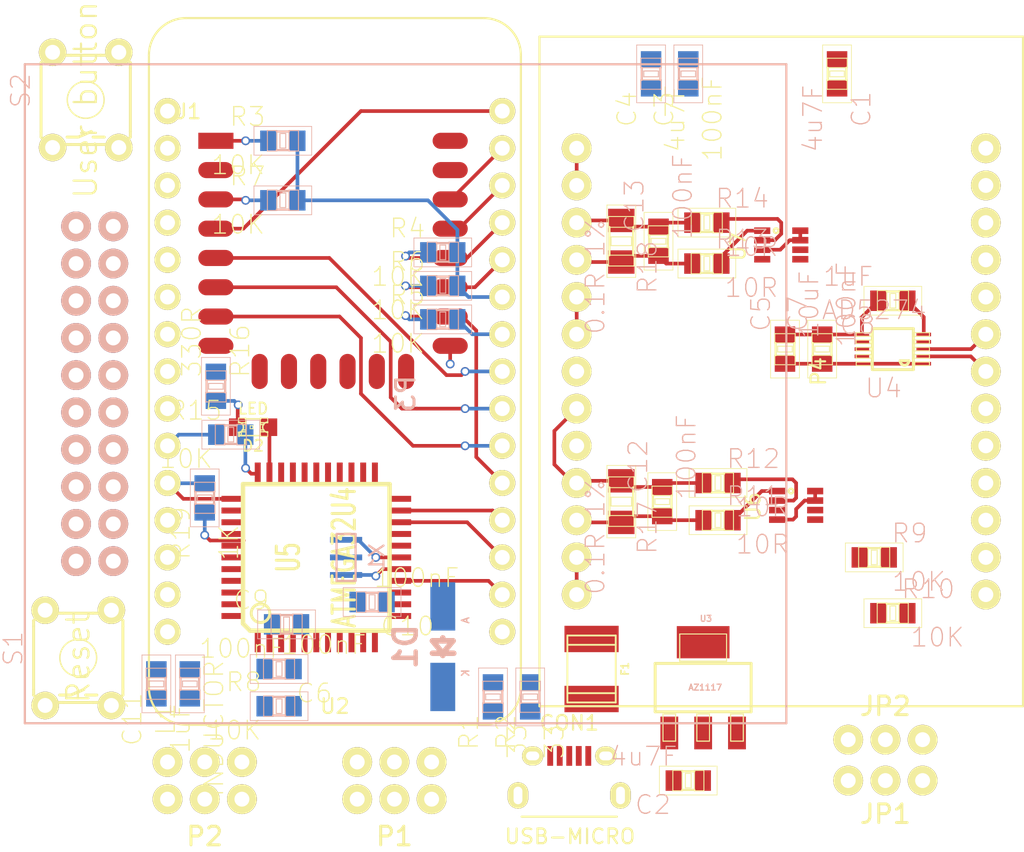
<source format=kicad_pcb>
(kicad_pcb (version 4) (host pcbnew "(2015-06-26 BZR 5832)-product")

  (general
    (links 193)
    (no_connects 130)
    (area 119.467858 77.175799 190.775001 134.5406)
    (thickness 1.6)
    (drawings 0)
    (tracks 181)
    (zones 0)
    (modules 53)
    (nets 90)
  )

  (page A4)
  (layers
    (0 F.Cu signal)
    (31 B.Cu signal)
    (32 B.Adhes user)
    (33 F.Adhes user)
    (34 B.Paste user)
    (35 F.Paste user)
    (36 B.SilkS user)
    (37 F.SilkS user)
    (38 B.Mask user)
    (39 F.Mask user)
    (40 Dwgs.User user)
    (41 Cmts.User user)
    (42 Eco1.User user)
    (43 Eco2.User user)
    (44 Edge.Cuts user)
    (45 Margin user)
    (46 B.CrtYd user)
    (47 F.CrtYd user)
    (48 B.Fab user)
    (49 F.Fab user)
  )

  (setup
    (last_trace_width 0.25)
    (trace_clearance 0.2)
    (zone_clearance 0.508)
    (zone_45_only no)
    (trace_min 0.2)
    (segment_width 0.2)
    (edge_width 0.1)
    (via_size 0.6)
    (via_drill 0.4)
    (via_min_size 0.4)
    (via_min_drill 0.3)
    (uvia_size 0.3)
    (uvia_drill 0.1)
    (uvias_allowed no)
    (uvia_min_size 0.2)
    (uvia_min_drill 0.1)
    (pcb_text_width 0.3)
    (pcb_text_size 1.5 1.5)
    (mod_edge_width 0.15)
    (mod_text_size 1 1)
    (mod_text_width 0.15)
    (pad_size 1.5 1.5)
    (pad_drill 0.6)
    (pad_to_mask_clearance 0)
    (aux_axis_origin 0 0)
    (visible_elements FFFFFF7F)
    (pcbplotparams
      (layerselection 0x00030_80000001)
      (usegerberextensions false)
      (excludeedgelayer true)
      (linewidth 0.100000)
      (plotframeref false)
      (viasonmask false)
      (mode 1)
      (useauxorigin false)
      (hpglpennumber 1)
      (hpglpenspeed 20)
      (hpglpendiameter 15)
      (hpglpenoverlay 2)
      (psnegative false)
      (psa4output false)
      (plotreference true)
      (plotvalue true)
      (plotinvisibletext false)
      (padsonsilk false)
      (subtractmaskfromsilk false)
      (outputformat 1)
      (mirror false)
      (drillshape 1)
      (scaleselection 1)
      (outputdirectory ""))
  )

  (net 0 "")
  (net 1 "Net-(C1-Pad1)")
  (net 2 GND)
  (net 3 3V3)
  (net 4 VBUS)
  (net 5 "Net-(C8-Pad1)")
  (net 6 "Net-(C9-Pad1)")
  (net 7 "Net-(C10-Pad1)")
  (net 8 "Net-(C11-Pad1)")
  (net 9 Vin+)
  (net 10 Vin-)
  (net 11 Vout+)
  (net 12 Vout-)
  (net 13 "Net-(CON1-Pad3)")
  (net 14 "Net-(CON1-Pad4)")
  (net 15 "Net-(CON1-Pad2)")
  (net 16 "Net-(CON1-Pad1)")
  (net 17 A_Reset)
  (net 18 "Net-(D2-Pad1)")
  (net 19 "Net-(D2-Pad2)")
  (net 20 Vin)
  (net 21 Vout)
  (net 22 ICSP_Power)
  (net 23 A_MISO)
  (net 24 A_SCK)
  (net 25 A_MOSI)
  (net 26 SLV_Reset)
  (net 27 RS)
  (net 28 "Net-(P3-Pad4)")
  (net 29 SCLK)
  (net 30 MOSI)
  (net 31 RES)
  (net 32 CS)
  (net 33 "Net-(P3-Pad19)")
  (net 34 "Net-(P4-Pad6)")
  (net 35 "Net-(P4-Pad8)")
  (net 36 En+)
  (net 37 "Net-(P4-Pad10)")
  (net 38 R2-)
  (net 39 "Net-(P4-Pad13)")
  (net 40 R2+)
  (net 41 "Net-(P4-Pad16)")
  (net 42 "Net-(P4-Pad17)")
  (net 43 "Net-(P4-Pad18)")
  (net 44 "Net-(P4-Pad20)")
  (net 45 "Net-(P4-Pad22)")
  (net 46 D-)
  (net 47 D+)
  (net 48 ESP_Reset)
  (net 49 BootMode)
  (net 50 ESP_En)
  (net 51 SCL)
  (net 52 SDA)
  (net 53 "Net-(R11-Pad2)")
  (net 54 "Net-(R12-Pad2)")
  (net 55 "Net-(R13-Pad2)")
  (net 56 "Net-(R14-Pad2)")
  (net 57 "Net-(R15-Pad1)")
  (net 58 D5)
  (net 59 "Net-(U1-Pad9)")
  (net 60 "Net-(U1-Pad10)")
  (net 61 "Net-(U1-Pad11)")
  (net 62 "Net-(U1-Pad12)")
  (net 63 "Net-(U1-Pad13)")
  (net 64 "Net-(U1-Pad14)")
  (net 65 "Net-(U1-Pad2)")
  (net 66 A_TX)
  (net 67 A_RX)
  (net 68 "Net-(U2-Pad1)")
  (net 69 "Net-(U2-Pad3)")
  (net 70 "Net-(U2-Pad5)")
  (net 71 "Net-(U2-Pad7)")
  (net 72 "Net-(U2-Pad9)")
  (net 73 "Net-(U2-Pad11)")
  (net 74 "Net-(U2-Pad13)")
  (net 75 "Net-(U5-Pad39)")
  (net 76 "Net-(U5-Pad40)")
  (net 77 "Net-(U5-Pad41)")
  (net 78 "Net-(U5-Pad38)")
  (net 79 "Net-(U5-Pad37)")
  (net 80 "Net-(U5-Pad36)")
  (net 81 "Net-(U5-Pad17)")
  (net 82 "Net-(U5-Pad16)")
  (net 83 "Net-(U5-Pad12)")
  (net 84 "Net-(U5-Pad22)")
  (net 85 "Net-(U5-Pad27)")
  (net 86 "Net-(U5-Pad26)")
  (net 87 "Net-(U5-Pad8)")
  (net 88 "Net-(U5-Pad25)")
  (net 89 "Net-(U5-Pad1)")

  (net_class Default "This is the default net class."
    (clearance 0.2)
    (trace_width 0.25)
    (via_dia 0.6)
    (via_drill 0.4)
    (uvia_dia 0.3)
    (uvia_drill 0.1)
    (add_net 3V3)
    (add_net A_MISO)
    (add_net A_MOSI)
    (add_net A_RX)
    (add_net A_Reset)
    (add_net A_SCK)
    (add_net A_TX)
    (add_net BootMode)
    (add_net CS)
    (add_net D+)
    (add_net D-)
    (add_net D5)
    (add_net ESP_En)
    (add_net ESP_Reset)
    (add_net En+)
    (add_net GND)
    (add_net ICSP_Power)
    (add_net MOSI)
    (add_net "Net-(C1-Pad1)")
    (add_net "Net-(C10-Pad1)")
    (add_net "Net-(C11-Pad1)")
    (add_net "Net-(C8-Pad1)")
    (add_net "Net-(C9-Pad1)")
    (add_net "Net-(CON1-Pad1)")
    (add_net "Net-(CON1-Pad2)")
    (add_net "Net-(CON1-Pad3)")
    (add_net "Net-(CON1-Pad4)")
    (add_net "Net-(D2-Pad1)")
    (add_net "Net-(D2-Pad2)")
    (add_net "Net-(P3-Pad19)")
    (add_net "Net-(P3-Pad4)")
    (add_net "Net-(P4-Pad10)")
    (add_net "Net-(P4-Pad13)")
    (add_net "Net-(P4-Pad16)")
    (add_net "Net-(P4-Pad17)")
    (add_net "Net-(P4-Pad18)")
    (add_net "Net-(P4-Pad20)")
    (add_net "Net-(P4-Pad22)")
    (add_net "Net-(P4-Pad6)")
    (add_net "Net-(P4-Pad8)")
    (add_net "Net-(R11-Pad2)")
    (add_net "Net-(R12-Pad2)")
    (add_net "Net-(R13-Pad2)")
    (add_net "Net-(R14-Pad2)")
    (add_net "Net-(R15-Pad1)")
    (add_net "Net-(U1-Pad10)")
    (add_net "Net-(U1-Pad11)")
    (add_net "Net-(U1-Pad12)")
    (add_net "Net-(U1-Pad13)")
    (add_net "Net-(U1-Pad14)")
    (add_net "Net-(U1-Pad2)")
    (add_net "Net-(U1-Pad9)")
    (add_net "Net-(U2-Pad1)")
    (add_net "Net-(U2-Pad11)")
    (add_net "Net-(U2-Pad13)")
    (add_net "Net-(U2-Pad3)")
    (add_net "Net-(U2-Pad5)")
    (add_net "Net-(U2-Pad7)")
    (add_net "Net-(U2-Pad9)")
    (add_net "Net-(U5-Pad1)")
    (add_net "Net-(U5-Pad12)")
    (add_net "Net-(U5-Pad16)")
    (add_net "Net-(U5-Pad17)")
    (add_net "Net-(U5-Pad22)")
    (add_net "Net-(U5-Pad25)")
    (add_net "Net-(U5-Pad26)")
    (add_net "Net-(U5-Pad27)")
    (add_net "Net-(U5-Pad36)")
    (add_net "Net-(U5-Pad37)")
    (add_net "Net-(U5-Pad38)")
    (add_net "Net-(U5-Pad39)")
    (add_net "Net-(U5-Pad40)")
    (add_net "Net-(U5-Pad41)")
    (add_net "Net-(U5-Pad8)")
    (add_net R2+)
    (add_net R2-)
    (add_net RES)
    (add_net RS)
    (add_net SCL)
    (add_net SCLK)
    (add_net SDA)
    (add_net SLV_Reset)
    (add_net VBUS)
    (add_net Vin)
    (add_net Vin+)
    (add_net Vin-)
    (add_net Vout)
    (add_net Vout+)
    (add_net Vout-)
  )

  (module frep:NodeMcu (layer F.Cu) (tedit 56AE554F) (tstamp 56B138BA)
    (at 143.51 101.6)
    (path /56957DC9)
    (fp_text reference U2 (at 0 22.86) (layer F.SilkS)
      (effects (font (size 1 1) (thickness 0.15)))
    )
    (fp_text value NODE_MCU (at 0 0 90) (layer F.Fab)
      (effects (font (size 1 1) (thickness 0.15)))
    )
    (fp_line (start -10.16 -24.13) (end 10.16 -24.13) (layer F.SilkS) (width 0.15))
    (fp_line (start 12.7 21.59) (end 12.7 -21.59) (layer F.SilkS) (width 0.15))
    (fp_line (start -12.7 21.59) (end -12.7 -21.59) (layer F.SilkS) (width 0.15))
    (fp_line (start -10.16 24.13) (end 10.16 24.13) (layer F.SilkS) (width 0.15))
    (fp_arc (start -10.16 -21.59) (end -12.7 -21.59) (angle 90) (layer F.SilkS) (width 0.15))
    (fp_arc (start 10.16 -21.59) (end 10.16 -24.13) (angle 90) (layer F.SilkS) (width 0.15))
    (fp_arc (start 10.16 21.59) (end 12.7 21.59) (angle 90) (layer F.SilkS) (width 0.15))
    (fp_arc (start -10.16 21.59) (end -10.16 24.13) (angle 90) (layer F.SilkS) (width 0.15))
    (pad 1 thru_hole circle (at -11.43 -17.78) (size 1.778 1.778) (drill 1.016) (layers *.Cu *.Mask F.SilkS)
      (net 68 "Net-(U2-Pad1)"))
    (pad 2 thru_hole circle (at 11.43 -17.78) (size 1.778 1.778) (drill 1.016) (layers *.Cu *.Mask F.SilkS)
      (net 31 RES))
    (pad 3 thru_hole circle (at -11.43 -15.24) (size 1.778 1.778) (drill 1.016) (layers *.Cu *.Mask F.SilkS)
      (net 69 "Net-(U2-Pad3)"))
    (pad 4 thru_hole circle (at 11.43 -15.24) (size 1.778 1.778) (drill 1.016) (layers *.Cu *.Mask F.SilkS)
      (net 51 SCL))
    (pad 5 thru_hole circle (at -11.43 -12.7) (size 1.778 1.778) (drill 1.016) (layers *.Cu *.Mask F.SilkS)
      (net 70 "Net-(U2-Pad5)"))
    (pad 6 thru_hole circle (at 11.43 -12.7) (size 1.778 1.778) (drill 1.016) (layers *.Cu *.Mask F.SilkS)
      (net 52 SDA))
    (pad 7 thru_hole circle (at -11.43 -10.16) (size 1.778 1.778) (drill 1.016) (layers *.Cu *.Mask F.SilkS)
      (net 71 "Net-(U2-Pad7)"))
    (pad 8 thru_hole circle (at 11.43 -10.16) (size 1.778 1.778) (drill 1.016) (layers *.Cu *.Mask F.SilkS)
      (net 49 BootMode))
    (pad 9 thru_hole circle (at -11.43 -7.62) (size 1.778 1.778) (drill 1.016) (layers *.Cu *.Mask F.SilkS)
      (net 72 "Net-(U2-Pad9)"))
    (pad 10 thru_hole circle (at 11.43 -7.62) (size 1.778 1.778) (drill 1.016) (layers *.Cu *.Mask F.SilkS)
      (net 32 CS))
    (pad 11 thru_hole circle (at -11.43 -5.08) (size 1.778 1.778) (drill 1.016) (layers *.Cu *.Mask F.SilkS)
      (net 73 "Net-(U2-Pad11)"))
    (pad 12 thru_hole circle (at 11.43 -5.08) (size 1.778 1.778) (drill 1.016) (layers *.Cu *.Mask F.SilkS)
      (net 3 3V3))
    (pad 13 thru_hole circle (at -11.43 -2.54) (size 1.778 1.778) (drill 1.016) (layers *.Cu *.Mask F.SilkS)
      (net 74 "Net-(U2-Pad13)"))
    (pad 14 thru_hole circle (at 11.43 -2.54) (size 1.778 1.778) (drill 1.016) (layers *.Cu *.Mask F.SilkS)
      (net 2 GND))
    (pad 15 thru_hole circle (at -11.43 0) (size 1.778 1.778) (drill 1.016) (layers *.Cu *.Mask F.SilkS)
      (net 2 GND))
    (pad 16 thru_hole circle (at 11.43 0) (size 1.778 1.778) (drill 1.016) (layers *.Cu *.Mask F.SilkS)
      (net 29 SCLK))
    (pad 17 thru_hole circle (at -11.43 2.54) (size 1.778 1.778) (drill 1.016) (layers *.Cu *.Mask F.SilkS)
      (net 3 3V3))
    (pad 18 thru_hole circle (at 11.43 2.54) (size 1.778 1.778) (drill 1.016) (layers *.Cu *.Mask F.SilkS)
      (net 27 RS))
    (pad 19 thru_hole circle (at -11.43 5.08) (size 1.778 1.778) (drill 1.016) (layers *.Cu *.Mask F.SilkS)
      (net 2 GND))
    (pad 20 thru_hole circle (at 11.43 5.08) (size 1.778 1.778) (drill 1.016) (layers *.Cu *.Mask F.SilkS)
      (net 30 MOSI))
    (pad 21 thru_hole circle (at -11.43 7.62) (size 1.778 1.778) (drill 1.016) (layers *.Cu *.Mask F.SilkS)
      (net 3 3V3))
    (pad 22 thru_hole circle (at 11.43 7.62) (size 1.778 1.778) (drill 1.016) (layers *.Cu *.Mask F.SilkS)
      (net 36 En+))
    (pad 23 thru_hole circle (at -11.43 10.16) (size 1.778 1.778) (drill 1.016) (layers *.Cu *.Mask F.SilkS)
      (net 50 ESP_En))
    (pad 24 thru_hole circle (at 11.43 10.16) (size 1.778 1.778) (drill 1.016) (layers *.Cu *.Mask F.SilkS)
      (net 66 A_TX))
    (pad 25 thru_hole circle (at -11.43 12.7) (size 1.778 1.778) (drill 1.016) (layers *.Cu *.Mask F.SilkS)
      (net 48 ESP_Reset))
    (pad 26 thru_hole circle (at 11.43 12.7) (size 1.778 1.778) (drill 1.016) (layers *.Cu *.Mask F.SilkS)
      (net 67 A_RX))
    (pad 27 thru_hole circle (at -11.43 15.24) (size 1.778 1.778) (drill 1.016) (layers *.Cu *.Mask F.SilkS)
      (net 2 GND))
    (pad 28 thru_hole circle (at 11.43 15.24) (size 1.778 1.778) (drill 1.016) (layers *.Cu *.Mask F.SilkS)
      (net 2 GND))
    (pad 29 thru_hole circle (at -11.43 17.78) (size 1.778 1.778) (drill 1.016) (layers *.Cu *.Mask F.SilkS)
      (net 3 3V3))
    (pad 30 thru_hole circle (at 11.43 17.78) (size 1.778 1.778) (drill 1.016) (layers *.Cu *.Mask F.SilkS)
      (net 3 3V3))
  )

  (module frep:C0805 (layer F.Cu) (tedit 0) (tstamp 56B13473)
    (at 177.8 81.28 270)
    (descr RESISTOR)
    (tags RESISTOR)
    (path /56A1CFA9)
    (attr smd)
    (fp_text reference C1 (at 2.413 -1.651 270) (layer B.SilkS)
      (effects (font (size 1.27 1.27) (thickness 0.0889)))
    )
    (fp_text value 4u7F (at 3.048 1.651 270) (layer B.SilkS)
      (effects (font (size 1.27 1.27) (thickness 0.0889)))
    )
    (fp_line (start 0.4064 0.6985) (end 1.0541 0.6985) (layer F.SilkS) (width 0.06604))
    (fp_line (start 1.0541 0.6985) (end 1.0541 -0.70104) (layer F.SilkS) (width 0.06604))
    (fp_line (start 0.4064 -0.70104) (end 1.0541 -0.70104) (layer F.SilkS) (width 0.06604))
    (fp_line (start 0.4064 0.6985) (end 0.4064 -0.70104) (layer F.SilkS) (width 0.06604))
    (fp_line (start -1.0668 0.6985) (end -0.41656 0.6985) (layer F.SilkS) (width 0.06604))
    (fp_line (start -0.41656 0.6985) (end -0.41656 -0.70104) (layer F.SilkS) (width 0.06604))
    (fp_line (start -1.0668 -0.70104) (end -0.41656 -0.70104) (layer F.SilkS) (width 0.06604))
    (fp_line (start -1.0668 0.6985) (end -1.0668 -0.70104) (layer F.SilkS) (width 0.06604))
    (fp_line (start -0.19812 0.49784) (end 0.19812 0.49784) (layer F.SilkS) (width 0.06604))
    (fp_line (start 0.19812 0.49784) (end 0.19812 -0.49784) (layer F.SilkS) (width 0.06604))
    (fp_line (start -0.19812 -0.49784) (end 0.19812 -0.49784) (layer F.SilkS) (width 0.06604))
    (fp_line (start -0.19812 0.49784) (end -0.19812 -0.49784) (layer F.SilkS) (width 0.06604))
    (fp_line (start -0.40894 -0.635) (end 0.40894 -0.635) (layer F.SilkS) (width 0.1524))
    (fp_line (start -0.40894 0.635) (end 0.40894 0.635) (layer F.SilkS) (width 0.1524))
    (fp_line (start -1.97104 -0.98298) (end 1.97104 -0.98298) (layer F.SilkS) (width 0.0508))
    (fp_line (start 1.97104 -0.98298) (end 1.97104 0.98298) (layer F.SilkS) (width 0.0508))
    (fp_line (start 1.97104 0.98298) (end -1.97104 0.98298) (layer F.SilkS) (width 0.0508))
    (fp_line (start -1.97104 0.98298) (end -1.97104 -0.98298) (layer F.SilkS) (width 0.0508))
    (pad 1 smd rect (at -0.99822 0 270) (size 1.09982 1.39954) (layers F.Cu F.Paste F.Mask)
      (net 1 "Net-(C1-Pad1)"))
    (pad 2 smd rect (at 0.99822 0 270) (size 1.09982 1.39954) (layers F.Cu F.Paste F.Mask)
      (net 2 GND))
  )

  (module frep:C0805 (layer F.Cu) (tedit 0) (tstamp 56B1348B)
    (at 167.64 129.54 180)
    (descr RESISTOR)
    (tags RESISTOR)
    (path /56A1D522)
    (attr smd)
    (fp_text reference C2 (at 2.413 -1.651 180) (layer B.SilkS)
      (effects (font (size 1.27 1.27) (thickness 0.0889)))
    )
    (fp_text value 4u7F (at 3.048 1.651 180) (layer B.SilkS)
      (effects (font (size 1.27 1.27) (thickness 0.0889)))
    )
    (fp_line (start 0.4064 0.6985) (end 1.0541 0.6985) (layer F.SilkS) (width 0.06604))
    (fp_line (start 1.0541 0.6985) (end 1.0541 -0.70104) (layer F.SilkS) (width 0.06604))
    (fp_line (start 0.4064 -0.70104) (end 1.0541 -0.70104) (layer F.SilkS) (width 0.06604))
    (fp_line (start 0.4064 0.6985) (end 0.4064 -0.70104) (layer F.SilkS) (width 0.06604))
    (fp_line (start -1.0668 0.6985) (end -0.41656 0.6985) (layer F.SilkS) (width 0.06604))
    (fp_line (start -0.41656 0.6985) (end -0.41656 -0.70104) (layer F.SilkS) (width 0.06604))
    (fp_line (start -1.0668 -0.70104) (end -0.41656 -0.70104) (layer F.SilkS) (width 0.06604))
    (fp_line (start -1.0668 0.6985) (end -1.0668 -0.70104) (layer F.SilkS) (width 0.06604))
    (fp_line (start -0.19812 0.49784) (end 0.19812 0.49784) (layer F.SilkS) (width 0.06604))
    (fp_line (start 0.19812 0.49784) (end 0.19812 -0.49784) (layer F.SilkS) (width 0.06604))
    (fp_line (start -0.19812 -0.49784) (end 0.19812 -0.49784) (layer F.SilkS) (width 0.06604))
    (fp_line (start -0.19812 0.49784) (end -0.19812 -0.49784) (layer F.SilkS) (width 0.06604))
    (fp_line (start -0.40894 -0.635) (end 0.40894 -0.635) (layer F.SilkS) (width 0.1524))
    (fp_line (start -0.40894 0.635) (end 0.40894 0.635) (layer F.SilkS) (width 0.1524))
    (fp_line (start -1.97104 -0.98298) (end 1.97104 -0.98298) (layer F.SilkS) (width 0.0508))
    (fp_line (start 1.97104 -0.98298) (end 1.97104 0.98298) (layer F.SilkS) (width 0.0508))
    (fp_line (start 1.97104 0.98298) (end -1.97104 0.98298) (layer F.SilkS) (width 0.0508))
    (fp_line (start -1.97104 0.98298) (end -1.97104 -0.98298) (layer F.SilkS) (width 0.0508))
    (pad 1 smd rect (at -0.99822 0 180) (size 1.09982 1.39954) (layers F.Cu F.Paste F.Mask)
      (net 3 3V3))
    (pad 2 smd rect (at 0.99822 0 180) (size 1.09982 1.39954) (layers F.Cu F.Paste F.Mask)
      (net 2 GND))
  )

  (module frep:C0805 (layer B.Cu) (tedit 0) (tstamp 56B134A3)
    (at 167.64 81.28 270)
    (descr RESISTOR)
    (tags RESISTOR)
    (path /569D58A5)
    (attr smd)
    (fp_text reference C3 (at 2.413 1.651 270) (layer F.SilkS)
      (effects (font (size 1.27 1.27) (thickness 0.0889)))
    )
    (fp_text value 100nF (at 3.048 -1.651 270) (layer F.SilkS)
      (effects (font (size 1.27 1.27) (thickness 0.0889)))
    )
    (fp_line (start 0.4064 -0.6985) (end 1.0541 -0.6985) (layer B.SilkS) (width 0.06604))
    (fp_line (start 1.0541 -0.6985) (end 1.0541 0.70104) (layer B.SilkS) (width 0.06604))
    (fp_line (start 0.4064 0.70104) (end 1.0541 0.70104) (layer B.SilkS) (width 0.06604))
    (fp_line (start 0.4064 -0.6985) (end 0.4064 0.70104) (layer B.SilkS) (width 0.06604))
    (fp_line (start -1.0668 -0.6985) (end -0.41656 -0.6985) (layer B.SilkS) (width 0.06604))
    (fp_line (start -0.41656 -0.6985) (end -0.41656 0.70104) (layer B.SilkS) (width 0.06604))
    (fp_line (start -1.0668 0.70104) (end -0.41656 0.70104) (layer B.SilkS) (width 0.06604))
    (fp_line (start -1.0668 -0.6985) (end -1.0668 0.70104) (layer B.SilkS) (width 0.06604))
    (fp_line (start -0.19812 -0.49784) (end 0.19812 -0.49784) (layer B.SilkS) (width 0.06604))
    (fp_line (start 0.19812 -0.49784) (end 0.19812 0.49784) (layer B.SilkS) (width 0.06604))
    (fp_line (start -0.19812 0.49784) (end 0.19812 0.49784) (layer B.SilkS) (width 0.06604))
    (fp_line (start -0.19812 -0.49784) (end -0.19812 0.49784) (layer B.SilkS) (width 0.06604))
    (fp_line (start -0.40894 0.635) (end 0.40894 0.635) (layer B.SilkS) (width 0.1524))
    (fp_line (start -0.40894 -0.635) (end 0.40894 -0.635) (layer B.SilkS) (width 0.1524))
    (fp_line (start -1.97104 0.98298) (end 1.97104 0.98298) (layer B.SilkS) (width 0.0508))
    (fp_line (start 1.97104 0.98298) (end 1.97104 -0.98298) (layer B.SilkS) (width 0.0508))
    (fp_line (start 1.97104 -0.98298) (end -1.97104 -0.98298) (layer B.SilkS) (width 0.0508))
    (fp_line (start -1.97104 -0.98298) (end -1.97104 0.98298) (layer B.SilkS) (width 0.0508))
    (pad 1 smd rect (at -0.99822 0 270) (size 1.09982 1.39954) (layers B.Cu B.Paste B.Mask)
      (net 4 VBUS))
    (pad 2 smd rect (at 0.99822 0 270) (size 1.09982 1.39954) (layers B.Cu B.Paste B.Mask)
      (net 2 GND))
  )

  (module frep:C0805 (layer B.Cu) (tedit 0) (tstamp 56B134BB)
    (at 165.1 81.28 270)
    (descr RESISTOR)
    (tags RESISTOR)
    (path /569D5D99)
    (attr smd)
    (fp_text reference C4 (at 2.413 1.651 270) (layer F.SilkS)
      (effects (font (size 1.27 1.27) (thickness 0.0889)))
    )
    (fp_text value 4u7F (at 3.048 -1.651 270) (layer F.SilkS)
      (effects (font (size 1.27 1.27) (thickness 0.0889)))
    )
    (fp_line (start 0.4064 -0.6985) (end 1.0541 -0.6985) (layer B.SilkS) (width 0.06604))
    (fp_line (start 1.0541 -0.6985) (end 1.0541 0.70104) (layer B.SilkS) (width 0.06604))
    (fp_line (start 0.4064 0.70104) (end 1.0541 0.70104) (layer B.SilkS) (width 0.06604))
    (fp_line (start 0.4064 -0.6985) (end 0.4064 0.70104) (layer B.SilkS) (width 0.06604))
    (fp_line (start -1.0668 -0.6985) (end -0.41656 -0.6985) (layer B.SilkS) (width 0.06604))
    (fp_line (start -0.41656 -0.6985) (end -0.41656 0.70104) (layer B.SilkS) (width 0.06604))
    (fp_line (start -1.0668 0.70104) (end -0.41656 0.70104) (layer B.SilkS) (width 0.06604))
    (fp_line (start -1.0668 -0.6985) (end -1.0668 0.70104) (layer B.SilkS) (width 0.06604))
    (fp_line (start -0.19812 -0.49784) (end 0.19812 -0.49784) (layer B.SilkS) (width 0.06604))
    (fp_line (start 0.19812 -0.49784) (end 0.19812 0.49784) (layer B.SilkS) (width 0.06604))
    (fp_line (start -0.19812 0.49784) (end 0.19812 0.49784) (layer B.SilkS) (width 0.06604))
    (fp_line (start -0.19812 -0.49784) (end -0.19812 0.49784) (layer B.SilkS) (width 0.06604))
    (fp_line (start -0.40894 0.635) (end 0.40894 0.635) (layer B.SilkS) (width 0.1524))
    (fp_line (start -0.40894 -0.635) (end 0.40894 -0.635) (layer B.SilkS) (width 0.1524))
    (fp_line (start -1.97104 0.98298) (end 1.97104 0.98298) (layer B.SilkS) (width 0.0508))
    (fp_line (start 1.97104 0.98298) (end 1.97104 -0.98298) (layer B.SilkS) (width 0.0508))
    (fp_line (start 1.97104 -0.98298) (end -1.97104 -0.98298) (layer B.SilkS) (width 0.0508))
    (fp_line (start -1.97104 -0.98298) (end -1.97104 0.98298) (layer B.SilkS) (width 0.0508))
    (pad 1 smd rect (at -0.99822 0 270) (size 1.09982 1.39954) (layers B.Cu B.Paste B.Mask)
      (net 4 VBUS))
    (pad 2 smd rect (at 0.99822 0 270) (size 1.09982 1.39954) (layers B.Cu B.Paste B.Mask)
      (net 2 GND))
  )

  (module frep:C0805 (layer F.Cu) (tedit 0) (tstamp 56B134D3)
    (at 174.244 100.076 90)
    (descr RESISTOR)
    (tags RESISTOR)
    (path /569AAFCA)
    (attr smd)
    (fp_text reference C5 (at 2.413 -1.651 90) (layer B.SilkS)
      (effects (font (size 1.27 1.27) (thickness 0.0889)))
    )
    (fp_text value 10uF (at 3.048 1.651 90) (layer B.SilkS)
      (effects (font (size 1.27 1.27) (thickness 0.0889)))
    )
    (fp_line (start 0.4064 0.6985) (end 1.0541 0.6985) (layer F.SilkS) (width 0.06604))
    (fp_line (start 1.0541 0.6985) (end 1.0541 -0.70104) (layer F.SilkS) (width 0.06604))
    (fp_line (start 0.4064 -0.70104) (end 1.0541 -0.70104) (layer F.SilkS) (width 0.06604))
    (fp_line (start 0.4064 0.6985) (end 0.4064 -0.70104) (layer F.SilkS) (width 0.06604))
    (fp_line (start -1.0668 0.6985) (end -0.41656 0.6985) (layer F.SilkS) (width 0.06604))
    (fp_line (start -0.41656 0.6985) (end -0.41656 -0.70104) (layer F.SilkS) (width 0.06604))
    (fp_line (start -1.0668 -0.70104) (end -0.41656 -0.70104) (layer F.SilkS) (width 0.06604))
    (fp_line (start -1.0668 0.6985) (end -1.0668 -0.70104) (layer F.SilkS) (width 0.06604))
    (fp_line (start -0.19812 0.49784) (end 0.19812 0.49784) (layer F.SilkS) (width 0.06604))
    (fp_line (start 0.19812 0.49784) (end 0.19812 -0.49784) (layer F.SilkS) (width 0.06604))
    (fp_line (start -0.19812 -0.49784) (end 0.19812 -0.49784) (layer F.SilkS) (width 0.06604))
    (fp_line (start -0.19812 0.49784) (end -0.19812 -0.49784) (layer F.SilkS) (width 0.06604))
    (fp_line (start -0.40894 -0.635) (end 0.40894 -0.635) (layer F.SilkS) (width 0.1524))
    (fp_line (start -0.40894 0.635) (end 0.40894 0.635) (layer F.SilkS) (width 0.1524))
    (fp_line (start -1.97104 -0.98298) (end 1.97104 -0.98298) (layer F.SilkS) (width 0.0508))
    (fp_line (start 1.97104 -0.98298) (end 1.97104 0.98298) (layer F.SilkS) (width 0.0508))
    (fp_line (start 1.97104 0.98298) (end -1.97104 0.98298) (layer F.SilkS) (width 0.0508))
    (fp_line (start -1.97104 0.98298) (end -1.97104 -0.98298) (layer F.SilkS) (width 0.0508))
    (pad 1 smd rect (at -0.99822 0 90) (size 1.09982 1.39954) (layers F.Cu F.Paste F.Mask)
      (net 3 3V3))
    (pad 2 smd rect (at 0.99822 0 90) (size 1.09982 1.39954) (layers F.Cu F.Paste F.Mask)
      (net 2 GND))
  )

  (module frep:C0805 (layer B.Cu) (tedit 0) (tstamp 56B134EB)
    (at 139.7 121.92)
    (descr RESISTOR)
    (tags RESISTOR)
    (path /569EC6A9)
    (attr smd)
    (fp_text reference C6 (at 2.413 1.651) (layer F.SilkS)
      (effects (font (size 1.27 1.27) (thickness 0.0889)))
    )
    (fp_text value 100nF (at 3.048 -1.651) (layer F.SilkS)
      (effects (font (size 1.27 1.27) (thickness 0.0889)))
    )
    (fp_line (start 0.4064 -0.6985) (end 1.0541 -0.6985) (layer B.SilkS) (width 0.06604))
    (fp_line (start 1.0541 -0.6985) (end 1.0541 0.70104) (layer B.SilkS) (width 0.06604))
    (fp_line (start 0.4064 0.70104) (end 1.0541 0.70104) (layer B.SilkS) (width 0.06604))
    (fp_line (start 0.4064 -0.6985) (end 0.4064 0.70104) (layer B.SilkS) (width 0.06604))
    (fp_line (start -1.0668 -0.6985) (end -0.41656 -0.6985) (layer B.SilkS) (width 0.06604))
    (fp_line (start -0.41656 -0.6985) (end -0.41656 0.70104) (layer B.SilkS) (width 0.06604))
    (fp_line (start -1.0668 0.70104) (end -0.41656 0.70104) (layer B.SilkS) (width 0.06604))
    (fp_line (start -1.0668 -0.6985) (end -1.0668 0.70104) (layer B.SilkS) (width 0.06604))
    (fp_line (start -0.19812 -0.49784) (end 0.19812 -0.49784) (layer B.SilkS) (width 0.06604))
    (fp_line (start 0.19812 -0.49784) (end 0.19812 0.49784) (layer B.SilkS) (width 0.06604))
    (fp_line (start -0.19812 0.49784) (end 0.19812 0.49784) (layer B.SilkS) (width 0.06604))
    (fp_line (start -0.19812 -0.49784) (end -0.19812 0.49784) (layer B.SilkS) (width 0.06604))
    (fp_line (start -0.40894 0.635) (end 0.40894 0.635) (layer B.SilkS) (width 0.1524))
    (fp_line (start -0.40894 -0.635) (end 0.40894 -0.635) (layer B.SilkS) (width 0.1524))
    (fp_line (start -1.97104 0.98298) (end 1.97104 0.98298) (layer B.SilkS) (width 0.0508))
    (fp_line (start 1.97104 0.98298) (end 1.97104 -0.98298) (layer B.SilkS) (width 0.0508))
    (fp_line (start 1.97104 -0.98298) (end -1.97104 -0.98298) (layer B.SilkS) (width 0.0508))
    (fp_line (start -1.97104 -0.98298) (end -1.97104 0.98298) (layer B.SilkS) (width 0.0508))
    (pad 1 smd rect (at -0.99822 0) (size 1.09982 1.39954) (layers B.Cu B.Paste B.Mask)
      (net 3 3V3))
    (pad 2 smd rect (at 0.99822 0) (size 1.09982 1.39954) (layers B.Cu B.Paste B.Mask)
      (net 2 GND))
  )

  (module frep:C0805 (layer F.Cu) (tedit 0) (tstamp 56B13503)
    (at 176.784 100.076 90)
    (descr RESISTOR)
    (tags RESISTOR)
    (path /569AB010)
    (attr smd)
    (fp_text reference C7 (at 2.413 -1.651 90) (layer B.SilkS)
      (effects (font (size 1.27 1.27) (thickness 0.0889)))
    )
    (fp_text value 100nF (at 3.048 1.651 90) (layer B.SilkS)
      (effects (font (size 1.27 1.27) (thickness 0.0889)))
    )
    (fp_line (start 0.4064 0.6985) (end 1.0541 0.6985) (layer F.SilkS) (width 0.06604))
    (fp_line (start 1.0541 0.6985) (end 1.0541 -0.70104) (layer F.SilkS) (width 0.06604))
    (fp_line (start 0.4064 -0.70104) (end 1.0541 -0.70104) (layer F.SilkS) (width 0.06604))
    (fp_line (start 0.4064 0.6985) (end 0.4064 -0.70104) (layer F.SilkS) (width 0.06604))
    (fp_line (start -1.0668 0.6985) (end -0.41656 0.6985) (layer F.SilkS) (width 0.06604))
    (fp_line (start -0.41656 0.6985) (end -0.41656 -0.70104) (layer F.SilkS) (width 0.06604))
    (fp_line (start -1.0668 -0.70104) (end -0.41656 -0.70104) (layer F.SilkS) (width 0.06604))
    (fp_line (start -1.0668 0.6985) (end -1.0668 -0.70104) (layer F.SilkS) (width 0.06604))
    (fp_line (start -0.19812 0.49784) (end 0.19812 0.49784) (layer F.SilkS) (width 0.06604))
    (fp_line (start 0.19812 0.49784) (end 0.19812 -0.49784) (layer F.SilkS) (width 0.06604))
    (fp_line (start -0.19812 -0.49784) (end 0.19812 -0.49784) (layer F.SilkS) (width 0.06604))
    (fp_line (start -0.19812 0.49784) (end -0.19812 -0.49784) (layer F.SilkS) (width 0.06604))
    (fp_line (start -0.40894 -0.635) (end 0.40894 -0.635) (layer F.SilkS) (width 0.1524))
    (fp_line (start -0.40894 0.635) (end 0.40894 0.635) (layer F.SilkS) (width 0.1524))
    (fp_line (start -1.97104 -0.98298) (end 1.97104 -0.98298) (layer F.SilkS) (width 0.0508))
    (fp_line (start 1.97104 -0.98298) (end 1.97104 0.98298) (layer F.SilkS) (width 0.0508))
    (fp_line (start 1.97104 0.98298) (end -1.97104 0.98298) (layer F.SilkS) (width 0.0508))
    (fp_line (start -1.97104 0.98298) (end -1.97104 -0.98298) (layer F.SilkS) (width 0.0508))
    (pad 1 smd rect (at -0.99822 0 90) (size 1.09982 1.39954) (layers F.Cu F.Paste F.Mask)
      (net 3 3V3))
    (pad 2 smd rect (at 0.99822 0 90) (size 1.09982 1.39954) (layers F.Cu F.Paste F.Mask)
      (net 2 GND))
  )

  (module frep:C0805 (layer F.Cu) (tedit 0) (tstamp 56B1351B)
    (at 181.61 96.774 180)
    (descr RESISTOR)
    (tags RESISTOR)
    (path /569AADDA)
    (attr smd)
    (fp_text reference C8 (at 2.413 -1.651 180) (layer B.SilkS)
      (effects (font (size 1.27 1.27) (thickness 0.0889)))
    )
    (fp_text value 1uF (at 3.048 1.651 180) (layer B.SilkS)
      (effects (font (size 1.27 1.27) (thickness 0.0889)))
    )
    (fp_line (start 0.4064 0.6985) (end 1.0541 0.6985) (layer F.SilkS) (width 0.06604))
    (fp_line (start 1.0541 0.6985) (end 1.0541 -0.70104) (layer F.SilkS) (width 0.06604))
    (fp_line (start 0.4064 -0.70104) (end 1.0541 -0.70104) (layer F.SilkS) (width 0.06604))
    (fp_line (start 0.4064 0.6985) (end 0.4064 -0.70104) (layer F.SilkS) (width 0.06604))
    (fp_line (start -1.0668 0.6985) (end -0.41656 0.6985) (layer F.SilkS) (width 0.06604))
    (fp_line (start -0.41656 0.6985) (end -0.41656 -0.70104) (layer F.SilkS) (width 0.06604))
    (fp_line (start -1.0668 -0.70104) (end -0.41656 -0.70104) (layer F.SilkS) (width 0.06604))
    (fp_line (start -1.0668 0.6985) (end -1.0668 -0.70104) (layer F.SilkS) (width 0.06604))
    (fp_line (start -0.19812 0.49784) (end 0.19812 0.49784) (layer F.SilkS) (width 0.06604))
    (fp_line (start 0.19812 0.49784) (end 0.19812 -0.49784) (layer F.SilkS) (width 0.06604))
    (fp_line (start -0.19812 -0.49784) (end 0.19812 -0.49784) (layer F.SilkS) (width 0.06604))
    (fp_line (start -0.19812 0.49784) (end -0.19812 -0.49784) (layer F.SilkS) (width 0.06604))
    (fp_line (start -0.40894 -0.635) (end 0.40894 -0.635) (layer F.SilkS) (width 0.1524))
    (fp_line (start -0.40894 0.635) (end 0.40894 0.635) (layer F.SilkS) (width 0.1524))
    (fp_line (start -1.97104 -0.98298) (end 1.97104 -0.98298) (layer F.SilkS) (width 0.0508))
    (fp_line (start 1.97104 -0.98298) (end 1.97104 0.98298) (layer F.SilkS) (width 0.0508))
    (fp_line (start 1.97104 0.98298) (end -1.97104 0.98298) (layer F.SilkS) (width 0.0508))
    (fp_line (start -1.97104 0.98298) (end -1.97104 -0.98298) (layer F.SilkS) (width 0.0508))
    (pad 1 smd rect (at -0.99822 0 180) (size 1.09982 1.39954) (layers F.Cu F.Paste F.Mask)
      (net 5 "Net-(C8-Pad1)"))
    (pad 2 smd rect (at 0.99822 0 180) (size 1.09982 1.39954) (layers F.Cu F.Paste F.Mask)
      (net 2 GND))
  )

  (module frep:C0805 (layer B.Cu) (tedit 0) (tstamp 56B13533)
    (at 140.208 118.872 180)
    (descr RESISTOR)
    (tags RESISTOR)
    (path /569D614E)
    (attr smd)
    (fp_text reference C9 (at 2.413 1.651 180) (layer F.SilkS)
      (effects (font (size 1.27 1.27) (thickness 0.0889)))
    )
    (fp_text value 100nF (at 3.048 -1.651 180) (layer F.SilkS)
      (effects (font (size 1.27 1.27) (thickness 0.0889)))
    )
    (fp_line (start 0.4064 -0.6985) (end 1.0541 -0.6985) (layer B.SilkS) (width 0.06604))
    (fp_line (start 1.0541 -0.6985) (end 1.0541 0.70104) (layer B.SilkS) (width 0.06604))
    (fp_line (start 0.4064 0.70104) (end 1.0541 0.70104) (layer B.SilkS) (width 0.06604))
    (fp_line (start 0.4064 -0.6985) (end 0.4064 0.70104) (layer B.SilkS) (width 0.06604))
    (fp_line (start -1.0668 -0.6985) (end -0.41656 -0.6985) (layer B.SilkS) (width 0.06604))
    (fp_line (start -0.41656 -0.6985) (end -0.41656 0.70104) (layer B.SilkS) (width 0.06604))
    (fp_line (start -1.0668 0.70104) (end -0.41656 0.70104) (layer B.SilkS) (width 0.06604))
    (fp_line (start -1.0668 -0.6985) (end -1.0668 0.70104) (layer B.SilkS) (width 0.06604))
    (fp_line (start -0.19812 -0.49784) (end 0.19812 -0.49784) (layer B.SilkS) (width 0.06604))
    (fp_line (start 0.19812 -0.49784) (end 0.19812 0.49784) (layer B.SilkS) (width 0.06604))
    (fp_line (start -0.19812 0.49784) (end 0.19812 0.49784) (layer B.SilkS) (width 0.06604))
    (fp_line (start -0.19812 -0.49784) (end -0.19812 0.49784) (layer B.SilkS) (width 0.06604))
    (fp_line (start -0.40894 0.635) (end 0.40894 0.635) (layer B.SilkS) (width 0.1524))
    (fp_line (start -0.40894 -0.635) (end 0.40894 -0.635) (layer B.SilkS) (width 0.1524))
    (fp_line (start -1.97104 0.98298) (end 1.97104 0.98298) (layer B.SilkS) (width 0.0508))
    (fp_line (start 1.97104 0.98298) (end 1.97104 -0.98298) (layer B.SilkS) (width 0.0508))
    (fp_line (start 1.97104 -0.98298) (end -1.97104 -0.98298) (layer B.SilkS) (width 0.0508))
    (fp_line (start -1.97104 -0.98298) (end -1.97104 0.98298) (layer B.SilkS) (width 0.0508))
    (pad 1 smd rect (at -0.99822 0 180) (size 1.09982 1.39954) (layers B.Cu B.Paste B.Mask)
      (net 6 "Net-(C9-Pad1)"))
    (pad 2 smd rect (at 0.99822 0 180) (size 1.09982 1.39954) (layers B.Cu B.Paste B.Mask)
      (net 2 GND))
  )

  (module frep:C0805 (layer B.Cu) (tedit 0) (tstamp 56B1354B)
    (at 146.05 117.348)
    (descr RESISTOR)
    (tags RESISTOR)
    (path /569D7C81)
    (attr smd)
    (fp_text reference C10 (at 2.413 1.651) (layer F.SilkS)
      (effects (font (size 1.27 1.27) (thickness 0.0889)))
    )
    (fp_text value 100nF (at 3.048 -1.651) (layer F.SilkS)
      (effects (font (size 1.27 1.27) (thickness 0.0889)))
    )
    (fp_line (start 0.4064 -0.6985) (end 1.0541 -0.6985) (layer B.SilkS) (width 0.06604))
    (fp_line (start 1.0541 -0.6985) (end 1.0541 0.70104) (layer B.SilkS) (width 0.06604))
    (fp_line (start 0.4064 0.70104) (end 1.0541 0.70104) (layer B.SilkS) (width 0.06604))
    (fp_line (start 0.4064 -0.6985) (end 0.4064 0.70104) (layer B.SilkS) (width 0.06604))
    (fp_line (start -1.0668 -0.6985) (end -0.41656 -0.6985) (layer B.SilkS) (width 0.06604))
    (fp_line (start -0.41656 -0.6985) (end -0.41656 0.70104) (layer B.SilkS) (width 0.06604))
    (fp_line (start -1.0668 0.70104) (end -0.41656 0.70104) (layer B.SilkS) (width 0.06604))
    (fp_line (start -1.0668 -0.6985) (end -1.0668 0.70104) (layer B.SilkS) (width 0.06604))
    (fp_line (start -0.19812 -0.49784) (end 0.19812 -0.49784) (layer B.SilkS) (width 0.06604))
    (fp_line (start 0.19812 -0.49784) (end 0.19812 0.49784) (layer B.SilkS) (width 0.06604))
    (fp_line (start -0.19812 0.49784) (end 0.19812 0.49784) (layer B.SilkS) (width 0.06604))
    (fp_line (start -0.19812 -0.49784) (end -0.19812 0.49784) (layer B.SilkS) (width 0.06604))
    (fp_line (start -0.40894 0.635) (end 0.40894 0.635) (layer B.SilkS) (width 0.1524))
    (fp_line (start -0.40894 -0.635) (end 0.40894 -0.635) (layer B.SilkS) (width 0.1524))
    (fp_line (start -1.97104 0.98298) (end 1.97104 0.98298) (layer B.SilkS) (width 0.0508))
    (fp_line (start 1.97104 0.98298) (end 1.97104 -0.98298) (layer B.SilkS) (width 0.0508))
    (fp_line (start 1.97104 -0.98298) (end -1.97104 -0.98298) (layer B.SilkS) (width 0.0508))
    (fp_line (start -1.97104 -0.98298) (end -1.97104 0.98298) (layer B.SilkS) (width 0.0508))
    (pad 1 smd rect (at -0.99822 0) (size 1.09982 1.39954) (layers B.Cu B.Paste B.Mask)
      (net 7 "Net-(C10-Pad1)"))
    (pad 2 smd rect (at 0.99822 0) (size 1.09982 1.39954) (layers B.Cu B.Paste B.Mask)
      (net 2 GND))
  )

  (module frep:C0805 (layer B.Cu) (tedit 0) (tstamp 56B13563)
    (at 131.318 122.936 270)
    (descr RESISTOR)
    (tags RESISTOR)
    (path /569D81C1)
    (attr smd)
    (fp_text reference C11 (at 2.413 1.651 270) (layer F.SilkS)
      (effects (font (size 1.27 1.27) (thickness 0.0889)))
    )
    (fp_text value 1uF (at 3.048 -1.651 270) (layer F.SilkS)
      (effects (font (size 1.27 1.27) (thickness 0.0889)))
    )
    (fp_line (start 0.4064 -0.6985) (end 1.0541 -0.6985) (layer B.SilkS) (width 0.06604))
    (fp_line (start 1.0541 -0.6985) (end 1.0541 0.70104) (layer B.SilkS) (width 0.06604))
    (fp_line (start 0.4064 0.70104) (end 1.0541 0.70104) (layer B.SilkS) (width 0.06604))
    (fp_line (start 0.4064 -0.6985) (end 0.4064 0.70104) (layer B.SilkS) (width 0.06604))
    (fp_line (start -1.0668 -0.6985) (end -0.41656 -0.6985) (layer B.SilkS) (width 0.06604))
    (fp_line (start -0.41656 -0.6985) (end -0.41656 0.70104) (layer B.SilkS) (width 0.06604))
    (fp_line (start -1.0668 0.70104) (end -0.41656 0.70104) (layer B.SilkS) (width 0.06604))
    (fp_line (start -1.0668 -0.6985) (end -1.0668 0.70104) (layer B.SilkS) (width 0.06604))
    (fp_line (start -0.19812 -0.49784) (end 0.19812 -0.49784) (layer B.SilkS) (width 0.06604))
    (fp_line (start 0.19812 -0.49784) (end 0.19812 0.49784) (layer B.SilkS) (width 0.06604))
    (fp_line (start -0.19812 0.49784) (end 0.19812 0.49784) (layer B.SilkS) (width 0.06604))
    (fp_line (start -0.19812 -0.49784) (end -0.19812 0.49784) (layer B.SilkS) (width 0.06604))
    (fp_line (start -0.40894 0.635) (end 0.40894 0.635) (layer B.SilkS) (width 0.1524))
    (fp_line (start -0.40894 -0.635) (end 0.40894 -0.635) (layer B.SilkS) (width 0.1524))
    (fp_line (start -1.97104 0.98298) (end 1.97104 0.98298) (layer B.SilkS) (width 0.0508))
    (fp_line (start 1.97104 0.98298) (end 1.97104 -0.98298) (layer B.SilkS) (width 0.0508))
    (fp_line (start 1.97104 -0.98298) (end -1.97104 -0.98298) (layer B.SilkS) (width 0.0508))
    (fp_line (start -1.97104 -0.98298) (end -1.97104 0.98298) (layer B.SilkS) (width 0.0508))
    (pad 1 smd rect (at -0.99822 0 270) (size 1.09982 1.39954) (layers B.Cu B.Paste B.Mask)
      (net 8 "Net-(C11-Pad1)"))
    (pad 2 smd rect (at 0.99822 0 270) (size 1.09982 1.39954) (layers B.Cu B.Paste B.Mask)
      (net 2 GND))
  )

  (module frep:C0805 (layer F.Cu) (tedit 0) (tstamp 56B1357B)
    (at 165.862 110.49 90)
    (descr RESISTOR)
    (tags RESISTOR)
    (path /569E86E1)
    (attr smd)
    (fp_text reference C12 (at 2.413 -1.651 90) (layer B.SilkS)
      (effects (font (size 1.27 1.27) (thickness 0.0889)))
    )
    (fp_text value 100nF (at 3.048 1.651 90) (layer B.SilkS)
      (effects (font (size 1.27 1.27) (thickness 0.0889)))
    )
    (fp_line (start 0.4064 0.6985) (end 1.0541 0.6985) (layer F.SilkS) (width 0.06604))
    (fp_line (start 1.0541 0.6985) (end 1.0541 -0.70104) (layer F.SilkS) (width 0.06604))
    (fp_line (start 0.4064 -0.70104) (end 1.0541 -0.70104) (layer F.SilkS) (width 0.06604))
    (fp_line (start 0.4064 0.6985) (end 0.4064 -0.70104) (layer F.SilkS) (width 0.06604))
    (fp_line (start -1.0668 0.6985) (end -0.41656 0.6985) (layer F.SilkS) (width 0.06604))
    (fp_line (start -0.41656 0.6985) (end -0.41656 -0.70104) (layer F.SilkS) (width 0.06604))
    (fp_line (start -1.0668 -0.70104) (end -0.41656 -0.70104) (layer F.SilkS) (width 0.06604))
    (fp_line (start -1.0668 0.6985) (end -1.0668 -0.70104) (layer F.SilkS) (width 0.06604))
    (fp_line (start -0.19812 0.49784) (end 0.19812 0.49784) (layer F.SilkS) (width 0.06604))
    (fp_line (start 0.19812 0.49784) (end 0.19812 -0.49784) (layer F.SilkS) (width 0.06604))
    (fp_line (start -0.19812 -0.49784) (end 0.19812 -0.49784) (layer F.SilkS) (width 0.06604))
    (fp_line (start -0.19812 0.49784) (end -0.19812 -0.49784) (layer F.SilkS) (width 0.06604))
    (fp_line (start -0.40894 -0.635) (end 0.40894 -0.635) (layer F.SilkS) (width 0.1524))
    (fp_line (start -0.40894 0.635) (end 0.40894 0.635) (layer F.SilkS) (width 0.1524))
    (fp_line (start -1.97104 -0.98298) (end 1.97104 -0.98298) (layer F.SilkS) (width 0.0508))
    (fp_line (start 1.97104 -0.98298) (end 1.97104 0.98298) (layer F.SilkS) (width 0.0508))
    (fp_line (start 1.97104 0.98298) (end -1.97104 0.98298) (layer F.SilkS) (width 0.0508))
    (fp_line (start -1.97104 0.98298) (end -1.97104 -0.98298) (layer F.SilkS) (width 0.0508))
    (pad 1 smd rect (at -0.99822 0 90) (size 1.09982 1.39954) (layers F.Cu F.Paste F.Mask)
      (net 9 Vin+))
    (pad 2 smd rect (at 0.99822 0 90) (size 1.09982 1.39954) (layers F.Cu F.Paste F.Mask)
      (net 10 Vin-))
  )

  (module frep:C0805 (layer F.Cu) (tedit 0) (tstamp 56B13593)
    (at 165.608 92.71 90)
    (descr RESISTOR)
    (tags RESISTOR)
    (path /569E8DFA)
    (attr smd)
    (fp_text reference C13 (at 2.413 -1.651 90) (layer B.SilkS)
      (effects (font (size 1.27 1.27) (thickness 0.0889)))
    )
    (fp_text value 100nF (at 3.048 1.651 90) (layer B.SilkS)
      (effects (font (size 1.27 1.27) (thickness 0.0889)))
    )
    (fp_line (start 0.4064 0.6985) (end 1.0541 0.6985) (layer F.SilkS) (width 0.06604))
    (fp_line (start 1.0541 0.6985) (end 1.0541 -0.70104) (layer F.SilkS) (width 0.06604))
    (fp_line (start 0.4064 -0.70104) (end 1.0541 -0.70104) (layer F.SilkS) (width 0.06604))
    (fp_line (start 0.4064 0.6985) (end 0.4064 -0.70104) (layer F.SilkS) (width 0.06604))
    (fp_line (start -1.0668 0.6985) (end -0.41656 0.6985) (layer F.SilkS) (width 0.06604))
    (fp_line (start -0.41656 0.6985) (end -0.41656 -0.70104) (layer F.SilkS) (width 0.06604))
    (fp_line (start -1.0668 -0.70104) (end -0.41656 -0.70104) (layer F.SilkS) (width 0.06604))
    (fp_line (start -1.0668 0.6985) (end -1.0668 -0.70104) (layer F.SilkS) (width 0.06604))
    (fp_line (start -0.19812 0.49784) (end 0.19812 0.49784) (layer F.SilkS) (width 0.06604))
    (fp_line (start 0.19812 0.49784) (end 0.19812 -0.49784) (layer F.SilkS) (width 0.06604))
    (fp_line (start -0.19812 -0.49784) (end 0.19812 -0.49784) (layer F.SilkS) (width 0.06604))
    (fp_line (start -0.19812 0.49784) (end -0.19812 -0.49784) (layer F.SilkS) (width 0.06604))
    (fp_line (start -0.40894 -0.635) (end 0.40894 -0.635) (layer F.SilkS) (width 0.1524))
    (fp_line (start -0.40894 0.635) (end 0.40894 0.635) (layer F.SilkS) (width 0.1524))
    (fp_line (start -1.97104 -0.98298) (end 1.97104 -0.98298) (layer F.SilkS) (width 0.0508))
    (fp_line (start 1.97104 -0.98298) (end 1.97104 0.98298) (layer F.SilkS) (width 0.0508))
    (fp_line (start 1.97104 0.98298) (end -1.97104 0.98298) (layer F.SilkS) (width 0.0508))
    (fp_line (start -1.97104 0.98298) (end -1.97104 -0.98298) (layer F.SilkS) (width 0.0508))
    (pad 1 smd rect (at -0.99822 0 90) (size 1.09982 1.39954) (layers F.Cu F.Paste F.Mask)
      (net 11 Vout+))
    (pad 2 smd rect (at 0.99822 0 90) (size 1.09982 1.39954) (layers F.Cu F.Paste F.Mask)
      (net 12 Vout-))
  )

  (module frep:USB_Micro (layer F.Cu) (tedit 0) (tstamp 56B135A1)
    (at 159.512 130.556)
    (path /569D486D)
    (fp_text reference CON1 (at 0 -4.95) (layer F.SilkS)
      (effects (font (size 1 1) (thickness 0.15)))
    )
    (fp_text value USB-MICRO (at 0.05 2.8) (layer F.SilkS)
      (effects (font (size 1 1) (thickness 0.15)))
    )
    (fp_line (start 3.25 1.45) (end -3.25 1.45) (layer F.SilkS) (width 0.15))
    (pad 7 thru_hole oval (at 2.5 -2.7) (size 1.45 1.3) (drill oval 0.9 0.6) (layers *.Cu *.Mask F.SilkS)
      (net 2 GND))
    (pad 6 thru_hole oval (at -2.5 -2.7) (size 1.45 1.3) (drill oval 0.9 0.6) (layers *.Cu *.Mask F.SilkS)
      (net 2 GND))
    (pad 3 smd rect (at 0 -2.7) (size 0.4 1.35) (layers F.Cu F.Paste F.Mask)
      (net 13 "Net-(CON1-Pad3)"))
    (pad 4 smd rect (at 0.65 -2.7) (size 0.4 1.35) (layers F.Cu F.Paste F.Mask)
      (net 14 "Net-(CON1-Pad4)"))
    (pad 5 smd rect (at 1.3 -2.7) (size 0.4 1.35) (layers F.Cu F.Paste F.Mask)
      (net 2 GND))
    (pad 2 smd rect (at -0.65 -2.7) (size 0.4 1.35) (layers F.Cu F.Paste F.Mask)
      (net 15 "Net-(CON1-Pad2)"))
    (pad 1 smd rect (at -1.3 -2.7) (size 0.4 1.35) (layers F.Cu F.Paste F.Mask)
      (net 16 "Net-(CON1-Pad1)"))
    (pad 9 thru_hole oval (at 3.5 0) (size 1.4 1.8) (drill oval 0.6 1.2) (layers *.Cu *.Mask F.SilkS)
      (net 2 GND))
    (pad 8 thru_hole oval (at -3.5 0) (size 1.4 1.8) (drill oval 0.6 1.2) (layers *.Cu *.Mask F.SilkS)
      (net 2 GND))
  )

  (module frep:Diode-MiniMELF_Handsoldering (layer B.Cu) (tedit 0) (tstamp 56B135B0)
    (at 150.876 120.396 270)
    (descr "Diode Mini-MELF Handsoldering")
    (tags "Diode Mini-MELF Handsoldering")
    (path /569EC60C)
    (attr smd)
    (fp_text reference D1 (at 0 2.54 270) (layer B.SilkS)
      (effects (font (thickness 0.3048)) (justify mirror))
    )
    (fp_text value DIODE (at 0 -3.81 270) (layer B.SilkS) hide
      (effects (font (thickness 0.3048)) (justify mirror))
    )
    (fp_line (start 0.44958 0) (end 0.59944 0) (layer B.SilkS) (width 0.381))
    (fp_line (start -0.39878 0) (end -0.59944 0) (layer B.SilkS) (width 0.381))
    (fp_line (start 0.44958 0) (end 0.44958 -0.7493) (layer B.SilkS) (width 0.381))
    (fp_line (start 0.44958 0) (end 0.44958 0.70104) (layer B.SilkS) (width 0.381))
    (fp_line (start 0.44958 0) (end -0.39878 0.70104) (layer B.SilkS) (width 0.381))
    (fp_line (start -0.39878 0.70104) (end -0.39878 -0.70104) (layer B.SilkS) (width 0.381))
    (fp_line (start -0.39878 -0.70104) (end 0.44958 0) (layer B.SilkS) (width 0.381))
    (fp_text user A (at -1.80086 -1.5494 270) (layer B.SilkS)
      (effects (font (size 0.50038 0.50038) (thickness 0.09906)) (justify mirror))
    )
    (fp_text user K (at 1.80086 -1.5494 270) (layer B.SilkS)
      (effects (font (size 0.50038 0.50038) (thickness 0.09906)) (justify mirror))
    )
    (pad 1 smd rect (at -2.75082 0 270) (size 3.29946 1.69926) (layers B.Cu B.Paste B.Mask)
      (net 17 A_Reset))
    (pad 2 smd rect (at 2.75082 0 270) (size 3.29946 1.69926) (layers B.Cu B.Paste B.Mask)
      (net 3 3V3))
    (model MiniMELF_DO213AA_Faktor03937_RevA_06Sep2012.wrl
      (at (xyz 0 0 0))
      (scale (xyz 0.3937 0.3937 0.3937))
      (rotate (xyz 0 0 0))
    )
  )

  (module frep:LED-0805 (layer F.Cu) (tedit 0) (tstamp 56B135EB)
    (at 137.922 105.41 180)
    (descr "LED 0805 smd package")
    (tags "LED 0805 SMD")
    (path /569D8CEE)
    (attr smd)
    (fp_text reference D2 (at 0 -1.27 180) (layer F.SilkS)
      (effects (font (size 0.762 0.762) (thickness 0.127)))
    )
    (fp_text value LED (at 0 1.27 180) (layer F.SilkS)
      (effects (font (size 0.762 0.762) (thickness 0.127)))
    )
    (fp_line (start 0.49784 0.29972) (end 0.49784 0.62484) (layer F.SilkS) (width 0.06604))
    (fp_line (start 0.49784 0.62484) (end 0.99822 0.62484) (layer F.SilkS) (width 0.06604))
    (fp_line (start 0.99822 0.29972) (end 0.99822 0.62484) (layer F.SilkS) (width 0.06604))
    (fp_line (start 0.49784 0.29972) (end 0.99822 0.29972) (layer F.SilkS) (width 0.06604))
    (fp_line (start 0.49784 -0.32258) (end 0.49784 -0.17272) (layer F.SilkS) (width 0.06604))
    (fp_line (start 0.49784 -0.17272) (end 0.7493 -0.17272) (layer F.SilkS) (width 0.06604))
    (fp_line (start 0.7493 -0.32258) (end 0.7493 -0.17272) (layer F.SilkS) (width 0.06604))
    (fp_line (start 0.49784 -0.32258) (end 0.7493 -0.32258) (layer F.SilkS) (width 0.06604))
    (fp_line (start 0.49784 0.17272) (end 0.49784 0.32258) (layer F.SilkS) (width 0.06604))
    (fp_line (start 0.49784 0.32258) (end 0.7493 0.32258) (layer F.SilkS) (width 0.06604))
    (fp_line (start 0.7493 0.17272) (end 0.7493 0.32258) (layer F.SilkS) (width 0.06604))
    (fp_line (start 0.49784 0.17272) (end 0.7493 0.17272) (layer F.SilkS) (width 0.06604))
    (fp_line (start 0.49784 -0.19812) (end 0.49784 0.19812) (layer F.SilkS) (width 0.06604))
    (fp_line (start 0.49784 0.19812) (end 0.6731 0.19812) (layer F.SilkS) (width 0.06604))
    (fp_line (start 0.6731 -0.19812) (end 0.6731 0.19812) (layer F.SilkS) (width 0.06604))
    (fp_line (start 0.49784 -0.19812) (end 0.6731 -0.19812) (layer F.SilkS) (width 0.06604))
    (fp_line (start -0.99822 0.29972) (end -0.99822 0.62484) (layer F.SilkS) (width 0.06604))
    (fp_line (start -0.99822 0.62484) (end -0.49784 0.62484) (layer F.SilkS) (width 0.06604))
    (fp_line (start -0.49784 0.29972) (end -0.49784 0.62484) (layer F.SilkS) (width 0.06604))
    (fp_line (start -0.99822 0.29972) (end -0.49784 0.29972) (layer F.SilkS) (width 0.06604))
    (fp_line (start -0.99822 -0.62484) (end -0.99822 -0.29972) (layer F.SilkS) (width 0.06604))
    (fp_line (start -0.99822 -0.29972) (end -0.49784 -0.29972) (layer F.SilkS) (width 0.06604))
    (fp_line (start -0.49784 -0.62484) (end -0.49784 -0.29972) (layer F.SilkS) (width 0.06604))
    (fp_line (start -0.99822 -0.62484) (end -0.49784 -0.62484) (layer F.SilkS) (width 0.06604))
    (fp_line (start -0.7493 0.17272) (end -0.7493 0.32258) (layer F.SilkS) (width 0.06604))
    (fp_line (start -0.7493 0.32258) (end -0.49784 0.32258) (layer F.SilkS) (width 0.06604))
    (fp_line (start -0.49784 0.17272) (end -0.49784 0.32258) (layer F.SilkS) (width 0.06604))
    (fp_line (start -0.7493 0.17272) (end -0.49784 0.17272) (layer F.SilkS) (width 0.06604))
    (fp_line (start -0.7493 -0.32258) (end -0.7493 -0.17272) (layer F.SilkS) (width 0.06604))
    (fp_line (start -0.7493 -0.17272) (end -0.49784 -0.17272) (layer F.SilkS) (width 0.06604))
    (fp_line (start -0.49784 -0.32258) (end -0.49784 -0.17272) (layer F.SilkS) (width 0.06604))
    (fp_line (start -0.7493 -0.32258) (end -0.49784 -0.32258) (layer F.SilkS) (width 0.06604))
    (fp_line (start -0.6731 -0.19812) (end -0.6731 0.19812) (layer F.SilkS) (width 0.06604))
    (fp_line (start -0.6731 0.19812) (end -0.49784 0.19812) (layer F.SilkS) (width 0.06604))
    (fp_line (start -0.49784 -0.19812) (end -0.49784 0.19812) (layer F.SilkS) (width 0.06604))
    (fp_line (start -0.6731 -0.19812) (end -0.49784 -0.19812) (layer F.SilkS) (width 0.06604))
    (fp_line (start 0 -0.09906) (end 0 0.09906) (layer F.SilkS) (width 0.06604))
    (fp_line (start 0 0.09906) (end 0.19812 0.09906) (layer F.SilkS) (width 0.06604))
    (fp_line (start 0.19812 -0.09906) (end 0.19812 0.09906) (layer F.SilkS) (width 0.06604))
    (fp_line (start 0 -0.09906) (end 0.19812 -0.09906) (layer F.SilkS) (width 0.06604))
    (fp_line (start 0.49784 -0.59944) (end 0.49784 -0.29972) (layer F.SilkS) (width 0.06604))
    (fp_line (start 0.49784 -0.29972) (end 0.79756 -0.29972) (layer F.SilkS) (width 0.06604))
    (fp_line (start 0.79756 -0.59944) (end 0.79756 -0.29972) (layer F.SilkS) (width 0.06604))
    (fp_line (start 0.49784 -0.59944) (end 0.79756 -0.59944) (layer F.SilkS) (width 0.06604))
    (fp_line (start 0.92456 -0.62484) (end 0.92456 -0.39878) (layer F.SilkS) (width 0.06604))
    (fp_line (start 0.92456 -0.39878) (end 0.99822 -0.39878) (layer F.SilkS) (width 0.06604))
    (fp_line (start 0.99822 -0.62484) (end 0.99822 -0.39878) (layer F.SilkS) (width 0.06604))
    (fp_line (start 0.92456 -0.62484) (end 0.99822 -0.62484) (layer F.SilkS) (width 0.06604))
    (fp_line (start 0.52324 0.57404) (end -0.52324 0.57404) (layer F.SilkS) (width 0.1016))
    (fp_line (start -0.49784 -0.57404) (end 0.92456 -0.57404) (layer F.SilkS) (width 0.1016))
    (fp_circle (center 0.84836 -0.44958) (end 0.89916 -0.50038) (layer F.SilkS) (width 0.0508))
    (fp_arc (start 0.99822 0) (end 0.99822 0.34798) (angle 180) (layer F.SilkS) (width 0.1016))
    (fp_arc (start -0.99822 0) (end -0.99822 -0.34798) (angle 180) (layer F.SilkS) (width 0.1016))
    (pad 1 smd rect (at -1.04902 0 180) (size 1.19888 1.19888) (layers F.Cu F.Paste F.Mask)
      (net 18 "Net-(D2-Pad1)"))
    (pad 2 smd rect (at 1.04902 0 180) (size 1.19888 1.19888) (layers F.Cu F.Paste F.Mask)
      (net 19 "Net-(D2-Pad2)"))
  )

  (module frep:C1812 (layer F.Cu) (tedit 0) (tstamp 56B135F7)
    (at 161.036 121.92 270)
    (descr "SMT capacitor, 1812")
    (path /569D51A2)
    (fp_text reference F1 (at 0 -2.286 270) (layer F.SilkS)
      (effects (font (size 0.50038 0.50038) (thickness 0.11938)))
    )
    (fp_text value FUSE (at 0 2.286 270) (layer F.SilkS) hide
      (effects (font (size 0.50038 0.50038) (thickness 0.11938)))
    )
    (fp_line (start 1.651 -1.651) (end 1.651 1.651) (layer F.SilkS) (width 0.127))
    (fp_line (start -1.651 -1.651) (end -1.651 1.651) (layer F.SilkS) (width 0.127))
    (fp_line (start -2.286 -1.651) (end -2.286 1.651) (layer F.SilkS) (width 0.127))
    (fp_line (start -2.286 1.651) (end 2.286 1.651) (layer F.SilkS) (width 0.127))
    (fp_line (start 2.286 1.651) (end 2.286 -1.651) (layer F.SilkS) (width 0.127))
    (fp_line (start 2.286 -1.651) (end -2.286 -1.651) (layer F.SilkS) (width 0.127))
    (pad 1 smd rect (at 2.04978 0 270) (size 1.80086 3.70078) (layers F.Cu F.Paste F.Mask)
      (net 16 "Net-(CON1-Pad1)"))
    (pad 2 smd rect (at -2.04978 0 270) (size 1.80086 3.70078) (layers F.Cu F.Paste F.Mask)
      (net 4 VBUS))
    (model smd/capacitors/c_1812.wrl
      (at (xyz 0 0 0))
      (scale (xyz 1 1 1))
      (rotate (xyz 0 0 0))
    )
  )

  (module frep:Pin_Proto_Straight_1x03 (layer F.Cu) (tedit 56ACC8D3) (tstamp 56B135FE)
    (at 181.102 129.54 180)
    (descr "1 pin")
    (tags "CONN DEV")
    (path /569A9A87)
    (fp_text reference JP1 (at 0 -2.286 180) (layer F.SilkS)
      (effects (font (size 1.27 1.27) (thickness 0.2032)))
    )
    (fp_text value JUMPER3 (at 0 0 180) (layer F.SilkS) hide
      (effects (font (size 1.27 1.27) (thickness 0.2032)))
    )
    (pad 1 thru_hole circle (at -2.54 0 180) (size 2.032 2.032) (drill 1.016) (layers *.Cu *.Mask F.SilkS)
      (net 20 Vin))
    (pad 2 thru_hole circle (at 0 0 180) (size 2.032 2.032) (drill 1.016) (layers *.Cu *.Mask F.SilkS)
      (net 1 "Net-(C1-Pad1)"))
    (pad 3 thru_hole circle (at 2.54 0 180) (size 2.032 2.032) (drill 1.016) (layers *.Cu *.Mask F.SilkS)
      (net 21 Vout))
    (model Pin_Headers/Pin_Header_Straight_1x03.wrl
      (at (xyz 0 0 0))
      (scale (xyz 1 1 1))
      (rotate (xyz 0 0 0))
    )
  )

  (module frep:Pin_Proto_Straight_1x03 (layer F.Cu) (tedit 56ACC8D3) (tstamp 56B13605)
    (at 181.102 126.746)
    (descr "1 pin")
    (tags "CONN DEV")
    (path /56A3A3D5)
    (fp_text reference JP2 (at 0 -2.286) (layer F.SilkS)
      (effects (font (size 1.27 1.27) (thickness 0.2032)))
    )
    (fp_text value JUMPER3 (at 0 0) (layer F.SilkS) hide
      (effects (font (size 1.27 1.27) (thickness 0.2032)))
    )
    (pad 1 thru_hole circle (at -2.54 0) (size 2.032 2.032) (drill 1.016) (layers *.Cu *.Mask F.SilkS)
      (net 22 ICSP_Power))
    (pad 2 thru_hole circle (at 0 0) (size 2.032 2.032) (drill 1.016) (layers *.Cu *.Mask F.SilkS)
      (net 1 "Net-(C1-Pad1)"))
    (pad 3 thru_hole circle (at 2.54 0) (size 2.032 2.032) (drill 1.016) (layers *.Cu *.Mask F.SilkS)
      (net 4 VBUS))
    (model Pin_Headers/Pin_Header_Straight_1x03.wrl
      (at (xyz 0 0 0))
      (scale (xyz 1 1 1))
      (rotate (xyz 0 0 0))
    )
  )

  (module frep:C0805 (layer B.Cu) (tedit 0) (tstamp 56B1361D)
    (at 133.604 122.936 270)
    (descr RESISTOR)
    (tags RESISTOR)
    (path /569D8133)
    (attr smd)
    (fp_text reference L1 (at 2.413 1.651 270) (layer F.SilkS)
      (effects (font (size 1.27 1.27) (thickness 0.0889)))
    )
    (fp_text value INDUCTOR (at 3.048 -1.651 270) (layer F.SilkS)
      (effects (font (size 1.27 1.27) (thickness 0.0889)))
    )
    (fp_line (start 0.4064 -0.6985) (end 1.0541 -0.6985) (layer B.SilkS) (width 0.06604))
    (fp_line (start 1.0541 -0.6985) (end 1.0541 0.70104) (layer B.SilkS) (width 0.06604))
    (fp_line (start 0.4064 0.70104) (end 1.0541 0.70104) (layer B.SilkS) (width 0.06604))
    (fp_line (start 0.4064 -0.6985) (end 0.4064 0.70104) (layer B.SilkS) (width 0.06604))
    (fp_line (start -1.0668 -0.6985) (end -0.41656 -0.6985) (layer B.SilkS) (width 0.06604))
    (fp_line (start -0.41656 -0.6985) (end -0.41656 0.70104) (layer B.SilkS) (width 0.06604))
    (fp_line (start -1.0668 0.70104) (end -0.41656 0.70104) (layer B.SilkS) (width 0.06604))
    (fp_line (start -1.0668 -0.6985) (end -1.0668 0.70104) (layer B.SilkS) (width 0.06604))
    (fp_line (start -0.19812 -0.49784) (end 0.19812 -0.49784) (layer B.SilkS) (width 0.06604))
    (fp_line (start 0.19812 -0.49784) (end 0.19812 0.49784) (layer B.SilkS) (width 0.06604))
    (fp_line (start -0.19812 0.49784) (end 0.19812 0.49784) (layer B.SilkS) (width 0.06604))
    (fp_line (start -0.19812 -0.49784) (end -0.19812 0.49784) (layer B.SilkS) (width 0.06604))
    (fp_line (start -0.40894 0.635) (end 0.40894 0.635) (layer B.SilkS) (width 0.1524))
    (fp_line (start -0.40894 -0.635) (end 0.40894 -0.635) (layer B.SilkS) (width 0.1524))
    (fp_line (start -1.97104 0.98298) (end 1.97104 0.98298) (layer B.SilkS) (width 0.0508))
    (fp_line (start 1.97104 0.98298) (end 1.97104 -0.98298) (layer B.SilkS) (width 0.0508))
    (fp_line (start 1.97104 -0.98298) (end -1.97104 -0.98298) (layer B.SilkS) (width 0.0508))
    (fp_line (start -1.97104 -0.98298) (end -1.97104 0.98298) (layer B.SilkS) (width 0.0508))
    (pad 1 smd rect (at -0.99822 0 270) (size 1.09982 1.39954) (layers B.Cu B.Paste B.Mask)
      (net 8 "Net-(C11-Pad1)"))
    (pad 2 smd rect (at 0.99822 0 270) (size 1.09982 1.39954) (layers B.Cu B.Paste B.Mask)
      (net 3 3V3))
  )

  (module frep:Pin_Proto_Straight_2x03 (layer F.Cu) (tedit 56ACCBA5) (tstamp 56B13627)
    (at 147.574 129.54 180)
    (descr "1 pin")
    (tags "CONN DEV")
    (path /56957ED0)
    (fp_text reference P1 (at 0 -3.81 180) (layer F.SilkS)
      (effects (font (size 1.27 1.27) (thickness 0.2032)))
    )
    (fp_text value ICSP (at 0 0 180) (layer F.SilkS) hide
      (effects (font (size 1.27 1.27) (thickness 0.2032)))
    )
    (pad 1 thru_hole circle (at -2.54 1.27 180) (size 2.032 2.032) (drill 1.016) (layers *.Cu *.Mask F.SilkS)
      (net 23 A_MISO))
    (pad 2 thru_hole circle (at -2.54 -1.27 180) (size 2.032 2.032) (drill 1.016) (layers *.Cu *.Mask F.SilkS)
      (net 22 ICSP_Power))
    (pad 3 thru_hole circle (at 0 1.27 180) (size 2.032 2.032) (drill 1.016) (layers *.Cu *.Mask F.SilkS)
      (net 24 A_SCK))
    (pad 4 thru_hole circle (at 0 -1.27 180) (size 2.032 2.032) (drill 1.016) (layers *.Cu *.Mask F.SilkS)
      (net 25 A_MOSI))
    (pad 5 thru_hole circle (at 2.54 1.27 180) (size 2.032 2.032) (drill 1.016) (layers *.Cu *.Mask F.SilkS)
      (net 17 A_Reset))
    (pad 6 thru_hole circle (at 2.54 -1.27 180) (size 2.032 2.032) (drill 1.016) (layers *.Cu *.Mask F.SilkS)
      (net 2 GND))
    (model Pin_Headers/Pin_Header_Straight_2x03.wrl
      (at (xyz 0 0 0))
      (scale (xyz 1 1 1))
      (rotate (xyz 0 0 0))
    )
  )

  (module frep:Pin_Proto_Straight_2x03 (layer F.Cu) (tedit 56ACCBA5) (tstamp 56B13631)
    (at 134.62 129.54 180)
    (descr "1 pin")
    (tags "CONN DEV")
    (path /569D2D99)
    (fp_text reference P2 (at 0 -3.81 180) (layer F.SilkS)
      (effects (font (size 1.27 1.27) (thickness 0.2032)))
    )
    (fp_text value ICSP_P (at 0 0 180) (layer F.SilkS) hide
      (effects (font (size 1.27 1.27) (thickness 0.2032)))
    )
    (pad 1 thru_hole circle (at -2.54 1.27 180) (size 2.032 2.032) (drill 1.016) (layers *.Cu *.Mask F.SilkS)
      (net 23 A_MISO))
    (pad 2 thru_hole circle (at -2.54 -1.27 180) (size 2.032 2.032) (drill 1.016) (layers *.Cu *.Mask F.SilkS)
      (net 3 3V3))
    (pad 3 thru_hole circle (at 0 1.27 180) (size 2.032 2.032) (drill 1.016) (layers *.Cu *.Mask F.SilkS)
      (net 24 A_SCK))
    (pad 4 thru_hole circle (at 0 -1.27 180) (size 2.032 2.032) (drill 1.016) (layers *.Cu *.Mask F.SilkS)
      (net 25 A_MOSI))
    (pad 5 thru_hole circle (at 2.54 1.27 180) (size 2.032 2.032) (drill 1.016) (layers *.Cu *.Mask F.SilkS)
      (net 26 SLV_Reset))
    (pad 6 thru_hole circle (at 2.54 -1.27 180) (size 2.032 2.032) (drill 1.016) (layers *.Cu *.Mask F.SilkS)
      (net 2 GND))
    (model Pin_Headers/Pin_Header_Straight_2x03.wrl
      (at (xyz 0 0 0))
      (scale (xyz 1 1 1))
      (rotate (xyz 0 0 0))
    )
  )

  (module frep:Sepic_TH (layer F.Cu) (tedit 56ACB6B8) (tstamp 56B1366B)
    (at 173.99 101.6 90)
    (path /56969EF3)
    (fp_text reference P4 (at 0 2.54 90) (layer F.SilkS)
      (effects (font (size 1 1) (thickness 0.15)))
    )
    (fp_text value Sepic_TH (at 0 -2.54 90) (layer F.Fab)
      (effects (font (size 1 1) (thickness 0.15)))
    )
    (fp_line (start 22.86 16.51) (end 22.86 -16.51) (layer F.SilkS) (width 0.15))
    (fp_line (start 22.86 -16.51) (end -22.86 -16.51) (layer F.SilkS) (width 0.15))
    (fp_line (start -22.86 -16.51) (end -22.86 16.51) (layer F.SilkS) (width 0.15))
    (fp_line (start -22.86 16.51) (end 22.86 16.51) (layer F.SilkS) (width 0.15))
    (pad 1 thru_hole circle (at 15.24 -13.97 90) (size 2.032 2.032) (drill 1.016) (layers *.Cu *.Mask F.SilkS)
      (net 21 Vout))
    (pad 2 thru_hole circle (at 15.24 13.97 90) (size 2.032 2.032) (drill 1.016) (layers *.Cu *.Mask F.SilkS)
      (net 2 GND))
    (pad 3 thru_hole circle (at 12.7 -13.97 90) (size 2.032 2.032) (drill 1.016) (layers *.Cu *.Mask F.SilkS)
      (net 21 Vout))
    (pad 4 thru_hole circle (at 12.7 13.97 90) (size 2.032 2.032) (drill 1.016) (layers *.Cu *.Mask F.SilkS)
      (net 2 GND))
    (pad 5 thru_hole circle (at 10.16 -13.97 90) (size 2.032 2.032) (drill 1.016) (layers *.Cu *.Mask F.SilkS)
      (net 12 Vout-))
    (pad 6 thru_hole circle (at 10.16 13.97 90) (size 2.032 2.032) (drill 1.016) (layers *.Cu *.Mask F.SilkS)
      (net 34 "Net-(P4-Pad6)"))
    (pad 7 thru_hole circle (at 7.62 -13.97 90) (size 2.032 2.032) (drill 1.016) (layers *.Cu *.Mask F.SilkS)
      (net 11 Vout+))
    (pad 8 thru_hole circle (at 7.62 13.97 90) (size 2.032 2.032) (drill 1.016) (layers *.Cu *.Mask F.SilkS)
      (net 35 "Net-(P4-Pad8)"))
    (pad 9 thru_hole circle (at 5.08 -13.97 90) (size 2.032 2.032) (drill 1.016) (layers *.Cu *.Mask F.SilkS)
      (net 36 En+))
    (pad 10 thru_hole circle (at 5.08 13.97 90) (size 2.032 2.032) (drill 1.016) (layers *.Cu *.Mask F.SilkS)
      (net 37 "Net-(P4-Pad10)"))
    (pad 11 thru_hole circle (at 2.54 -13.97 90) (size 2.032 2.032) (drill 1.016) (layers *.Cu *.Mask F.SilkS)
      (net 36 En+))
    (pad 12 thru_hole circle (at 2.54 13.97 90) (size 2.032 2.032) (drill 1.016) (layers *.Cu *.Mask F.SilkS)
      (net 38 R2-))
    (pad 13 thru_hole circle (at 0 -13.97 90) (size 2.032 2.032) (drill 1.016) (layers *.Cu *.Mask F.SilkS)
      (net 39 "Net-(P4-Pad13)"))
    (pad 14 thru_hole circle (at 0 13.97 90) (size 2.032 2.032) (drill 1.016) (layers *.Cu *.Mask F.SilkS)
      (net 40 R2+))
    (pad 15 thru_hole circle (at -2.54 -13.97 90) (size 2.032 2.032) (drill 1.016) (layers *.Cu *.Mask F.SilkS)
      (net 10 Vin-))
    (pad 16 thru_hole circle (at -2.54 13.97 90) (size 2.032 2.032) (drill 1.016) (layers *.Cu *.Mask F.SilkS)
      (net 41 "Net-(P4-Pad16)"))
    (pad 17 thru_hole circle (at -5.08 -13.97 90) (size 2.032 2.032) (drill 1.016) (layers *.Cu *.Mask F.SilkS)
      (net 42 "Net-(P4-Pad17)"))
    (pad 18 thru_hole circle (at -5.08 13.97 90) (size 2.032 2.032) (drill 1.016) (layers *.Cu *.Mask F.SilkS)
      (net 43 "Net-(P4-Pad18)"))
    (pad 19 thru_hole circle (at -7.62 -13.97 90) (size 2.032 2.032) (drill 1.016) (layers *.Cu *.Mask F.SilkS)
      (net 10 Vin-))
    (pad 20 thru_hole circle (at -7.62 13.97 90) (size 2.032 2.032) (drill 1.016) (layers *.Cu *.Mask F.SilkS)
      (net 44 "Net-(P4-Pad20)"))
    (pad 21 thru_hole circle (at -10.16 -13.97 90) (size 2.032 2.032) (drill 1.016) (layers *.Cu *.Mask F.SilkS)
      (net 9 Vin+))
    (pad 22 thru_hole circle (at -10.16 13.97 90) (size 2.032 2.032) (drill 1.016) (layers *.Cu *.Mask F.SilkS)
      (net 45 "Net-(P4-Pad22)"))
    (pad 23 thru_hole circle (at -12.7 -13.97 90) (size 2.032 2.032) (drill 1.016) (layers *.Cu *.Mask F.SilkS)
      (net 20 Vin))
    (pad 24 thru_hole circle (at -12.7 13.97 90) (size 2.032 2.032) (drill 1.016) (layers *.Cu *.Mask F.SilkS)
      (net 2 GND))
    (pad 25 thru_hole circle (at -15.24 -13.97 90) (size 2.032 2.032) (drill 1.016) (layers *.Cu *.Mask F.SilkS)
      (net 20 Vin))
    (pad 26 thru_hole circle (at -15.24 13.97 90) (size 2.032 2.032) (drill 1.016) (layers *.Cu *.Mask F.SilkS)
      (net 2 GND))
  )

  (module frep:R0805 (layer B.Cu) (tedit 0) (tstamp 56B13683)
    (at 154.305 123.825 270)
    (descr RESISTOR)
    (tags RESISTOR)
    (path /569D4DD7)
    (attr smd)
    (fp_text reference R1 (at 2.413 1.651 270) (layer F.SilkS)
      (effects (font (size 1.27 1.27) (thickness 0.0889)))
    )
    (fp_text value 33 (at 3.048 -1.651 270) (layer F.SilkS)
      (effects (font (size 1.27 1.27) (thickness 0.0889)))
    )
    (fp_line (start 0.4064 -0.6985) (end 1.0541 -0.6985) (layer B.SilkS) (width 0.06604))
    (fp_line (start 1.0541 -0.6985) (end 1.0541 0.70104) (layer B.SilkS) (width 0.06604))
    (fp_line (start 0.4064 0.70104) (end 1.0541 0.70104) (layer B.SilkS) (width 0.06604))
    (fp_line (start 0.4064 -0.6985) (end 0.4064 0.70104) (layer B.SilkS) (width 0.06604))
    (fp_line (start -1.0668 -0.6985) (end -0.41656 -0.6985) (layer B.SilkS) (width 0.06604))
    (fp_line (start -0.41656 -0.6985) (end -0.41656 0.70104) (layer B.SilkS) (width 0.06604))
    (fp_line (start -1.0668 0.70104) (end -0.41656 0.70104) (layer B.SilkS) (width 0.06604))
    (fp_line (start -1.0668 -0.6985) (end -1.0668 0.70104) (layer B.SilkS) (width 0.06604))
    (fp_line (start -0.19812 -0.49784) (end 0.19812 -0.49784) (layer B.SilkS) (width 0.06604))
    (fp_line (start 0.19812 -0.49784) (end 0.19812 0.49784) (layer B.SilkS) (width 0.06604))
    (fp_line (start -0.19812 0.49784) (end 0.19812 0.49784) (layer B.SilkS) (width 0.06604))
    (fp_line (start -0.19812 -0.49784) (end -0.19812 0.49784) (layer B.SilkS) (width 0.06604))
    (fp_line (start -0.40894 0.635) (end 0.40894 0.635) (layer B.SilkS) (width 0.1524))
    (fp_line (start -0.40894 -0.635) (end 0.40894 -0.635) (layer B.SilkS) (width 0.1524))
    (fp_line (start -1.97104 0.98298) (end 1.97104 0.98298) (layer B.SilkS) (width 0.0508))
    (fp_line (start 1.97104 0.98298) (end 1.97104 -0.98298) (layer B.SilkS) (width 0.0508))
    (fp_line (start 1.97104 -0.98298) (end -1.97104 -0.98298) (layer B.SilkS) (width 0.0508))
    (fp_line (start -1.97104 -0.98298) (end -1.97104 0.98298) (layer B.SilkS) (width 0.0508))
    (pad 1 smd rect (at -0.99822 0 270) (size 1.09982 1.39954) (layers B.Cu B.Paste B.Mask)
      (net 46 D-))
    (pad 2 smd rect (at 0.99822 0 270) (size 1.09982 1.39954) (layers B.Cu B.Paste B.Mask)
      (net 15 "Net-(CON1-Pad2)"))
  )

  (module frep:R0805 (layer B.Cu) (tedit 0) (tstamp 56B1369B)
    (at 156.845 123.825 270)
    (descr RESISTOR)
    (tags RESISTOR)
    (path /569D4E3C)
    (attr smd)
    (fp_text reference R2 (at 2.413 1.651 270) (layer F.SilkS)
      (effects (font (size 1.27 1.27) (thickness 0.0889)))
    )
    (fp_text value 33 (at 3.048 -1.651 270) (layer F.SilkS)
      (effects (font (size 1.27 1.27) (thickness 0.0889)))
    )
    (fp_line (start 0.4064 -0.6985) (end 1.0541 -0.6985) (layer B.SilkS) (width 0.06604))
    (fp_line (start 1.0541 -0.6985) (end 1.0541 0.70104) (layer B.SilkS) (width 0.06604))
    (fp_line (start 0.4064 0.70104) (end 1.0541 0.70104) (layer B.SilkS) (width 0.06604))
    (fp_line (start 0.4064 -0.6985) (end 0.4064 0.70104) (layer B.SilkS) (width 0.06604))
    (fp_line (start -1.0668 -0.6985) (end -0.41656 -0.6985) (layer B.SilkS) (width 0.06604))
    (fp_line (start -0.41656 -0.6985) (end -0.41656 0.70104) (layer B.SilkS) (width 0.06604))
    (fp_line (start -1.0668 0.70104) (end -0.41656 0.70104) (layer B.SilkS) (width 0.06604))
    (fp_line (start -1.0668 -0.6985) (end -1.0668 0.70104) (layer B.SilkS) (width 0.06604))
    (fp_line (start -0.19812 -0.49784) (end 0.19812 -0.49784) (layer B.SilkS) (width 0.06604))
    (fp_line (start 0.19812 -0.49784) (end 0.19812 0.49784) (layer B.SilkS) (width 0.06604))
    (fp_line (start -0.19812 0.49784) (end 0.19812 0.49784) (layer B.SilkS) (width 0.06604))
    (fp_line (start -0.19812 -0.49784) (end -0.19812 0.49784) (layer B.SilkS) (width 0.06604))
    (fp_line (start -0.40894 0.635) (end 0.40894 0.635) (layer B.SilkS) (width 0.1524))
    (fp_line (start -0.40894 -0.635) (end 0.40894 -0.635) (layer B.SilkS) (width 0.1524))
    (fp_line (start -1.97104 0.98298) (end 1.97104 0.98298) (layer B.SilkS) (width 0.0508))
    (fp_line (start 1.97104 0.98298) (end 1.97104 -0.98298) (layer B.SilkS) (width 0.0508))
    (fp_line (start 1.97104 -0.98298) (end -1.97104 -0.98298) (layer B.SilkS) (width 0.0508))
    (fp_line (start -1.97104 -0.98298) (end -1.97104 0.98298) (layer B.SilkS) (width 0.0508))
    (pad 1 smd rect (at -0.99822 0 270) (size 1.09982 1.39954) (layers B.Cu B.Paste B.Mask)
      (net 47 D+))
    (pad 2 smd rect (at 0.99822 0 270) (size 1.09982 1.39954) (layers B.Cu B.Paste B.Mask)
      (net 13 "Net-(CON1-Pad3)"))
  )

  (module frep:R0805 (layer B.Cu) (tedit 0) (tstamp 56B136B3)
    (at 139.954 85.852 180)
    (descr RESISTOR)
    (tags RESISTOR)
    (path /56A1803D)
    (attr smd)
    (fp_text reference R3 (at 2.413 1.651 180) (layer F.SilkS)
      (effects (font (size 1.27 1.27) (thickness 0.0889)))
    )
    (fp_text value 10K (at 3.048 -1.651 180) (layer F.SilkS)
      (effects (font (size 1.27 1.27) (thickness 0.0889)))
    )
    (fp_line (start 0.4064 -0.6985) (end 1.0541 -0.6985) (layer B.SilkS) (width 0.06604))
    (fp_line (start 1.0541 -0.6985) (end 1.0541 0.70104) (layer B.SilkS) (width 0.06604))
    (fp_line (start 0.4064 0.70104) (end 1.0541 0.70104) (layer B.SilkS) (width 0.06604))
    (fp_line (start 0.4064 -0.6985) (end 0.4064 0.70104) (layer B.SilkS) (width 0.06604))
    (fp_line (start -1.0668 -0.6985) (end -0.41656 -0.6985) (layer B.SilkS) (width 0.06604))
    (fp_line (start -0.41656 -0.6985) (end -0.41656 0.70104) (layer B.SilkS) (width 0.06604))
    (fp_line (start -1.0668 0.70104) (end -0.41656 0.70104) (layer B.SilkS) (width 0.06604))
    (fp_line (start -1.0668 -0.6985) (end -1.0668 0.70104) (layer B.SilkS) (width 0.06604))
    (fp_line (start -0.19812 -0.49784) (end 0.19812 -0.49784) (layer B.SilkS) (width 0.06604))
    (fp_line (start 0.19812 -0.49784) (end 0.19812 0.49784) (layer B.SilkS) (width 0.06604))
    (fp_line (start -0.19812 0.49784) (end 0.19812 0.49784) (layer B.SilkS) (width 0.06604))
    (fp_line (start -0.19812 -0.49784) (end -0.19812 0.49784) (layer B.SilkS) (width 0.06604))
    (fp_line (start -0.40894 0.635) (end 0.40894 0.635) (layer B.SilkS) (width 0.1524))
    (fp_line (start -0.40894 -0.635) (end 0.40894 -0.635) (layer B.SilkS) (width 0.1524))
    (fp_line (start -1.97104 0.98298) (end 1.97104 0.98298) (layer B.SilkS) (width 0.0508))
    (fp_line (start 1.97104 0.98298) (end 1.97104 -0.98298) (layer B.SilkS) (width 0.0508))
    (fp_line (start 1.97104 -0.98298) (end -1.97104 -0.98298) (layer B.SilkS) (width 0.0508))
    (fp_line (start -1.97104 -0.98298) (end -1.97104 0.98298) (layer B.SilkS) (width 0.0508))
    (pad 1 smd rect (at -0.99822 0 180) (size 1.09982 1.39954) (layers B.Cu B.Paste B.Mask)
      (net 3 3V3))
    (pad 2 smd rect (at 0.99822 0 180) (size 1.09982 1.39954) (layers B.Cu B.Paste B.Mask)
      (net 48 ESP_Reset))
  )

  (module frep:R0805 (layer B.Cu) (tedit 0) (tstamp 56B136CB)
    (at 150.876 93.472 180)
    (descr RESISTOR)
    (tags RESISTOR)
    (path /56A17DCD)
    (attr smd)
    (fp_text reference R4 (at 2.413 1.651 180) (layer F.SilkS)
      (effects (font (size 1.27 1.27) (thickness 0.0889)))
    )
    (fp_text value 10K (at 3.048 -1.651 180) (layer F.SilkS)
      (effects (font (size 1.27 1.27) (thickness 0.0889)))
    )
    (fp_line (start 0.4064 -0.6985) (end 1.0541 -0.6985) (layer B.SilkS) (width 0.06604))
    (fp_line (start 1.0541 -0.6985) (end 1.0541 0.70104) (layer B.SilkS) (width 0.06604))
    (fp_line (start 0.4064 0.70104) (end 1.0541 0.70104) (layer B.SilkS) (width 0.06604))
    (fp_line (start 0.4064 -0.6985) (end 0.4064 0.70104) (layer B.SilkS) (width 0.06604))
    (fp_line (start -1.0668 -0.6985) (end -0.41656 -0.6985) (layer B.SilkS) (width 0.06604))
    (fp_line (start -0.41656 -0.6985) (end -0.41656 0.70104) (layer B.SilkS) (width 0.06604))
    (fp_line (start -1.0668 0.70104) (end -0.41656 0.70104) (layer B.SilkS) (width 0.06604))
    (fp_line (start -1.0668 -0.6985) (end -1.0668 0.70104) (layer B.SilkS) (width 0.06604))
    (fp_line (start -0.19812 -0.49784) (end 0.19812 -0.49784) (layer B.SilkS) (width 0.06604))
    (fp_line (start 0.19812 -0.49784) (end 0.19812 0.49784) (layer B.SilkS) (width 0.06604))
    (fp_line (start -0.19812 0.49784) (end 0.19812 0.49784) (layer B.SilkS) (width 0.06604))
    (fp_line (start -0.19812 -0.49784) (end -0.19812 0.49784) (layer B.SilkS) (width 0.06604))
    (fp_line (start -0.40894 0.635) (end 0.40894 0.635) (layer B.SilkS) (width 0.1524))
    (fp_line (start -0.40894 -0.635) (end 0.40894 -0.635) (layer B.SilkS) (width 0.1524))
    (fp_line (start -1.97104 0.98298) (end 1.97104 0.98298) (layer B.SilkS) (width 0.0508))
    (fp_line (start 1.97104 0.98298) (end 1.97104 -0.98298) (layer B.SilkS) (width 0.0508))
    (fp_line (start 1.97104 -0.98298) (end -1.97104 -0.98298) (layer B.SilkS) (width 0.0508))
    (fp_line (start -1.97104 -0.98298) (end -1.97104 0.98298) (layer B.SilkS) (width 0.0508))
    (pad 1 smd rect (at -0.99822 0 180) (size 1.09982 1.39954) (layers B.Cu B.Paste B.Mask)
      (net 3 3V3))
    (pad 2 smd rect (at 0.99822 0 180) (size 1.09982 1.39954) (layers B.Cu B.Paste B.Mask)
      (net 49 BootMode))
  )

  (module frep:R0805 (layer B.Cu) (tedit 0) (tstamp 56B136E3)
    (at 150.876 98.044 180)
    (descr RESISTOR)
    (tags RESISTOR)
    (path /56A1772F)
    (attr smd)
    (fp_text reference R5 (at 2.413 1.651 180) (layer F.SilkS)
      (effects (font (size 1.27 1.27) (thickness 0.0889)))
    )
    (fp_text value 10K (at 3.048 -1.651 180) (layer F.SilkS)
      (effects (font (size 1.27 1.27) (thickness 0.0889)))
    )
    (fp_line (start 0.4064 -0.6985) (end 1.0541 -0.6985) (layer B.SilkS) (width 0.06604))
    (fp_line (start 1.0541 -0.6985) (end 1.0541 0.70104) (layer B.SilkS) (width 0.06604))
    (fp_line (start 0.4064 0.70104) (end 1.0541 0.70104) (layer B.SilkS) (width 0.06604))
    (fp_line (start 0.4064 -0.6985) (end 0.4064 0.70104) (layer B.SilkS) (width 0.06604))
    (fp_line (start -1.0668 -0.6985) (end -0.41656 -0.6985) (layer B.SilkS) (width 0.06604))
    (fp_line (start -0.41656 -0.6985) (end -0.41656 0.70104) (layer B.SilkS) (width 0.06604))
    (fp_line (start -1.0668 0.70104) (end -0.41656 0.70104) (layer B.SilkS) (width 0.06604))
    (fp_line (start -1.0668 -0.6985) (end -1.0668 0.70104) (layer B.SilkS) (width 0.06604))
    (fp_line (start -0.19812 -0.49784) (end 0.19812 -0.49784) (layer B.SilkS) (width 0.06604))
    (fp_line (start 0.19812 -0.49784) (end 0.19812 0.49784) (layer B.SilkS) (width 0.06604))
    (fp_line (start -0.19812 0.49784) (end 0.19812 0.49784) (layer B.SilkS) (width 0.06604))
    (fp_line (start -0.19812 -0.49784) (end -0.19812 0.49784) (layer B.SilkS) (width 0.06604))
    (fp_line (start -0.40894 0.635) (end 0.40894 0.635) (layer B.SilkS) (width 0.1524))
    (fp_line (start -0.40894 -0.635) (end 0.40894 -0.635) (layer B.SilkS) (width 0.1524))
    (fp_line (start -1.97104 0.98298) (end 1.97104 0.98298) (layer B.SilkS) (width 0.0508))
    (fp_line (start 1.97104 0.98298) (end 1.97104 -0.98298) (layer B.SilkS) (width 0.0508))
    (fp_line (start 1.97104 -0.98298) (end -1.97104 -0.98298) (layer B.SilkS) (width 0.0508))
    (fp_line (start -1.97104 -0.98298) (end -1.97104 0.98298) (layer B.SilkS) (width 0.0508))
    (pad 1 smd rect (at -0.99822 0 180) (size 1.09982 1.39954) (layers B.Cu B.Paste B.Mask)
      (net 2 GND))
    (pad 2 smd rect (at 0.99822 0 180) (size 1.09982 1.39954) (layers B.Cu B.Paste B.Mask)
      (net 36 En+))
  )

  (module frep:R0805 (layer B.Cu) (tedit 0) (tstamp 56B136FB)
    (at 150.876 95.758 180)
    (descr RESISTOR)
    (tags RESISTOR)
    (path /56A171CF)
    (attr smd)
    (fp_text reference R6 (at 2.413 1.651 180) (layer F.SilkS)
      (effects (font (size 1.27 1.27) (thickness 0.0889)))
    )
    (fp_text value 10K (at 3.048 -1.651 180) (layer F.SilkS)
      (effects (font (size 1.27 1.27) (thickness 0.0889)))
    )
    (fp_line (start 0.4064 -0.6985) (end 1.0541 -0.6985) (layer B.SilkS) (width 0.06604))
    (fp_line (start 1.0541 -0.6985) (end 1.0541 0.70104) (layer B.SilkS) (width 0.06604))
    (fp_line (start 0.4064 0.70104) (end 1.0541 0.70104) (layer B.SilkS) (width 0.06604))
    (fp_line (start 0.4064 -0.6985) (end 0.4064 0.70104) (layer B.SilkS) (width 0.06604))
    (fp_line (start -1.0668 -0.6985) (end -0.41656 -0.6985) (layer B.SilkS) (width 0.06604))
    (fp_line (start -0.41656 -0.6985) (end -0.41656 0.70104) (layer B.SilkS) (width 0.06604))
    (fp_line (start -1.0668 0.70104) (end -0.41656 0.70104) (layer B.SilkS) (width 0.06604))
    (fp_line (start -1.0668 -0.6985) (end -1.0668 0.70104) (layer B.SilkS) (width 0.06604))
    (fp_line (start -0.19812 -0.49784) (end 0.19812 -0.49784) (layer B.SilkS) (width 0.06604))
    (fp_line (start 0.19812 -0.49784) (end 0.19812 0.49784) (layer B.SilkS) (width 0.06604))
    (fp_line (start -0.19812 0.49784) (end 0.19812 0.49784) (layer B.SilkS) (width 0.06604))
    (fp_line (start -0.19812 -0.49784) (end -0.19812 0.49784) (layer B.SilkS) (width 0.06604))
    (fp_line (start -0.40894 0.635) (end 0.40894 0.635) (layer B.SilkS) (width 0.1524))
    (fp_line (start -0.40894 -0.635) (end 0.40894 -0.635) (layer B.SilkS) (width 0.1524))
    (fp_line (start -1.97104 0.98298) (end 1.97104 0.98298) (layer B.SilkS) (width 0.0508))
    (fp_line (start 1.97104 0.98298) (end 1.97104 -0.98298) (layer B.SilkS) (width 0.0508))
    (fp_line (start 1.97104 -0.98298) (end -1.97104 -0.98298) (layer B.SilkS) (width 0.0508))
    (fp_line (start -1.97104 -0.98298) (end -1.97104 0.98298) (layer B.SilkS) (width 0.0508))
    (pad 1 smd rect (at -0.99822 0 180) (size 1.09982 1.39954) (layers B.Cu B.Paste B.Mask)
      (net 3 3V3))
    (pad 2 smd rect (at 0.99822 0 180) (size 1.09982 1.39954) (layers B.Cu B.Paste B.Mask)
      (net 32 CS))
  )

  (module frep:R0805 (layer B.Cu) (tedit 0) (tstamp 56B13713)
    (at 139.954 89.916 180)
    (descr RESISTOR)
    (tags RESISTOR)
    (path /56A16B00)
    (attr smd)
    (fp_text reference R7 (at 2.413 1.651 180) (layer F.SilkS)
      (effects (font (size 1.27 1.27) (thickness 0.0889)))
    )
    (fp_text value 10K (at 3.048 -1.651 180) (layer F.SilkS)
      (effects (font (size 1.27 1.27) (thickness 0.0889)))
    )
    (fp_line (start 0.4064 -0.6985) (end 1.0541 -0.6985) (layer B.SilkS) (width 0.06604))
    (fp_line (start 1.0541 -0.6985) (end 1.0541 0.70104) (layer B.SilkS) (width 0.06604))
    (fp_line (start 0.4064 0.70104) (end 1.0541 0.70104) (layer B.SilkS) (width 0.06604))
    (fp_line (start 0.4064 -0.6985) (end 0.4064 0.70104) (layer B.SilkS) (width 0.06604))
    (fp_line (start -1.0668 -0.6985) (end -0.41656 -0.6985) (layer B.SilkS) (width 0.06604))
    (fp_line (start -0.41656 -0.6985) (end -0.41656 0.70104) (layer B.SilkS) (width 0.06604))
    (fp_line (start -1.0668 0.70104) (end -0.41656 0.70104) (layer B.SilkS) (width 0.06604))
    (fp_line (start -1.0668 -0.6985) (end -1.0668 0.70104) (layer B.SilkS) (width 0.06604))
    (fp_line (start -0.19812 -0.49784) (end 0.19812 -0.49784) (layer B.SilkS) (width 0.06604))
    (fp_line (start 0.19812 -0.49784) (end 0.19812 0.49784) (layer B.SilkS) (width 0.06604))
    (fp_line (start -0.19812 0.49784) (end 0.19812 0.49784) (layer B.SilkS) (width 0.06604))
    (fp_line (start -0.19812 -0.49784) (end -0.19812 0.49784) (layer B.SilkS) (width 0.06604))
    (fp_line (start -0.40894 0.635) (end 0.40894 0.635) (layer B.SilkS) (width 0.1524))
    (fp_line (start -0.40894 -0.635) (end 0.40894 -0.635) (layer B.SilkS) (width 0.1524))
    (fp_line (start -1.97104 0.98298) (end 1.97104 0.98298) (layer B.SilkS) (width 0.0508))
    (fp_line (start 1.97104 0.98298) (end 1.97104 -0.98298) (layer B.SilkS) (width 0.0508))
    (fp_line (start 1.97104 -0.98298) (end -1.97104 -0.98298) (layer B.SilkS) (width 0.0508))
    (fp_line (start -1.97104 -0.98298) (end -1.97104 0.98298) (layer B.SilkS) (width 0.0508))
    (pad 1 smd rect (at -0.99822 0 180) (size 1.09982 1.39954) (layers B.Cu B.Paste B.Mask)
      (net 3 3V3))
    (pad 2 smd rect (at 0.99822 0 180) (size 1.09982 1.39954) (layers B.Cu B.Paste B.Mask)
      (net 50 ESP_En))
  )

  (module frep:R0805 (layer B.Cu) (tedit 0) (tstamp 56B1372B)
    (at 139.7 124.46 180)
    (descr RESISTOR)
    (tags RESISTOR)
    (path /569EC751)
    (attr smd)
    (fp_text reference R8 (at 2.413 1.651 180) (layer F.SilkS)
      (effects (font (size 1.27 1.27) (thickness 0.0889)))
    )
    (fp_text value 10K (at 3.048 -1.651 180) (layer F.SilkS)
      (effects (font (size 1.27 1.27) (thickness 0.0889)))
    )
    (fp_line (start 0.4064 -0.6985) (end 1.0541 -0.6985) (layer B.SilkS) (width 0.06604))
    (fp_line (start 1.0541 -0.6985) (end 1.0541 0.70104) (layer B.SilkS) (width 0.06604))
    (fp_line (start 0.4064 0.70104) (end 1.0541 0.70104) (layer B.SilkS) (width 0.06604))
    (fp_line (start 0.4064 -0.6985) (end 0.4064 0.70104) (layer B.SilkS) (width 0.06604))
    (fp_line (start -1.0668 -0.6985) (end -0.41656 -0.6985) (layer B.SilkS) (width 0.06604))
    (fp_line (start -0.41656 -0.6985) (end -0.41656 0.70104) (layer B.SilkS) (width 0.06604))
    (fp_line (start -1.0668 0.70104) (end -0.41656 0.70104) (layer B.SilkS) (width 0.06604))
    (fp_line (start -1.0668 -0.6985) (end -1.0668 0.70104) (layer B.SilkS) (width 0.06604))
    (fp_line (start -0.19812 -0.49784) (end 0.19812 -0.49784) (layer B.SilkS) (width 0.06604))
    (fp_line (start 0.19812 -0.49784) (end 0.19812 0.49784) (layer B.SilkS) (width 0.06604))
    (fp_line (start -0.19812 0.49784) (end 0.19812 0.49784) (layer B.SilkS) (width 0.06604))
    (fp_line (start -0.19812 -0.49784) (end -0.19812 0.49784) (layer B.SilkS) (width 0.06604))
    (fp_line (start -0.40894 0.635) (end 0.40894 0.635) (layer B.SilkS) (width 0.1524))
    (fp_line (start -0.40894 -0.635) (end 0.40894 -0.635) (layer B.SilkS) (width 0.1524))
    (fp_line (start -1.97104 0.98298) (end 1.97104 0.98298) (layer B.SilkS) (width 0.0508))
    (fp_line (start 1.97104 0.98298) (end 1.97104 -0.98298) (layer B.SilkS) (width 0.0508))
    (fp_line (start 1.97104 -0.98298) (end -1.97104 -0.98298) (layer B.SilkS) (width 0.0508))
    (fp_line (start -1.97104 -0.98298) (end -1.97104 0.98298) (layer B.SilkS) (width 0.0508))
    (pad 1 smd rect (at -0.99822 0 180) (size 1.09982 1.39954) (layers B.Cu B.Paste B.Mask)
      (net 17 A_Reset))
    (pad 2 smd rect (at 0.99822 0 180) (size 1.09982 1.39954) (layers B.Cu B.Paste B.Mask)
      (net 3 3V3))
  )

  (module frep:R0805 (layer F.Cu) (tedit 0) (tstamp 56B13743)
    (at 180.34 114.3)
    (descr RESISTOR)
    (tags RESISTOR)
    (path /569A8A85)
    (attr smd)
    (fp_text reference R9 (at 2.413 -1.651) (layer B.SilkS)
      (effects (font (size 1.27 1.27) (thickness 0.0889)))
    )
    (fp_text value 10K (at 3.048 1.651) (layer B.SilkS)
      (effects (font (size 1.27 1.27) (thickness 0.0889)))
    )
    (fp_line (start 0.4064 0.6985) (end 1.0541 0.6985) (layer F.SilkS) (width 0.06604))
    (fp_line (start 1.0541 0.6985) (end 1.0541 -0.70104) (layer F.SilkS) (width 0.06604))
    (fp_line (start 0.4064 -0.70104) (end 1.0541 -0.70104) (layer F.SilkS) (width 0.06604))
    (fp_line (start 0.4064 0.6985) (end 0.4064 -0.70104) (layer F.SilkS) (width 0.06604))
    (fp_line (start -1.0668 0.6985) (end -0.41656 0.6985) (layer F.SilkS) (width 0.06604))
    (fp_line (start -0.41656 0.6985) (end -0.41656 -0.70104) (layer F.SilkS) (width 0.06604))
    (fp_line (start -1.0668 -0.70104) (end -0.41656 -0.70104) (layer F.SilkS) (width 0.06604))
    (fp_line (start -1.0668 0.6985) (end -1.0668 -0.70104) (layer F.SilkS) (width 0.06604))
    (fp_line (start -0.19812 0.49784) (end 0.19812 0.49784) (layer F.SilkS) (width 0.06604))
    (fp_line (start 0.19812 0.49784) (end 0.19812 -0.49784) (layer F.SilkS) (width 0.06604))
    (fp_line (start -0.19812 -0.49784) (end 0.19812 -0.49784) (layer F.SilkS) (width 0.06604))
    (fp_line (start -0.19812 0.49784) (end -0.19812 -0.49784) (layer F.SilkS) (width 0.06604))
    (fp_line (start -0.40894 -0.635) (end 0.40894 -0.635) (layer F.SilkS) (width 0.1524))
    (fp_line (start -0.40894 0.635) (end 0.40894 0.635) (layer F.SilkS) (width 0.1524))
    (fp_line (start -1.97104 -0.98298) (end 1.97104 -0.98298) (layer F.SilkS) (width 0.0508))
    (fp_line (start 1.97104 -0.98298) (end 1.97104 0.98298) (layer F.SilkS) (width 0.0508))
    (fp_line (start 1.97104 0.98298) (end -1.97104 0.98298) (layer F.SilkS) (width 0.0508))
    (fp_line (start -1.97104 0.98298) (end -1.97104 -0.98298) (layer F.SilkS) (width 0.0508))
    (pad 1 smd rect (at -0.99822 0) (size 1.09982 1.39954) (layers F.Cu F.Paste F.Mask)
      (net 3 3V3))
    (pad 2 smd rect (at 0.99822 0) (size 1.09982 1.39954) (layers F.Cu F.Paste F.Mask)
      (net 51 SCL))
  )

  (module frep:R0805 (layer F.Cu) (tedit 0) (tstamp 56B1375B)
    (at 181.61 118.11)
    (descr RESISTOR)
    (tags RESISTOR)
    (path /569A8AEE)
    (attr smd)
    (fp_text reference R10 (at 2.413 -1.651) (layer B.SilkS)
      (effects (font (size 1.27 1.27) (thickness 0.0889)))
    )
    (fp_text value 10K (at 3.048 1.651) (layer B.SilkS)
      (effects (font (size 1.27 1.27) (thickness 0.0889)))
    )
    (fp_line (start 0.4064 0.6985) (end 1.0541 0.6985) (layer F.SilkS) (width 0.06604))
    (fp_line (start 1.0541 0.6985) (end 1.0541 -0.70104) (layer F.SilkS) (width 0.06604))
    (fp_line (start 0.4064 -0.70104) (end 1.0541 -0.70104) (layer F.SilkS) (width 0.06604))
    (fp_line (start 0.4064 0.6985) (end 0.4064 -0.70104) (layer F.SilkS) (width 0.06604))
    (fp_line (start -1.0668 0.6985) (end -0.41656 0.6985) (layer F.SilkS) (width 0.06604))
    (fp_line (start -0.41656 0.6985) (end -0.41656 -0.70104) (layer F.SilkS) (width 0.06604))
    (fp_line (start -1.0668 -0.70104) (end -0.41656 -0.70104) (layer F.SilkS) (width 0.06604))
    (fp_line (start -1.0668 0.6985) (end -1.0668 -0.70104) (layer F.SilkS) (width 0.06604))
    (fp_line (start -0.19812 0.49784) (end 0.19812 0.49784) (layer F.SilkS) (width 0.06604))
    (fp_line (start 0.19812 0.49784) (end 0.19812 -0.49784) (layer F.SilkS) (width 0.06604))
    (fp_line (start -0.19812 -0.49784) (end 0.19812 -0.49784) (layer F.SilkS) (width 0.06604))
    (fp_line (start -0.19812 0.49784) (end -0.19812 -0.49784) (layer F.SilkS) (width 0.06604))
    (fp_line (start -0.40894 -0.635) (end 0.40894 -0.635) (layer F.SilkS) (width 0.1524))
    (fp_line (start -0.40894 0.635) (end 0.40894 0.635) (layer F.SilkS) (width 0.1524))
    (fp_line (start -1.97104 -0.98298) (end 1.97104 -0.98298) (layer F.SilkS) (width 0.0508))
    (fp_line (start 1.97104 -0.98298) (end 1.97104 0.98298) (layer F.SilkS) (width 0.0508))
    (fp_line (start 1.97104 0.98298) (end -1.97104 0.98298) (layer F.SilkS) (width 0.0508))
    (fp_line (start -1.97104 0.98298) (end -1.97104 -0.98298) (layer F.SilkS) (width 0.0508))
    (pad 1 smd rect (at -0.99822 0) (size 1.09982 1.39954) (layers F.Cu F.Paste F.Mask)
      (net 3 3V3))
    (pad 2 smd rect (at 0.99822 0) (size 1.09982 1.39954) (layers F.Cu F.Paste F.Mask)
      (net 52 SDA))
  )

  (module frep:R0805 (layer F.Cu) (tedit 0) (tstamp 56B13773)
    (at 169.672 111.76)
    (descr RESISTOR)
    (tags RESISTOR)
    (path /569E88EB)
    (attr smd)
    (fp_text reference R11 (at 2.413 -1.651) (layer B.SilkS)
      (effects (font (size 1.27 1.27) (thickness 0.0889)))
    )
    (fp_text value 10R (at 3.048 1.651) (layer B.SilkS)
      (effects (font (size 1.27 1.27) (thickness 0.0889)))
    )
    (fp_line (start 0.4064 0.6985) (end 1.0541 0.6985) (layer F.SilkS) (width 0.06604))
    (fp_line (start 1.0541 0.6985) (end 1.0541 -0.70104) (layer F.SilkS) (width 0.06604))
    (fp_line (start 0.4064 -0.70104) (end 1.0541 -0.70104) (layer F.SilkS) (width 0.06604))
    (fp_line (start 0.4064 0.6985) (end 0.4064 -0.70104) (layer F.SilkS) (width 0.06604))
    (fp_line (start -1.0668 0.6985) (end -0.41656 0.6985) (layer F.SilkS) (width 0.06604))
    (fp_line (start -0.41656 0.6985) (end -0.41656 -0.70104) (layer F.SilkS) (width 0.06604))
    (fp_line (start -1.0668 -0.70104) (end -0.41656 -0.70104) (layer F.SilkS) (width 0.06604))
    (fp_line (start -1.0668 0.6985) (end -1.0668 -0.70104) (layer F.SilkS) (width 0.06604))
    (fp_line (start -0.19812 0.49784) (end 0.19812 0.49784) (layer F.SilkS) (width 0.06604))
    (fp_line (start 0.19812 0.49784) (end 0.19812 -0.49784) (layer F.SilkS) (width 0.06604))
    (fp_line (start -0.19812 -0.49784) (end 0.19812 -0.49784) (layer F.SilkS) (width 0.06604))
    (fp_line (start -0.19812 0.49784) (end -0.19812 -0.49784) (layer F.SilkS) (width 0.06604))
    (fp_line (start -0.40894 -0.635) (end 0.40894 -0.635) (layer F.SilkS) (width 0.1524))
    (fp_line (start -0.40894 0.635) (end 0.40894 0.635) (layer F.SilkS) (width 0.1524))
    (fp_line (start -1.97104 -0.98298) (end 1.97104 -0.98298) (layer F.SilkS) (width 0.0508))
    (fp_line (start 1.97104 -0.98298) (end 1.97104 0.98298) (layer F.SilkS) (width 0.0508))
    (fp_line (start 1.97104 0.98298) (end -1.97104 0.98298) (layer F.SilkS) (width 0.0508))
    (fp_line (start -1.97104 0.98298) (end -1.97104 -0.98298) (layer F.SilkS) (width 0.0508))
    (pad 1 smd rect (at -0.99822 0) (size 1.09982 1.39954) (layers F.Cu F.Paste F.Mask)
      (net 9 Vin+))
    (pad 2 smd rect (at 0.99822 0) (size 1.09982 1.39954) (layers F.Cu F.Paste F.Mask)
      (net 53 "Net-(R11-Pad2)"))
  )

  (module frep:R0805 (layer F.Cu) (tedit 0) (tstamp 56B1378B)
    (at 169.672 109.22)
    (descr RESISTOR)
    (tags RESISTOR)
    (path /569E8A22)
    (attr smd)
    (fp_text reference R12 (at 2.413 -1.651) (layer B.SilkS)
      (effects (font (size 1.27 1.27) (thickness 0.0889)))
    )
    (fp_text value 10R (at 3.048 1.651) (layer B.SilkS)
      (effects (font (size 1.27 1.27) (thickness 0.0889)))
    )
    (fp_line (start 0.4064 0.6985) (end 1.0541 0.6985) (layer F.SilkS) (width 0.06604))
    (fp_line (start 1.0541 0.6985) (end 1.0541 -0.70104) (layer F.SilkS) (width 0.06604))
    (fp_line (start 0.4064 -0.70104) (end 1.0541 -0.70104) (layer F.SilkS) (width 0.06604))
    (fp_line (start 0.4064 0.6985) (end 0.4064 -0.70104) (layer F.SilkS) (width 0.06604))
    (fp_line (start -1.0668 0.6985) (end -0.41656 0.6985) (layer F.SilkS) (width 0.06604))
    (fp_line (start -0.41656 0.6985) (end -0.41656 -0.70104) (layer F.SilkS) (width 0.06604))
    (fp_line (start -1.0668 -0.70104) (end -0.41656 -0.70104) (layer F.SilkS) (width 0.06604))
    (fp_line (start -1.0668 0.6985) (end -1.0668 -0.70104) (layer F.SilkS) (width 0.06604))
    (fp_line (start -0.19812 0.49784) (end 0.19812 0.49784) (layer F.SilkS) (width 0.06604))
    (fp_line (start 0.19812 0.49784) (end 0.19812 -0.49784) (layer F.SilkS) (width 0.06604))
    (fp_line (start -0.19812 -0.49784) (end 0.19812 -0.49784) (layer F.SilkS) (width 0.06604))
    (fp_line (start -0.19812 0.49784) (end -0.19812 -0.49784) (layer F.SilkS) (width 0.06604))
    (fp_line (start -0.40894 -0.635) (end 0.40894 -0.635) (layer F.SilkS) (width 0.1524))
    (fp_line (start -0.40894 0.635) (end 0.40894 0.635) (layer F.SilkS) (width 0.1524))
    (fp_line (start -1.97104 -0.98298) (end 1.97104 -0.98298) (layer F.SilkS) (width 0.0508))
    (fp_line (start 1.97104 -0.98298) (end 1.97104 0.98298) (layer F.SilkS) (width 0.0508))
    (fp_line (start 1.97104 0.98298) (end -1.97104 0.98298) (layer F.SilkS) (width 0.0508))
    (fp_line (start -1.97104 0.98298) (end -1.97104 -0.98298) (layer F.SilkS) (width 0.0508))
    (pad 1 smd rect (at -0.99822 0) (size 1.09982 1.39954) (layers F.Cu F.Paste F.Mask)
      (net 10 Vin-))
    (pad 2 smd rect (at 0.99822 0) (size 1.09982 1.39954) (layers F.Cu F.Paste F.Mask)
      (net 54 "Net-(R12-Pad2)"))
  )

  (module frep:R0805 (layer F.Cu) (tedit 0) (tstamp 56B137A3)
    (at 168.91 94.234)
    (descr RESISTOR)
    (tags RESISTOR)
    (path /569E8E00)
    (attr smd)
    (fp_text reference R13 (at 2.413 -1.651) (layer B.SilkS)
      (effects (font (size 1.27 1.27) (thickness 0.0889)))
    )
    (fp_text value 10R (at 3.048 1.651) (layer B.SilkS)
      (effects (font (size 1.27 1.27) (thickness 0.0889)))
    )
    (fp_line (start 0.4064 0.6985) (end 1.0541 0.6985) (layer F.SilkS) (width 0.06604))
    (fp_line (start 1.0541 0.6985) (end 1.0541 -0.70104) (layer F.SilkS) (width 0.06604))
    (fp_line (start 0.4064 -0.70104) (end 1.0541 -0.70104) (layer F.SilkS) (width 0.06604))
    (fp_line (start 0.4064 0.6985) (end 0.4064 -0.70104) (layer F.SilkS) (width 0.06604))
    (fp_line (start -1.0668 0.6985) (end -0.41656 0.6985) (layer F.SilkS) (width 0.06604))
    (fp_line (start -0.41656 0.6985) (end -0.41656 -0.70104) (layer F.SilkS) (width 0.06604))
    (fp_line (start -1.0668 -0.70104) (end -0.41656 -0.70104) (layer F.SilkS) (width 0.06604))
    (fp_line (start -1.0668 0.6985) (end -1.0668 -0.70104) (layer F.SilkS) (width 0.06604))
    (fp_line (start -0.19812 0.49784) (end 0.19812 0.49784) (layer F.SilkS) (width 0.06604))
    (fp_line (start 0.19812 0.49784) (end 0.19812 -0.49784) (layer F.SilkS) (width 0.06604))
    (fp_line (start -0.19812 -0.49784) (end 0.19812 -0.49784) (layer F.SilkS) (width 0.06604))
    (fp_line (start -0.19812 0.49784) (end -0.19812 -0.49784) (layer F.SilkS) (width 0.06604))
    (fp_line (start -0.40894 -0.635) (end 0.40894 -0.635) (layer F.SilkS) (width 0.1524))
    (fp_line (start -0.40894 0.635) (end 0.40894 0.635) (layer F.SilkS) (width 0.1524))
    (fp_line (start -1.97104 -0.98298) (end 1.97104 -0.98298) (layer F.SilkS) (width 0.0508))
    (fp_line (start 1.97104 -0.98298) (end 1.97104 0.98298) (layer F.SilkS) (width 0.0508))
    (fp_line (start 1.97104 0.98298) (end -1.97104 0.98298) (layer F.SilkS) (width 0.0508))
    (fp_line (start -1.97104 0.98298) (end -1.97104 -0.98298) (layer F.SilkS) (width 0.0508))
    (pad 1 smd rect (at -0.99822 0) (size 1.09982 1.39954) (layers F.Cu F.Paste F.Mask)
      (net 11 Vout+))
    (pad 2 smd rect (at 0.99822 0) (size 1.09982 1.39954) (layers F.Cu F.Paste F.Mask)
      (net 55 "Net-(R13-Pad2)"))
  )

  (module frep:R0805 (layer F.Cu) (tedit 0) (tstamp 56B137BB)
    (at 168.91 91.44)
    (descr RESISTOR)
    (tags RESISTOR)
    (path /569E8E06)
    (attr smd)
    (fp_text reference R14 (at 2.413 -1.651) (layer B.SilkS)
      (effects (font (size 1.27 1.27) (thickness 0.0889)))
    )
    (fp_text value 10R (at 3.048 1.651) (layer B.SilkS)
      (effects (font (size 1.27 1.27) (thickness 0.0889)))
    )
    (fp_line (start 0.4064 0.6985) (end 1.0541 0.6985) (layer F.SilkS) (width 0.06604))
    (fp_line (start 1.0541 0.6985) (end 1.0541 -0.70104) (layer F.SilkS) (width 0.06604))
    (fp_line (start 0.4064 -0.70104) (end 1.0541 -0.70104) (layer F.SilkS) (width 0.06604))
    (fp_line (start 0.4064 0.6985) (end 0.4064 -0.70104) (layer F.SilkS) (width 0.06604))
    (fp_line (start -1.0668 0.6985) (end -0.41656 0.6985) (layer F.SilkS) (width 0.06604))
    (fp_line (start -0.41656 0.6985) (end -0.41656 -0.70104) (layer F.SilkS) (width 0.06604))
    (fp_line (start -1.0668 -0.70104) (end -0.41656 -0.70104) (layer F.SilkS) (width 0.06604))
    (fp_line (start -1.0668 0.6985) (end -1.0668 -0.70104) (layer F.SilkS) (width 0.06604))
    (fp_line (start -0.19812 0.49784) (end 0.19812 0.49784) (layer F.SilkS) (width 0.06604))
    (fp_line (start 0.19812 0.49784) (end 0.19812 -0.49784) (layer F.SilkS) (width 0.06604))
    (fp_line (start -0.19812 -0.49784) (end 0.19812 -0.49784) (layer F.SilkS) (width 0.06604))
    (fp_line (start -0.19812 0.49784) (end -0.19812 -0.49784) (layer F.SilkS) (width 0.06604))
    (fp_line (start -0.40894 -0.635) (end 0.40894 -0.635) (layer F.SilkS) (width 0.1524))
    (fp_line (start -0.40894 0.635) (end 0.40894 0.635) (layer F.SilkS) (width 0.1524))
    (fp_line (start -1.97104 -0.98298) (end 1.97104 -0.98298) (layer F.SilkS) (width 0.0508))
    (fp_line (start 1.97104 -0.98298) (end 1.97104 0.98298) (layer F.SilkS) (width 0.0508))
    (fp_line (start 1.97104 0.98298) (end -1.97104 0.98298) (layer F.SilkS) (width 0.0508))
    (fp_line (start -1.97104 0.98298) (end -1.97104 -0.98298) (layer F.SilkS) (width 0.0508))
    (pad 1 smd rect (at -0.99822 0) (size 1.09982 1.39954) (layers F.Cu F.Paste F.Mask)
      (net 12 Vout-))
    (pad 2 smd rect (at 0.99822 0) (size 1.09982 1.39954) (layers F.Cu F.Paste F.Mask)
      (net 56 "Net-(R14-Pad2)"))
  )

  (module frep:R0805 (layer B.Cu) (tedit 0) (tstamp 56B137D3)
    (at 136.398 105.918 180)
    (descr RESISTOR)
    (tags RESISTOR)
    (path /569D8A06)
    (attr smd)
    (fp_text reference R15 (at 2.413 1.651 180) (layer F.SilkS)
      (effects (font (size 1.27 1.27) (thickness 0.0889)))
    )
    (fp_text value 10K (at 3.048 -1.651 180) (layer F.SilkS)
      (effects (font (size 1.27 1.27) (thickness 0.0889)))
    )
    (fp_line (start 0.4064 -0.6985) (end 1.0541 -0.6985) (layer B.SilkS) (width 0.06604))
    (fp_line (start 1.0541 -0.6985) (end 1.0541 0.70104) (layer B.SilkS) (width 0.06604))
    (fp_line (start 0.4064 0.70104) (end 1.0541 0.70104) (layer B.SilkS) (width 0.06604))
    (fp_line (start 0.4064 -0.6985) (end 0.4064 0.70104) (layer B.SilkS) (width 0.06604))
    (fp_line (start -1.0668 -0.6985) (end -0.41656 -0.6985) (layer B.SilkS) (width 0.06604))
    (fp_line (start -0.41656 -0.6985) (end -0.41656 0.70104) (layer B.SilkS) (width 0.06604))
    (fp_line (start -1.0668 0.70104) (end -0.41656 0.70104) (layer B.SilkS) (width 0.06604))
    (fp_line (start -1.0668 -0.6985) (end -1.0668 0.70104) (layer B.SilkS) (width 0.06604))
    (fp_line (start -0.19812 -0.49784) (end 0.19812 -0.49784) (layer B.SilkS) (width 0.06604))
    (fp_line (start 0.19812 -0.49784) (end 0.19812 0.49784) (layer B.SilkS) (width 0.06604))
    (fp_line (start -0.19812 0.49784) (end 0.19812 0.49784) (layer B.SilkS) (width 0.06604))
    (fp_line (start -0.19812 -0.49784) (end -0.19812 0.49784) (layer B.SilkS) (width 0.06604))
    (fp_line (start -0.40894 0.635) (end 0.40894 0.635) (layer B.SilkS) (width 0.1524))
    (fp_line (start -0.40894 -0.635) (end 0.40894 -0.635) (layer B.SilkS) (width 0.1524))
    (fp_line (start -1.97104 0.98298) (end 1.97104 0.98298) (layer B.SilkS) (width 0.0508))
    (fp_line (start 1.97104 0.98298) (end 1.97104 -0.98298) (layer B.SilkS) (width 0.0508))
    (fp_line (start 1.97104 -0.98298) (end -1.97104 -0.98298) (layer B.SilkS) (width 0.0508))
    (fp_line (start -1.97104 -0.98298) (end -1.97104 0.98298) (layer B.SilkS) (width 0.0508))
    (pad 1 smd rect (at -0.99822 0 180) (size 1.09982 1.39954) (layers B.Cu B.Paste B.Mask)
      (net 57 "Net-(R15-Pad1)"))
    (pad 2 smd rect (at 0.99822 0 180) (size 1.09982 1.39954) (layers B.Cu B.Paste B.Mask)
      (net 2 GND))
  )

  (module frep:R0805 (layer B.Cu) (tedit 0) (tstamp 56B137EB)
    (at 135.382 102.616 90)
    (descr RESISTOR)
    (tags RESISTOR)
    (path /569F04CC)
    (attr smd)
    (fp_text reference R16 (at 2.413 1.651 90) (layer F.SilkS)
      (effects (font (size 1.27 1.27) (thickness 0.0889)))
    )
    (fp_text value 330R (at 3.048 -1.651 90) (layer F.SilkS)
      (effects (font (size 1.27 1.27) (thickness 0.0889)))
    )
    (fp_line (start 0.4064 -0.6985) (end 1.0541 -0.6985) (layer B.SilkS) (width 0.06604))
    (fp_line (start 1.0541 -0.6985) (end 1.0541 0.70104) (layer B.SilkS) (width 0.06604))
    (fp_line (start 0.4064 0.70104) (end 1.0541 0.70104) (layer B.SilkS) (width 0.06604))
    (fp_line (start 0.4064 -0.6985) (end 0.4064 0.70104) (layer B.SilkS) (width 0.06604))
    (fp_line (start -1.0668 -0.6985) (end -0.41656 -0.6985) (layer B.SilkS) (width 0.06604))
    (fp_line (start -0.41656 -0.6985) (end -0.41656 0.70104) (layer B.SilkS) (width 0.06604))
    (fp_line (start -1.0668 0.70104) (end -0.41656 0.70104) (layer B.SilkS) (width 0.06604))
    (fp_line (start -1.0668 -0.6985) (end -1.0668 0.70104) (layer B.SilkS) (width 0.06604))
    (fp_line (start -0.19812 -0.49784) (end 0.19812 -0.49784) (layer B.SilkS) (width 0.06604))
    (fp_line (start 0.19812 -0.49784) (end 0.19812 0.49784) (layer B.SilkS) (width 0.06604))
    (fp_line (start -0.19812 0.49784) (end 0.19812 0.49784) (layer B.SilkS) (width 0.06604))
    (fp_line (start -0.19812 -0.49784) (end -0.19812 0.49784) (layer B.SilkS) (width 0.06604))
    (fp_line (start -0.40894 0.635) (end 0.40894 0.635) (layer B.SilkS) (width 0.1524))
    (fp_line (start -0.40894 -0.635) (end 0.40894 -0.635) (layer B.SilkS) (width 0.1524))
    (fp_line (start -1.97104 0.98298) (end 1.97104 0.98298) (layer B.SilkS) (width 0.0508))
    (fp_line (start 1.97104 0.98298) (end 1.97104 -0.98298) (layer B.SilkS) (width 0.0508))
    (fp_line (start 1.97104 -0.98298) (end -1.97104 -0.98298) (layer B.SilkS) (width 0.0508))
    (fp_line (start -1.97104 -0.98298) (end -1.97104 0.98298) (layer B.SilkS) (width 0.0508))
    (pad 1 smd rect (at -0.99822 0 90) (size 1.09982 1.39954) (layers B.Cu B.Paste B.Mask)
      (net 19 "Net-(D2-Pad2)"))
    (pad 2 smd rect (at 0.99822 0 90) (size 1.09982 1.39954) (layers B.Cu B.Paste B.Mask)
      (net 2 GND))
  )

  (module frep:R1206 (layer F.Cu) (tedit 0) (tstamp 56B13803)
    (at 163.068 110.49 270)
    (descr RESISTOR)
    (tags RESISTOR)
    (path /569E8659)
    (attr smd)
    (fp_text reference R17 (at 1.778 -1.778 270) (layer B.SilkS)
      (effects (font (size 1.27 1.27) (thickness 0.0889)))
    )
    (fp_text value "0.1R 1%" (at 2.413 1.778 270) (layer B.SilkS)
      (effects (font (size 1.27 1.27) (thickness 0.0889)))
    )
    (fp_line (start -1.6891 0.8763) (end -0.9525 0.8763) (layer F.SilkS) (width 0.06604))
    (fp_line (start -0.9525 0.8763) (end -0.9525 -0.8763) (layer F.SilkS) (width 0.06604))
    (fp_line (start -1.6891 -0.8763) (end -0.9525 -0.8763) (layer F.SilkS) (width 0.06604))
    (fp_line (start -1.6891 0.8763) (end -1.6891 -0.8763) (layer F.SilkS) (width 0.06604))
    (fp_line (start 0.9525 0.8763) (end 1.6891 0.8763) (layer F.SilkS) (width 0.06604))
    (fp_line (start 1.6891 0.8763) (end 1.6891 -0.8763) (layer F.SilkS) (width 0.06604))
    (fp_line (start 0.9525 -0.8763) (end 1.6891 -0.8763) (layer F.SilkS) (width 0.06604))
    (fp_line (start 0.9525 0.8763) (end 0.9525 -0.8763) (layer F.SilkS) (width 0.06604))
    (fp_line (start -0.29972 0.6985) (end 0.29972 0.6985) (layer F.SilkS) (width 0.06604))
    (fp_line (start 0.29972 0.6985) (end 0.29972 -0.6985) (layer F.SilkS) (width 0.06604))
    (fp_line (start -0.29972 -0.6985) (end 0.29972 -0.6985) (layer F.SilkS) (width 0.06604))
    (fp_line (start -0.29972 0.6985) (end -0.29972 -0.6985) (layer F.SilkS) (width 0.06604))
    (fp_line (start 0.9525 0.8128) (end -0.9652 0.8128) (layer F.SilkS) (width 0.1524))
    (fp_line (start 0.9525 -0.8128) (end -0.9652 -0.8128) (layer F.SilkS) (width 0.1524))
    (fp_line (start -2.47142 -0.98298) (end 2.47142 -0.98298) (layer F.SilkS) (width 0.0508))
    (fp_line (start 2.47142 -0.98298) (end 2.47142 0.98298) (layer F.SilkS) (width 0.0508))
    (fp_line (start 2.47142 0.98298) (end -2.47142 0.98298) (layer F.SilkS) (width 0.0508))
    (fp_line (start -2.47142 0.98298) (end -2.47142 -0.98298) (layer F.SilkS) (width 0.0508))
    (pad 1 smd rect (at -1.41986 0 270) (size 1.59766 1.80086) (layers F.Cu F.Paste F.Mask)
      (net 10 Vin-))
    (pad 2 smd rect (at 1.41986 0 270) (size 1.59766 1.80086) (layers F.Cu F.Paste F.Mask)
      (net 9 Vin+))
  )

  (module frep:R1206 (layer F.Cu) (tedit 0) (tstamp 56B1381B)
    (at 163.068 92.71 270)
    (descr RESISTOR)
    (tags RESISTOR)
    (path /569E8DF4)
    (attr smd)
    (fp_text reference R18 (at 1.778 -1.778 270) (layer B.SilkS)
      (effects (font (size 1.27 1.27) (thickness 0.0889)))
    )
    (fp_text value "0.1R 1%" (at 2.413 1.778 270) (layer B.SilkS)
      (effects (font (size 1.27 1.27) (thickness 0.0889)))
    )
    (fp_line (start -1.6891 0.8763) (end -0.9525 0.8763) (layer F.SilkS) (width 0.06604))
    (fp_line (start -0.9525 0.8763) (end -0.9525 -0.8763) (layer F.SilkS) (width 0.06604))
    (fp_line (start -1.6891 -0.8763) (end -0.9525 -0.8763) (layer F.SilkS) (width 0.06604))
    (fp_line (start -1.6891 0.8763) (end -1.6891 -0.8763) (layer F.SilkS) (width 0.06604))
    (fp_line (start 0.9525 0.8763) (end 1.6891 0.8763) (layer F.SilkS) (width 0.06604))
    (fp_line (start 1.6891 0.8763) (end 1.6891 -0.8763) (layer F.SilkS) (width 0.06604))
    (fp_line (start 0.9525 -0.8763) (end 1.6891 -0.8763) (layer F.SilkS) (width 0.06604))
    (fp_line (start 0.9525 0.8763) (end 0.9525 -0.8763) (layer F.SilkS) (width 0.06604))
    (fp_line (start -0.29972 0.6985) (end 0.29972 0.6985) (layer F.SilkS) (width 0.06604))
    (fp_line (start 0.29972 0.6985) (end 0.29972 -0.6985) (layer F.SilkS) (width 0.06604))
    (fp_line (start -0.29972 -0.6985) (end 0.29972 -0.6985) (layer F.SilkS) (width 0.06604))
    (fp_line (start -0.29972 0.6985) (end -0.29972 -0.6985) (layer F.SilkS) (width 0.06604))
    (fp_line (start 0.9525 0.8128) (end -0.9652 0.8128) (layer F.SilkS) (width 0.1524))
    (fp_line (start 0.9525 -0.8128) (end -0.9652 -0.8128) (layer F.SilkS) (width 0.1524))
    (fp_line (start -2.47142 -0.98298) (end 2.47142 -0.98298) (layer F.SilkS) (width 0.0508))
    (fp_line (start 2.47142 -0.98298) (end 2.47142 0.98298) (layer F.SilkS) (width 0.0508))
    (fp_line (start 2.47142 0.98298) (end -2.47142 0.98298) (layer F.SilkS) (width 0.0508))
    (fp_line (start -2.47142 0.98298) (end -2.47142 -0.98298) (layer F.SilkS) (width 0.0508))
    (pad 1 smd rect (at -1.41986 0 270) (size 1.59766 1.80086) (layers F.Cu F.Paste F.Mask)
      (net 12 Vout-))
    (pad 2 smd rect (at 1.41986 0 270) (size 1.59766 1.80086) (layers F.Cu F.Paste F.Mask)
      (net 11 Vout+))
  )

  (module frep:R0805 (layer B.Cu) (tedit 0) (tstamp 56B13833)
    (at 134.62 110.236 270)
    (descr RESISTOR)
    (tags RESISTOR)
    (path /569F1380)
    (attr smd)
    (fp_text reference R19 (at 2.413 1.651 270) (layer F.SilkS)
      (effects (font (size 1.27 1.27) (thickness 0.0889)))
    )
    (fp_text value 1K (at 3.048 -1.651 270) (layer F.SilkS)
      (effects (font (size 1.27 1.27) (thickness 0.0889)))
    )
    (fp_line (start 0.4064 -0.6985) (end 1.0541 -0.6985) (layer B.SilkS) (width 0.06604))
    (fp_line (start 1.0541 -0.6985) (end 1.0541 0.70104) (layer B.SilkS) (width 0.06604))
    (fp_line (start 0.4064 0.70104) (end 1.0541 0.70104) (layer B.SilkS) (width 0.06604))
    (fp_line (start 0.4064 -0.6985) (end 0.4064 0.70104) (layer B.SilkS) (width 0.06604))
    (fp_line (start -1.0668 -0.6985) (end -0.41656 -0.6985) (layer B.SilkS) (width 0.06604))
    (fp_line (start -0.41656 -0.6985) (end -0.41656 0.70104) (layer B.SilkS) (width 0.06604))
    (fp_line (start -1.0668 0.70104) (end -0.41656 0.70104) (layer B.SilkS) (width 0.06604))
    (fp_line (start -1.0668 -0.6985) (end -1.0668 0.70104) (layer B.SilkS) (width 0.06604))
    (fp_line (start -0.19812 -0.49784) (end 0.19812 -0.49784) (layer B.SilkS) (width 0.06604))
    (fp_line (start 0.19812 -0.49784) (end 0.19812 0.49784) (layer B.SilkS) (width 0.06604))
    (fp_line (start -0.19812 0.49784) (end 0.19812 0.49784) (layer B.SilkS) (width 0.06604))
    (fp_line (start -0.19812 -0.49784) (end -0.19812 0.49784) (layer B.SilkS) (width 0.06604))
    (fp_line (start -0.40894 0.635) (end 0.40894 0.635) (layer B.SilkS) (width 0.1524))
    (fp_line (start -0.40894 -0.635) (end 0.40894 -0.635) (layer B.SilkS) (width 0.1524))
    (fp_line (start -1.97104 0.98298) (end 1.97104 0.98298) (layer B.SilkS) (width 0.0508))
    (fp_line (start 1.97104 0.98298) (end 1.97104 -0.98298) (layer B.SilkS) (width 0.0508))
    (fp_line (start 1.97104 -0.98298) (end -1.97104 -0.98298) (layer B.SilkS) (width 0.0508))
    (fp_line (start -1.97104 -0.98298) (end -1.97104 0.98298) (layer B.SilkS) (width 0.0508))
    (pad 1 smd rect (at -0.99822 0 270) (size 1.09982 1.39954) (layers B.Cu B.Paste B.Mask)
      (net 3 3V3))
    (pad 2 smd rect (at 0.99822 0 270) (size 1.09982 1.39954) (layers B.Cu B.Paste B.Mask)
      (net 58 D5))
  )

  (module frep:TACTILE-PTH (layer F.Cu) (tedit 0) (tstamp 56B1384F)
    (at 125.984 121.158 90)
    (descr "OMRON SWITCH")
    (tags "OMRON SWITCH")
    (path /569D8C98)
    (attr virtual)
    (fp_text reference S1 (at 0.635 -4.445 90) (layer B.SilkS)
      (effects (font (size 1.27 1.27) (thickness 0.0889)))
    )
    (fp_text value Reset (at 0 0 90) (layer F.SilkS)
      (effects (font (thickness 0.15)))
    )
    (fp_line (start 3.048 -1.016) (end 3.048 -2.54) (layer F.SilkS) (width 0.2032))
    (fp_line (start 3.048 -2.54) (end 2.54 -3.048) (layer F.SilkS) (width 0.2032))
    (fp_line (start 2.54 3.048) (end 3.048 2.54) (layer F.SilkS) (width 0.2032))
    (fp_line (start 3.048 2.54) (end 3.048 1.016) (layer F.SilkS) (width 0.2032))
    (fp_line (start -2.54 -3.048) (end -3.048 -2.54) (layer F.SilkS) (width 0.2032))
    (fp_line (start -3.048 -2.54) (end -3.048 -1.016) (layer F.SilkS) (width 0.2032))
    (fp_line (start -2.54 3.048) (end -3.048 2.54) (layer F.SilkS) (width 0.2032))
    (fp_line (start -3.048 2.54) (end -3.048 1.016) (layer F.SilkS) (width 0.2032))
    (fp_line (start 2.54 3.048) (end 2.159 3.048) (layer F.SilkS) (width 0.2032))
    (fp_line (start -2.54 3.048) (end -2.159 3.048) (layer F.SilkS) (width 0.2032))
    (fp_line (start -2.54 -3.048) (end -2.159 -3.048) (layer F.SilkS) (width 0.2032))
    (fp_line (start 2.54 -3.048) (end 2.159 -3.048) (layer F.SilkS) (width 0.2032))
    (fp_line (start 2.159 -3.048) (end -2.159 -3.048) (layer F.SilkS) (width 0.2032))
    (fp_line (start -2.159 3.048) (end 2.159 3.048) (layer F.SilkS) (width 0.2032))
    (fp_line (start 3.048 -0.99568) (end 3.048 1.016) (layer F.SilkS) (width 0.2032))
    (fp_line (start -3.048 -1.02616) (end -3.048 1.016) (layer F.SilkS) (width 0.2032))
    (fp_line (start -2.54 -1.27) (end -2.54 -0.508) (layer F.SilkS) (width 0.2032))
    (fp_line (start -2.54 0.508) (end -2.54 1.27) (layer F.SilkS) (width 0.2032))
    (fp_line (start -2.54 -0.508) (end -2.159 0.381) (layer F.SilkS) (width 0.2032))
    (fp_circle (center 0 0) (end -0.889 0.889) (layer F.SilkS) (width 0.1016))
    (pad 1 thru_hole circle (at -3.2512 -2.2606 90) (size 1.8796 1.8796) (drill 1.016) (layers *.Cu *.Mask F.SilkS)
      (net 2 GND))
    (pad 2 thru_hole circle (at 3.2512 -2.2606 90) (size 1.8796 1.8796) (drill 1.016) (layers *.Cu *.Mask F.SilkS)
      (net 2 GND))
    (pad 3 thru_hole circle (at -3.2512 2.2606 90) (size 1.8796 1.8796) (drill 1.016) (layers *.Cu *.Mask F.SilkS)
      (net 17 A_Reset))
    (pad 4 thru_hole circle (at 3.2512 2.2606 90) (size 1.8796 1.8796) (drill 1.016) (layers *.Cu *.Mask F.SilkS)
      (net 17 A_Reset))
  )

  (module frep:TACTILE-PTH (layer F.Cu) (tedit 0) (tstamp 56B1386B)
    (at 126.492 83.058 90)
    (descr "OMRON SWITCH")
    (tags "OMRON SWITCH")
    (path /569EAE51)
    (attr virtual)
    (fp_text reference S2 (at 0.635 -4.445 90) (layer B.SilkS)
      (effects (font (size 1.27 1.27) (thickness 0.0889)))
    )
    (fp_text value "User button" (at 0 0 90) (layer F.SilkS)
      (effects (font (thickness 0.15)))
    )
    (fp_line (start 3.048 -1.016) (end 3.048 -2.54) (layer F.SilkS) (width 0.2032))
    (fp_line (start 3.048 -2.54) (end 2.54 -3.048) (layer F.SilkS) (width 0.2032))
    (fp_line (start 2.54 3.048) (end 3.048 2.54) (layer F.SilkS) (width 0.2032))
    (fp_line (start 3.048 2.54) (end 3.048 1.016) (layer F.SilkS) (width 0.2032))
    (fp_line (start -2.54 -3.048) (end -3.048 -2.54) (layer F.SilkS) (width 0.2032))
    (fp_line (start -3.048 -2.54) (end -3.048 -1.016) (layer F.SilkS) (width 0.2032))
    (fp_line (start -2.54 3.048) (end -3.048 2.54) (layer F.SilkS) (width 0.2032))
    (fp_line (start -3.048 2.54) (end -3.048 1.016) (layer F.SilkS) (width 0.2032))
    (fp_line (start 2.54 3.048) (end 2.159 3.048) (layer F.SilkS) (width 0.2032))
    (fp_line (start -2.54 3.048) (end -2.159 3.048) (layer F.SilkS) (width 0.2032))
    (fp_line (start -2.54 -3.048) (end -2.159 -3.048) (layer F.SilkS) (width 0.2032))
    (fp_line (start 2.54 -3.048) (end 2.159 -3.048) (layer F.SilkS) (width 0.2032))
    (fp_line (start 2.159 -3.048) (end -2.159 -3.048) (layer F.SilkS) (width 0.2032))
    (fp_line (start -2.159 3.048) (end 2.159 3.048) (layer F.SilkS) (width 0.2032))
    (fp_line (start 3.048 -0.99568) (end 3.048 1.016) (layer F.SilkS) (width 0.2032))
    (fp_line (start -3.048 -1.02616) (end -3.048 1.016) (layer F.SilkS) (width 0.2032))
    (fp_line (start -2.54 -1.27) (end -2.54 -0.508) (layer F.SilkS) (width 0.2032))
    (fp_line (start -2.54 0.508) (end -2.54 1.27) (layer F.SilkS) (width 0.2032))
    (fp_line (start -2.54 -0.508) (end -2.159 0.381) (layer F.SilkS) (width 0.2032))
    (fp_circle (center 0 0) (end -0.889 0.889) (layer F.SilkS) (width 0.1016))
    (pad 1 thru_hole circle (at -3.2512 -2.2606 90) (size 1.8796 1.8796) (drill 1.016) (layers *.Cu *.Mask F.SilkS)
      (net 58 D5))
    (pad 2 thru_hole circle (at 3.2512 -2.2606 90) (size 1.8796 1.8796) (drill 1.016) (layers *.Cu *.Mask F.SilkS)
      (net 58 D5))
    (pad 3 thru_hole circle (at -3.2512 2.2606 90) (size 1.8796 1.8796) (drill 1.016) (layers *.Cu *.Mask F.SilkS)
      (net 2 GND))
    (pad 4 thru_hole circle (at 3.2512 2.2606 90) (size 1.8796 1.8796) (drill 1.016) (layers *.Cu *.Mask F.SilkS)
      (net 2 GND))
  )

  (module frep:ESP-12E (layer F.Cu) (tedit 559F8D21) (tstamp 56B13890)
    (at 135.382 85.852)
    (descr "Module, ESP-8266, ESP-12, 16 pad, SMD")
    (tags "Module ESP-8266 ESP8266")
    (path /56A52F4C)
    (fp_text reference U1 (at -2 -2) (layer F.SilkS)
      (effects (font (size 1 1) (thickness 0.15)))
    )
    (fp_text value ESP-12E (at 8 1) (layer F.Fab)
      (effects (font (size 1 1) (thickness 0.15)))
    )
    (fp_line (start 16 -8.4) (end 0 -2.6) (layer F.CrtYd) (width 0.1524))
    (fp_line (start 0 -8.4) (end 16 -2.6) (layer F.CrtYd) (width 0.1524))
    (fp_text user "No Copper" (at 7.9 -5.4) (layer F.CrtYd)
      (effects (font (size 1 1) (thickness 0.15)))
    )
    (fp_line (start 0 -8.4) (end 0 -2.6) (layer F.CrtYd) (width 0.1524))
    (fp_line (start 0 -2.6) (end 16 -2.6) (layer F.CrtYd) (width 0.1524))
    (fp_line (start 16 -2.6) (end 16 -8.4) (layer F.CrtYd) (width 0.1524))
    (fp_line (start 16 -8.4) (end 0 -8.4) (layer F.CrtYd) (width 0.1524))
    (fp_line (start 16 -8.4) (end 16 15.6) (layer F.Fab) (width 0.1524))
    (fp_line (start 16 15.6) (end 0 15.6) (layer F.Fab) (width 0.1524))
    (fp_line (start 0 15.6) (end 0 -8.4) (layer F.Fab) (width 0.1524))
    (fp_line (start 0 -8.4) (end 16 -8.4) (layer F.Fab) (width 0.1524))
    (pad 9 smd oval (at 2.99 15.75 90) (size 2.4 1.1) (layers F.Cu F.Paste F.Mask)
      (net 59 "Net-(U1-Pad9)"))
    (pad 10 smd oval (at 4.99 15.75 90) (size 2.4 1.1) (layers F.Cu F.Paste F.Mask)
      (net 60 "Net-(U1-Pad10)"))
    (pad 11 smd oval (at 6.99 15.75 90) (size 2.4 1.1) (layers F.Cu F.Paste F.Mask)
      (net 61 "Net-(U1-Pad11)"))
    (pad 12 smd oval (at 8.99 15.75 90) (size 2.4 1.1) (layers F.Cu F.Paste F.Mask)
      (net 62 "Net-(U1-Pad12)"))
    (pad 13 smd oval (at 10.99 15.75 90) (size 2.4 1.1) (layers F.Cu F.Paste F.Mask)
      (net 63 "Net-(U1-Pad13)"))
    (pad 14 smd oval (at 12.99 15.75 90) (size 2.4 1.1) (layers F.Cu F.Paste F.Mask)
      (net 64 "Net-(U1-Pad14)"))
    (pad 1 smd rect (at 0 0) (size 2.4 1.1) (layers F.Cu F.Paste F.Mask)
      (net 48 ESP_Reset))
    (pad 2 smd oval (at 0 2) (size 2.4 1.1) (layers F.Cu F.Paste F.Mask)
      (net 65 "Net-(U1-Pad2)"))
    (pad 3 smd oval (at 0 4) (size 2.4 1.1) (layers F.Cu F.Paste F.Mask)
      (net 50 ESP_En))
    (pad 4 smd oval (at 0 6) (size 2.4 1.1) (layers F.Cu F.Paste F.Mask)
      (net 31 RES))
    (pad 5 smd oval (at 0 8) (size 2.4 1.1) (layers F.Cu F.Paste F.Mask)
      (net 29 SCLK))
    (pad 6 smd oval (at 0 10) (size 2.4 1.1) (layers F.Cu F.Paste F.Mask)
      (net 27 RS))
    (pad 7 smd oval (at 0 12) (size 2.4 1.1) (layers F.Cu F.Paste F.Mask)
      (net 30 MOSI))
    (pad 8 smd oval (at 0 14) (size 2.4 1.1) (layers F.Cu F.Paste F.Mask)
      (net 3 3V3))
    (pad 15 smd oval (at 16 14) (size 2.4 1.1) (layers F.Cu F.Paste F.Mask)
      (net 2 GND))
    (pad 16 smd oval (at 16 12) (size 2.4 1.1) (layers F.Cu F.Paste F.Mask)
      (net 36 En+))
    (pad 17 smd oval (at 16 10) (size 2.4 1.1) (layers F.Cu F.Paste F.Mask)
      (net 32 CS))
    (pad 18 smd oval (at 16 8) (size 2.4 1.1) (layers F.Cu F.Paste F.Mask)
      (net 49 BootMode))
    (pad 19 smd oval (at 16 6) (size 2.4 1.1) (layers F.Cu F.Paste F.Mask)
      (net 52 SDA))
    (pad 20 smd oval (at 16 4) (size 2.4 1.1) (layers F.Cu F.Paste F.Mask)
      (net 51 SCL))
    (pad 21 smd oval (at 16 2) (size 2.4 1.1) (layers F.Cu F.Paste F.Mask)
      (net 66 A_TX))
    (pad 22 smd oval (at 16 0) (size 2.4 1.1) (layers F.Cu F.Paste F.Mask)
      (net 67 A_RX))
    (model ${ESPLIB}/ESP8266.3dshapes/ESP-12.wrl
      (at (xyz 0.04 0 0))
      (scale (xyz 0.3937 0.3937 0.3937))
      (rotate (xyz 0 0 0))
    )
  )

  (module frep:SOT223 (layer F.Cu) (tedit 0) (tstamp 56B138E6)
    (at 168.656 123.19)
    (descr SOT-223)
    (tags SOT-223)
    (path /56ACEE26)
    (attr smd)
    (fp_text reference U3 (at 0.1905 -4.7117) (layer B.SilkS)
      (effects (font (size 0.4064 0.4064) (thickness 0.0889)))
    )
    (fp_text value AZ1117 (at 0.1397 -0.0127) (layer B.SilkS)
      (effects (font (size 0.4064 0.4064) (thickness 0.0889)))
    )
    (fp_line (start -1.6002 -1.80086) (end 1.6002 -1.80086) (layer F.SilkS) (width 0.06604))
    (fp_line (start 1.6002 -1.80086) (end 1.6002 -3.6576) (layer F.SilkS) (width 0.06604))
    (fp_line (start -1.6002 -3.6576) (end 1.6002 -3.6576) (layer F.SilkS) (width 0.06604))
    (fp_line (start -1.6002 -1.80086) (end -1.6002 -3.6576) (layer F.SilkS) (width 0.06604))
    (fp_line (start -0.4318 3.6576) (end 0.4318 3.6576) (layer F.SilkS) (width 0.06604))
    (fp_line (start 0.4318 3.6576) (end 0.4318 1.80086) (layer F.SilkS) (width 0.06604))
    (fp_line (start -0.4318 1.80086) (end 0.4318 1.80086) (layer F.SilkS) (width 0.06604))
    (fp_line (start -0.4318 3.6576) (end -0.4318 1.80086) (layer F.SilkS) (width 0.06604))
    (fp_line (start -2.7432 3.6576) (end -1.8796 3.6576) (layer F.SilkS) (width 0.06604))
    (fp_line (start -1.8796 3.6576) (end -1.8796 1.80086) (layer F.SilkS) (width 0.06604))
    (fp_line (start -2.7432 1.80086) (end -1.8796 1.80086) (layer F.SilkS) (width 0.06604))
    (fp_line (start -2.7432 3.6576) (end -2.7432 1.80086) (layer F.SilkS) (width 0.06604))
    (fp_line (start 1.8796 3.6576) (end 2.7432 3.6576) (layer F.SilkS) (width 0.06604))
    (fp_line (start 2.7432 3.6576) (end 2.7432 1.80086) (layer F.SilkS) (width 0.06604))
    (fp_line (start 1.8796 1.80086) (end 2.7432 1.80086) (layer F.SilkS) (width 0.06604))
    (fp_line (start 1.8796 3.6576) (end 1.8796 1.80086) (layer F.SilkS) (width 0.06604))
    (fp_line (start -1.6002 -1.80086) (end 1.6002 -1.80086) (layer F.SilkS) (width 0.06604))
    (fp_line (start 1.6002 -1.80086) (end 1.6002 -3.6576) (layer F.SilkS) (width 0.06604))
    (fp_line (start -1.6002 -3.6576) (end 1.6002 -3.6576) (layer F.SilkS) (width 0.06604))
    (fp_line (start -1.6002 -1.80086) (end -1.6002 -3.6576) (layer F.SilkS) (width 0.06604))
    (fp_line (start -0.4318 3.6576) (end 0.4318 3.6576) (layer F.SilkS) (width 0.06604))
    (fp_line (start 0.4318 3.6576) (end 0.4318 1.80086) (layer F.SilkS) (width 0.06604))
    (fp_line (start -0.4318 1.80086) (end 0.4318 1.80086) (layer F.SilkS) (width 0.06604))
    (fp_line (start -0.4318 3.6576) (end -0.4318 1.80086) (layer F.SilkS) (width 0.06604))
    (fp_line (start -2.7432 3.6576) (end -1.8796 3.6576) (layer F.SilkS) (width 0.06604))
    (fp_line (start -1.8796 3.6576) (end -1.8796 1.80086) (layer F.SilkS) (width 0.06604))
    (fp_line (start -2.7432 1.80086) (end -1.8796 1.80086) (layer F.SilkS) (width 0.06604))
    (fp_line (start -2.7432 3.6576) (end -2.7432 1.80086) (layer F.SilkS) (width 0.06604))
    (fp_line (start 1.8796 3.6576) (end 2.7432 3.6576) (layer F.SilkS) (width 0.06604))
    (fp_line (start 2.7432 3.6576) (end 2.7432 1.80086) (layer F.SilkS) (width 0.06604))
    (fp_line (start 1.8796 1.80086) (end 2.7432 1.80086) (layer F.SilkS) (width 0.06604))
    (fp_line (start 1.8796 3.6576) (end 1.8796 1.80086) (layer F.SilkS) (width 0.06604))
    (fp_line (start 3.2766 -1.651) (end 3.2766 1.651) (layer F.SilkS) (width 0.2032))
    (fp_line (start 3.2766 1.651) (end -3.2766 1.651) (layer F.SilkS) (width 0.2032))
    (fp_line (start -3.2766 1.651) (end -3.2766 -1.651) (layer F.SilkS) (width 0.2032))
    (fp_line (start -3.2766 -1.651) (end 3.2766 -1.651) (layer F.SilkS) (width 0.2032))
    (pad 1 smd rect (at -2.3114 3.0988) (size 1.2192 2.2352) (layers F.Cu F.Paste F.Mask)
      (net 2 GND))
    (pad 2 smd rect (at 0 3.0988) (size 1.2192 2.2352) (layers F.Cu F.Paste F.Mask)
      (net 3 3V3))
    (pad 3 smd rect (at 2.3114 3.0988) (size 1.2192 2.2352) (layers F.Cu F.Paste F.Mask)
      (net 1 "Net-(C1-Pad1)"))
    (pad 4 smd rect (at 0 -3.0988) (size 3.59918 2.19964) (layers F.Cu F.Paste F.Mask)
      (net 3 3V3))
  )

  (module frep:MSOP10 (layer F.Cu) (tedit 0) (tstamp 56B13922)
    (at 181.61 100.076 90)
    (descr "10-LEAD MINI SMALL OUTLINE PACKAGE [MSOP]")
    (tags "10-LEAD MINI SMALL OUTLINE PACKAGE [MSOP]")
    (path /5696A9C9)
    (attr smd)
    (fp_text reference U4 (at -2.667 -0.635 180) (layer B.SilkS)
      (effects (font (size 1.27 1.27) (thickness 0.0889)))
    )
    (fp_text value AD5274 (at 2.667 -1.27 180) (layer B.SilkS)
      (effects (font (size 1.27 1.27) (thickness 0.0889)))
    )
    (fp_line (start -1.12268 2.49936) (end -0.87376 2.49936) (layer F.SilkS) (width 0.06604))
    (fp_line (start -0.87376 2.49936) (end -0.87376 1.4986) (layer F.SilkS) (width 0.06604))
    (fp_line (start -1.12268 1.4986) (end -0.87376 1.4986) (layer F.SilkS) (width 0.06604))
    (fp_line (start -1.12268 2.49936) (end -1.12268 1.4986) (layer F.SilkS) (width 0.06604))
    (fp_line (start -0.6223 2.49936) (end -0.37338 2.49936) (layer F.SilkS) (width 0.06604))
    (fp_line (start -0.37338 2.49936) (end -0.37338 1.4986) (layer F.SilkS) (width 0.06604))
    (fp_line (start -0.6223 1.4986) (end -0.37338 1.4986) (layer F.SilkS) (width 0.06604))
    (fp_line (start -0.6223 2.49936) (end -0.6223 1.4986) (layer F.SilkS) (width 0.06604))
    (fp_line (start -0.12192 2.49936) (end 0.12446 2.49936) (layer F.SilkS) (width 0.06604))
    (fp_line (start 0.12446 2.49936) (end 0.12446 1.4986) (layer F.SilkS) (width 0.06604))
    (fp_line (start -0.12192 1.4986) (end 0.12446 1.4986) (layer F.SilkS) (width 0.06604))
    (fp_line (start -0.12192 2.49936) (end -0.12192 1.4986) (layer F.SilkS) (width 0.06604))
    (fp_line (start 0.37338 2.49936) (end 0.62484 2.49936) (layer F.SilkS) (width 0.06604))
    (fp_line (start 0.62484 2.49936) (end 0.62484 1.4986) (layer F.SilkS) (width 0.06604))
    (fp_line (start 0.37338 1.4986) (end 0.62484 1.4986) (layer F.SilkS) (width 0.06604))
    (fp_line (start 0.37338 2.49936) (end 0.37338 1.4986) (layer F.SilkS) (width 0.06604))
    (fp_line (start 0.87376 2.49936) (end 1.12522 2.49936) (layer F.SilkS) (width 0.06604))
    (fp_line (start 1.12522 2.49936) (end 1.12522 1.4986) (layer F.SilkS) (width 0.06604))
    (fp_line (start 0.87376 1.4986) (end 1.12522 1.4986) (layer F.SilkS) (width 0.06604))
    (fp_line (start 0.87376 2.49936) (end 0.87376 1.4986) (layer F.SilkS) (width 0.06604))
    (fp_line (start 0.87376 -1.4986) (end 1.12268 -1.4986) (layer F.SilkS) (width 0.06604))
    (fp_line (start 1.12268 -1.4986) (end 1.12268 -2.49936) (layer F.SilkS) (width 0.06604))
    (fp_line (start 0.87376 -2.49936) (end 1.12268 -2.49936) (layer F.SilkS) (width 0.06604))
    (fp_line (start 0.87376 -1.4986) (end 0.87376 -2.49936) (layer F.SilkS) (width 0.06604))
    (fp_line (start 0.37338 -1.4986) (end 0.6223 -1.4986) (layer F.SilkS) (width 0.06604))
    (fp_line (start 0.6223 -1.4986) (end 0.6223 -2.49936) (layer F.SilkS) (width 0.06604))
    (fp_line (start 0.37338 -2.49936) (end 0.6223 -2.49936) (layer F.SilkS) (width 0.06604))
    (fp_line (start 0.37338 -1.4986) (end 0.37338 -2.49936) (layer F.SilkS) (width 0.06604))
    (fp_line (start -0.12446 -1.4986) (end 0.12192 -1.4986) (layer F.SilkS) (width 0.06604))
    (fp_line (start 0.12192 -1.4986) (end 0.12192 -2.49936) (layer F.SilkS) (width 0.06604))
    (fp_line (start -0.12446 -2.49936) (end 0.12192 -2.49936) (layer F.SilkS) (width 0.06604))
    (fp_line (start -0.12446 -1.4986) (end -0.12446 -2.49936) (layer F.SilkS) (width 0.06604))
    (fp_line (start -0.62484 -1.4986) (end -0.37338 -1.4986) (layer F.SilkS) (width 0.06604))
    (fp_line (start -0.37338 -1.4986) (end -0.37338 -2.49936) (layer F.SilkS) (width 0.06604))
    (fp_line (start -0.62484 -2.49936) (end -0.37338 -2.49936) (layer F.SilkS) (width 0.06604))
    (fp_line (start -0.62484 -1.4986) (end -0.62484 -2.49936) (layer F.SilkS) (width 0.06604))
    (fp_line (start -1.12522 -1.4986) (end -0.87376 -1.4986) (layer F.SilkS) (width 0.06604))
    (fp_line (start -0.87376 -1.4986) (end -0.87376 -2.49936) (layer F.SilkS) (width 0.06604))
    (fp_line (start -1.12522 -2.49936) (end -0.87376 -2.49936) (layer F.SilkS) (width 0.06604))
    (fp_line (start -1.12522 -1.4986) (end -1.12522 -2.49936) (layer F.SilkS) (width 0.06604))
    (fp_line (start -1.39954 -1.39954) (end 1.39954 -1.39954) (layer F.SilkS) (width 0.2032))
    (fp_line (start 1.39954 -1.39954) (end 1.39954 1.39954) (layer F.SilkS) (width 0.2032))
    (fp_line (start 1.39954 1.39954) (end -1.39954 1.39954) (layer F.SilkS) (width 0.2032))
    (fp_line (start -1.39954 1.39954) (end -1.39954 -1.39954) (layer F.SilkS) (width 0.2032))
    (fp_line (start -0.79756 0.49784) (end -0.79756 1.09982) (layer F.SilkS) (width 0.2032))
    (fp_arc (start -0.79756 0.79756) (end -0.79756 1.09982) (angle 180) (layer F.SilkS) (width 0.2032))
    (pad 1 smd rect (at -0.99822 2.11074 90) (size 0.24892 0.99822) (layers F.Cu F.Paste F.Mask)
      (net 3 3V3))
    (pad 2 smd rect (at -0.49784 2.11074 90) (size 0.24892 0.99822) (layers F.Cu F.Paste F.Mask)
      (net 40 R2+))
    (pad 3 smd rect (at 0 2.11074 90) (size 0.24892 0.99822) (layers F.Cu F.Paste F.Mask)
      (net 38 R2-))
    (pad 4 smd rect (at 0.49784 2.11074 90) (size 0.24892 0.99822) (layers F.Cu F.Paste F.Mask)
      (net 2 GND))
    (pad 5 smd rect (at 0.99822 2.11074 90) (size 0.24892 0.99822) (layers F.Cu F.Paste F.Mask)
      (net 5 "Net-(C8-Pad1)"))
    (pad 6 smd rect (at 0.99822 -2.11074 90) (size 0.24892 0.99822) (layers F.Cu F.Paste F.Mask)
      (net 2 GND))
    (pad 7 smd rect (at 0.49784 -2.11074 90) (size 0.24892 0.99822) (layers F.Cu F.Paste F.Mask)
      (net 48 ESP_Reset))
    (pad 8 smd rect (at 0 -2.11074 90) (size 0.24892 0.99822) (layers F.Cu F.Paste F.Mask)
      (net 52 SDA))
    (pad 9 smd rect (at -0.49784 -2.11074 90) (size 0.24892 0.99822) (layers F.Cu F.Paste F.Mask)
      (net 51 SCL))
    (pad 10 smd rect (at -0.99822 -2.11074 90) (size 0.24892 0.99822) (layers F.Cu F.Paste F.Mask)
      (net 3 3V3))
  )

  (module frep:TQFP44 (layer F.Cu) (tedit 0) (tstamp 56B13958)
    (at 142.24 114.3 90)
    (path /56957A86)
    (attr smd)
    (fp_text reference U5 (at 0 -1.905 90) (layer F.SilkS)
      (effects (font (size 1.524 1.016) (thickness 0.2032)))
    )
    (fp_text value ATMEGA32U4 (at 0 1.905 90) (layer F.SilkS)
      (effects (font (size 1.524 1.016) (thickness 0.2032)))
    )
    (fp_line (start 5.0038 -5.0038) (end 5.0038 5.0038) (layer F.SilkS) (width 0.3048))
    (fp_line (start 5.0038 5.0038) (end -5.0038 5.0038) (layer F.SilkS) (width 0.3048))
    (fp_line (start -5.0038 -4.5212) (end -5.0038 5.0038) (layer F.SilkS) (width 0.3048))
    (fp_line (start -4.5212 -5.0038) (end 5.0038 -5.0038) (layer F.SilkS) (width 0.3048))
    (fp_line (start -5.0038 -4.5212) (end -4.5212 -5.0038) (layer F.SilkS) (width 0.3048))
    (fp_circle (center -3.81 -3.81) (end -3.81 -3.175) (layer F.SilkS) (width 0.2032))
    (pad 39 smd rect (at 0 -5.715 90) (size 0.4064 1.524) (layers F.Cu F.Paste F.Mask)
      (net 75 "Net-(U5-Pad39)"))
    (pad 40 smd rect (at -0.8001 -5.715 90) (size 0.4064 1.524) (layers F.Cu F.Paste F.Mask)
      (net 76 "Net-(U5-Pad40)"))
    (pad 41 smd rect (at -1.6002 -5.715 90) (size 0.4064 1.524) (layers F.Cu F.Paste F.Mask)
      (net 77 "Net-(U5-Pad41)"))
    (pad 42 smd rect (at -2.4003 -5.715 90) (size 0.4064 1.524) (layers F.Cu F.Paste F.Mask)
      (net 7 "Net-(C10-Pad1)"))
    (pad 43 smd rect (at -3.2004 -5.715 90) (size 0.4064 1.524) (layers F.Cu F.Paste F.Mask)
      (net 2 GND))
    (pad 44 smd rect (at -4.0005 -5.715 90) (size 0.4064 1.524) (layers F.Cu F.Paste F.Mask)
      (net 8 "Net-(C11-Pad1)"))
    (pad 38 smd rect (at 0.8001 -5.715 90) (size 0.4064 1.524) (layers F.Cu F.Paste F.Mask)
      (net 78 "Net-(U5-Pad38)"))
    (pad 37 smd rect (at 1.6002 -5.715 90) (size 0.4064 1.524) (layers F.Cu F.Paste F.Mask)
      (net 79 "Net-(U5-Pad37)"))
    (pad 36 smd rect (at 2.4003 -5.715 90) (size 0.4064 1.524) (layers F.Cu F.Paste F.Mask)
      (net 80 "Net-(U5-Pad36)"))
    (pad 35 smd rect (at 3.2004 -5.715 90) (size 0.4064 1.524) (layers F.Cu F.Paste F.Mask)
      (net 2 GND))
    (pad 34 smd rect (at 4.0005 -5.715 90) (size 0.4064 1.524) (layers F.Cu F.Paste F.Mask)
      (net 3 3V3))
    (pad 17 smd rect (at 0 5.715 90) (size 0.4064 1.524) (layers F.Cu F.Paste F.Mask)
      (net 81 "Net-(U5-Pad17)"))
    (pad 16 smd rect (at -0.8001 5.715 90) (size 0.4064 1.524) (layers F.Cu F.Paste F.Mask)
      (net 82 "Net-(U5-Pad16)"))
    (pad 15 smd rect (at -1.6002 5.715 90) (size 0.4064 1.524) (layers F.Cu F.Paste F.Mask)
      (net 2 GND))
    (pad 14 smd rect (at -2.4003 5.715 90) (size 0.4064 1.524) (layers F.Cu F.Paste F.Mask)
      (net 3 3V3))
    (pad 13 smd rect (at -3.2004 5.715 90) (size 0.4064 1.524) (layers F.Cu F.Paste F.Mask)
      (net 17 A_Reset))
    (pad 12 smd rect (at -4.0005 5.715 90) (size 0.4064 1.524) (layers F.Cu F.Paste F.Mask)
      (net 83 "Net-(U5-Pad12)"))
    (pad 18 smd rect (at 0.8001 5.715 90) (size 0.4064 1.524) (layers F.Cu F.Paste F.Mask)
      (net 51 SCL))
    (pad 19 smd rect (at 1.6002 5.715 90) (size 0.4064 1.524) (layers F.Cu F.Paste F.Mask)
      (net 52 SDA))
    (pad 20 smd rect (at 2.4003 5.715 90) (size 0.4064 1.524) (layers F.Cu F.Paste F.Mask)
      (net 67 A_RX))
    (pad 21 smd rect (at 3.2004 5.715 90) (size 0.4064 1.524) (layers F.Cu F.Paste F.Mask)
      (net 66 A_TX))
    (pad 22 smd rect (at 4.0005 5.715 90) (size 0.4064 1.524) (layers F.Cu F.Paste F.Mask)
      (net 84 "Net-(U5-Pad22)"))
    (pad 6 smd rect (at -5.715 0 90) (size 1.524 0.4064) (layers F.Cu F.Paste F.Mask)
      (net 6 "Net-(C9-Pad1)"))
    (pad 28 smd rect (at 5.715 0 90) (size 1.524 0.4064) (layers F.Cu F.Paste F.Mask)
      (net 49 BootMode))
    (pad 7 smd rect (at -5.715 0.8001 90) (size 1.524 0.4064) (layers F.Cu F.Paste F.Mask)
      (net 4 VBUS))
    (pad 27 smd rect (at 5.715 0.8001 90) (size 1.524 0.4064) (layers F.Cu F.Paste F.Mask)
      (net 85 "Net-(U5-Pad27)"))
    (pad 26 smd rect (at 5.715 1.6002 90) (size 1.524 0.4064) (layers F.Cu F.Paste F.Mask)
      (net 86 "Net-(U5-Pad26)"))
    (pad 8 smd rect (at -5.715 1.6002 90) (size 1.524 0.4064) (layers F.Cu F.Paste F.Mask)
      (net 87 "Net-(U5-Pad8)"))
    (pad 9 smd rect (at -5.715 2.4003 90) (size 1.524 0.4064) (layers F.Cu F.Paste F.Mask)
      (net 24 A_SCK))
    (pad 25 smd rect (at 5.715 2.4003 90) (size 1.524 0.4064) (layers F.Cu F.Paste F.Mask)
      (net 88 "Net-(U5-Pad25)"))
    (pad 24 smd rect (at 5.715 3.2004 90) (size 1.524 0.4064) (layers F.Cu F.Paste F.Mask)
      (net 3 3V3))
    (pad 10 smd rect (at -5.715 3.2004 90) (size 1.524 0.4064) (layers F.Cu F.Paste F.Mask)
      (net 25 A_MOSI))
    (pad 11 smd rect (at -5.715 4.0005 90) (size 1.524 0.4064) (layers F.Cu F.Paste F.Mask)
      (net 23 A_MISO))
    (pad 23 smd rect (at 5.715 4.0005 90) (size 1.524 0.4064) (layers F.Cu F.Paste F.Mask)
      (net 2 GND))
    (pad 29 smd rect (at 5.715 -0.8001 90) (size 1.524 0.4064) (layers F.Cu F.Paste F.Mask)
      (net 48 ESP_Reset))
    (pad 5 smd rect (at -5.715 -0.8001 90) (size 1.524 0.4064) (layers F.Cu F.Paste F.Mask)
      (net 2 GND))
    (pad 4 smd rect (at -5.715 -1.6002 90) (size 1.524 0.4064) (layers F.Cu F.Paste F.Mask)
      (net 47 D+))
    (pad 30 smd rect (at 5.715 -1.6002 90) (size 1.524 0.4064) (layers F.Cu F.Paste F.Mask)
      (net 26 SLV_Reset))
    (pad 31 smd rect (at 5.715 -2.4003 90) (size 1.524 0.4064) (layers F.Cu F.Paste F.Mask)
      (net 58 D5))
    (pad 3 smd rect (at -5.715 -2.4003 90) (size 1.524 0.4064) (layers F.Cu F.Paste F.Mask)
      (net 46 D-))
    (pad 2 smd rect (at -5.715 -3.2004 90) (size 1.524 0.4064) (layers F.Cu F.Paste F.Mask)
      (net 3 3V3))
    (pad 32 smd rect (at 5.715 -3.2004 90) (size 1.524 0.4064) (layers F.Cu F.Paste F.Mask)
      (net 18 "Net-(D2-Pad1)"))
    (pad 33 smd rect (at 5.715 -4.0005 90) (size 1.524 0.4064) (layers F.Cu F.Paste F.Mask)
      (net 57 "Net-(R15-Pad1)"))
    (pad 1 smd rect (at -5.715 -4.0005 90) (size 1.524 0.4064) (layers F.Cu F.Paste F.Mask)
      (net 89 "Net-(U5-Pad1)"))
  )

  (module frep:SOT-23-8 (layer F.Cu) (tedit 55B1493A) (tstamp 56B13965)
    (at 175.006 110.744 270)
    (path /56A3E9AE)
    (fp_text reference U6 (at 0.1 2.95 270) (layer F.SilkS)
      (effects (font (size 1 1) (thickness 0.15)))
    )
    (fp_text value INA219_SOT23_8 (at 0 -2.9 270) (layer F.Fab)
      (effects (font (size 1 1) (thickness 0.15)))
    )
    (fp_circle (center -0.975 0.35) (end -1.1 0.25) (layer F.SilkS) (width 0.15))
    (pad 1 smd rect (at -0.975 1.3 270) (size 0.45 1.1) (layers F.Cu F.Paste F.Mask)
      (net 53 "Net-(R11-Pad2)"))
    (pad 2 smd rect (at -0.325 1.3 270) (size 0.45 1.1) (layers F.Cu F.Paste F.Mask)
      (net 54 "Net-(R12-Pad2)"))
    (pad 3 smd rect (at 0.325 1.3 270) (size 0.45 1.1) (layers F.Cu F.Paste F.Mask)
      (net 2 GND))
    (pad 4 smd rect (at 0.975 1.3 270) (size 0.45 1.1) (layers F.Cu F.Paste F.Mask)
      (net 3 3V3))
    (pad 5 smd rect (at 0.975 -1.3 270) (size 0.45 1.1) (layers F.Cu F.Paste F.Mask)
      (net 51 SCL))
    (pad 6 smd rect (at 0.325 -1.3 270) (size 0.45 1.1) (layers F.Cu F.Paste F.Mask)
      (net 52 SDA))
    (pad 7 smd rect (at -0.325 -1.3 270) (size 0.45 1.1) (layers F.Cu F.Paste F.Mask)
      (net 3 3V3))
    (pad 8 smd rect (at -0.975 -1.3 270) (size 0.45 1.1) (layers F.Cu F.Paste F.Mask)
      (net 3 3V3))
  )

  (module frep:SOT-23-8 (layer F.Cu) (tedit 55B1493A) (tstamp 56B13972)
    (at 173.99 92.964 270)
    (path /56A3EAD3)
    (fp_text reference U7 (at 0.1 2.95 270) (layer F.SilkS)
      (effects (font (size 1 1) (thickness 0.15)))
    )
    (fp_text value INA219_SOT23_8 (at 0 -2.9 270) (layer F.Fab)
      (effects (font (size 1 1) (thickness 0.15)))
    )
    (fp_circle (center -0.975 0.35) (end -1.1 0.25) (layer F.SilkS) (width 0.15))
    (pad 1 smd rect (at -0.975 1.3 270) (size 0.45 1.1) (layers F.Cu F.Paste F.Mask)
      (net 55 "Net-(R13-Pad2)"))
    (pad 2 smd rect (at -0.325 1.3 270) (size 0.45 1.1) (layers F.Cu F.Paste F.Mask)
      (net 56 "Net-(R14-Pad2)"))
    (pad 3 smd rect (at 0.325 1.3 270) (size 0.45 1.1) (layers F.Cu F.Paste F.Mask)
      (net 2 GND))
    (pad 4 smd rect (at 0.975 1.3 270) (size 0.45 1.1) (layers F.Cu F.Paste F.Mask)
      (net 3 3V3))
    (pad 5 smd rect (at 0.975 -1.3 270) (size 0.45 1.1) (layers F.Cu F.Paste F.Mask)
      (net 51 SCL))
    (pad 6 smd rect (at 0.325 -1.3 270) (size 0.45 1.1) (layers F.Cu F.Paste F.Mask)
      (net 52 SDA))
    (pad 7 smd rect (at -0.325 -1.3 270) (size 0.45 1.1) (layers F.Cu F.Paste F.Mask)
      (net 2 GND))
    (pad 8 smd rect (at -0.975 -1.3 270) (size 0.45 1.1) (layers F.Cu F.Paste F.Mask)
      (net 2 GND))
  )

  (module frep:Resonator (layer B.Cu) (tedit 56ACD42F) (tstamp 56B1397D)
    (at 144.272 114.3 270)
    (tags Resonater)
    (path /569EBA11)
    (fp_text reference X1 (at 0 -2.1 270) (layer B.SilkS)
      (effects (font (size 1 1) (thickness 0.15)) (justify mirror))
    )
    (fp_text value Resonator (at 0 2.05 270) (layer B.Fab)
      (effects (font (size 1 1) (thickness 0.15)) (justify mirror))
    )
    (fp_line (start 1.6 -0.65) (end 1.6 0.65) (layer B.SilkS) (width 0.15))
    (fp_line (start 1.6 0.65) (end -1.6 0.65) (layer B.SilkS) (width 0.15))
    (fp_line (start -1.6 0.65) (end -1.6 -0.65) (layer B.SilkS) (width 0.15))
    (fp_line (start -1.6 -0.65) (end 1.6 -0.65) (layer B.SilkS) (width 0.15))
    (pad 1 smd rect (at -1.2 0 270) (size 0.4 2.2) (layers B.Cu B.Paste B.Mask)
      (net 81 "Net-(U5-Pad17)"))
    (pad 2 smd rect (at 0 0 270) (size 0.4 2.2) (layers B.Cu B.Paste B.Mask)
      (net 2 GND))
    (pad 3 smd rect (at 1.2 0 270) (size 0.4 2.2) (layers B.Cu B.Paste B.Mask)
      (net 82 "Net-(U5-Pad16)"))
  )

  (module frep:nhd-1.69-16028UGC3 (layer B.Cu) (tedit 56D2BFA9) (tstamp 56B13649)
    (at 148.336 103.124 270)
    (descr "1 pin")
    (tags "CONN DEV")
    (path /56957C8E)
    (fp_text reference P3 (at 0 0 270) (layer B.SilkS)
      (effects (font (size 1.27 1.27) (thickness 0.2032)) (justify mirror))
    )
    (fp_text value Display (at 0 10 270) (layer B.SilkS) hide
      (effects (font (size 1.27 1.27) (thickness 0.2032)) (justify mirror))
    )
    (fp_line (start -22.5 26) (end -22.5 -26) (layer B.SilkS) (width 0.15))
    (fp_line (start -22.5 -26) (end 22.5 -26) (layer B.SilkS) (width 0.15))
    (fp_line (start 22.5 -26) (end 22.5 26) (layer B.SilkS) (width 0.15))
    (fp_line (start 22.5 26) (end -22.5 26) (layer B.SilkS) (width 0.15))
    (pad 1 thru_hole circle (at -11.43 22.5 270) (size 2.032 2.032) (drill 1.016) (layers *.Cu *.Mask B.SilkS)
      (net 3 3V3))
    (pad 2 thru_hole circle (at -11.43 19.96 270) (size 2.032 2.032) (drill 1.016) (layers *.Cu *.Mask B.SilkS)
      (net 2 GND))
    (pad 3 thru_hole circle (at -8.89 22.5 270) (size 2.032 2.032) (drill 1.016) (layers *.Cu *.Mask B.SilkS)
      (net 27 RS))
    (pad 4 thru_hole circle (at -8.89 19.96 270) (size 2.032 2.032) (drill 1.016) (layers *.Cu *.Mask B.SilkS)
      (net 28 "Net-(P3-Pad4)"))
    (pad 5 thru_hole circle (at -6.35 22.5 270) (size 2.032 2.032) (drill 1.016) (layers *.Cu *.Mask B.SilkS)
      (net 2 GND))
    (pad 6 thru_hole circle (at -6.35 19.96 270) (size 2.032 2.032) (drill 1.016) (layers *.Cu *.Mask B.SilkS)
      (net 2 GND))
    (pad 7 thru_hole circle (at -3.81 22.5 270) (size 2.032 2.032) (drill 1.016) (layers *.Cu *.Mask B.SilkS)
      (net 2 GND))
    (pad 8 thru_hole circle (at -3.81 19.96 270) (size 2.032 2.032) (drill 1.016) (layers *.Cu *.Mask B.SilkS)
      (net 2 GND))
    (pad 9 thru_hole circle (at -1.27 22.5 270) (size 2.032 2.032) (drill 1.016) (layers *.Cu *.Mask B.SilkS)
      (net 2 GND))
    (pad 10 thru_hole circle (at -1.27 19.96 270) (size 2.032 2.032) (drill 1.016) (layers *.Cu *.Mask B.SilkS)
      (net 2 GND))
    (pad 11 thru_hole circle (at 1.27 22.5 270) (size 2.032 2.032) (drill 1.016) (layers *.Cu *.Mask B.SilkS)
      (net 2 GND))
    (pad 12 thru_hole circle (at 1.27 19.96 270) (size 2.032 2.032) (drill 1.016) (layers *.Cu *.Mask B.SilkS)
      (net 2 GND))
    (pad 13 thru_hole circle (at 3.81 22.5 270) (size 2.032 2.032) (drill 1.016) (layers *.Cu *.Mask B.SilkS)
      (net 29 SCLK))
    (pad 14 thru_hole circle (at 3.81 19.96 270) (size 2.032 2.032) (drill 1.016) (layers *.Cu *.Mask B.SilkS)
      (net 30 MOSI))
    (pad 15 thru_hole circle (at 6.35 22.5 270) (size 2.032 2.032) (drill 1.016) (layers *.Cu *.Mask B.SilkS)
      (net 31 RES))
    (pad 16 thru_hole circle (at 6.35 19.96 270) (size 2.032 2.032) (drill 1.016) (layers *.Cu *.Mask B.SilkS)
      (net 2 GND))
    (pad 17 thru_hole circle (at 8.89 22.5 270) (size 2.032 2.032) (drill 1.016) (layers *.Cu *.Mask B.SilkS)
      (net 2 GND))
    (pad 18 thru_hole circle (at 8.89 19.96 270) (size 2.032 2.032) (drill 1.016) (layers *.Cu *.Mask B.SilkS)
      (net 32 CS))
    (pad 19 thru_hole circle (at 11.43 22.5 270) (size 2.032 2.032) (drill 1.016) (layers *.Cu *.Mask B.SilkS)
      (net 33 "Net-(P3-Pad19)"))
    (pad 20 thru_hole circle (at 11.43 19.96 270) (size 2.032 2.032) (drill 1.016) (layers *.Cu *.Mask B.SilkS)
      (net 2 GND))
    (model Pin_Headers/Pin_Header_Straight_2x09.wrl
      (at (xyz 0 0 0))
      (scale (xyz 1 1 1))
      (rotate (xyz 0 0 0))
    )
  )

  (segment (start 147.955 115.9002) (end 154.0002 115.9002) (width 0.25) (layer F.Cu) (net 2))
  (segment (start 154.0002 115.9002) (end 154.94 116.84) (width 0.25) (layer F.Cu) (net 2) (tstamp 56B15A94))
  (segment (start 176.784 99.07778) (end 174.244 99.07778) (width 0.25) (layer F.Cu) (net 2))
  (segment (start 179.49926 99.07778) (end 179.49926 97.88652) (width 0.25) (layer F.Cu) (net 2))
  (segment (start 179.49926 97.88652) (end 180.61178 96.774) (width 0.25) (layer F.Cu) (net 2) (tstamp 56B159E7))
  (segment (start 179.49926 99.07778) (end 176.784 99.07778) (width 0.25) (layer F.Cu) (net 2))
  (segment (start 135.39978 105.918) (end 132.842 105.918) (width 0.25) (layer B.Cu) (net 2))
  (segment (start 132.842 105.918) (end 132.08 106.68) (width 0.25) (layer B.Cu) (net 2) (tstamp 56B15931))
  (segment (start 175.29 92.639) (end 175.29 91.989) (width 0.25) (layer F.Cu) (net 2))
  (segment (start 172.69 93.289) (end 173.919 93.289) (width 0.25) (layer F.Cu) (net 2))
  (segment (start 174.569 92.639) (end 175.29 92.639) (width 0.25) (layer F.Cu) (net 2) (tstamp 56B158B9))
  (segment (start 173.919 93.289) (end 174.569 92.639) (width 0.25) (layer F.Cu) (net 2) (tstamp 56B158B8))
  (segment (start 151.382 99.852) (end 151.382 101.09) (width 0.25) (layer F.Cu) (net 2))
  (via (at 151.384 101.092) (size 0.6) (drill 0.4) (layers F.Cu B.Cu) (net 2))
  (segment (start 151.382 101.09) (end 151.384 101.092) (width 0.25) (layer F.Cu) (net 2) (tstamp 56B1585B))
  (segment (start 154.94 99.06) (end 152.89022 99.06) (width 0.25) (layer B.Cu) (net 2))
  (segment (start 152.89022 99.06) (end 151.87422 98.044) (width 0.25) (layer B.Cu) (net 2) (tstamp 56B15754))
  (segment (start 176.306 110.419) (end 175.585 110.419) (width 0.25) (layer F.Cu) (net 3))
  (segment (start 175.585 110.419) (end 175.006 110.998) (width 0.25) (layer F.Cu) (net 3) (tstamp 56B1588A))
  (segment (start 176.784 101.07422) (end 174.244 101.07422) (width 0.25) (layer F.Cu) (net 3))
  (segment (start 179.49926 101.07422) (end 176.784 101.07422) (width 0.25) (layer F.Cu) (net 3))
  (segment (start 179.49926 101.07422) (end 183.72074 101.07422) (width 0.25) (layer F.Cu) (net 3))
  (segment (start 136.525 110.2995) (end 133.1595 110.2995) (width 0.25) (layer F.Cu) (net 3))
  (segment (start 133.1595 110.2995) (end 132.08 109.22) (width 0.25) (layer F.Cu) (net 3) (tstamp 56B1593D))
  (segment (start 176.306 110.419) (end 176.306 109.769) (width 0.25) (layer F.Cu) (net 3))
  (segment (start 174.793 111.719) (end 173.706 111.719) (width 0.25) (layer F.Cu) (net 3) (tstamp 56B1588D))
  (segment (start 175.006 111.506) (end 174.793 111.719) (width 0.25) (layer F.Cu) (net 3) (tstamp 56B1588C))
  (segment (start 175.006 110.998) (end 175.006 111.506) (width 0.25) (layer F.Cu) (net 3) (tstamp 56B1588B))
  (segment (start 140.95222 89.916) (end 149.86 89.916) (width 0.25) (layer B.Cu) (net 3))
  (segment (start 151.87422 91.93022) (end 151.87422 93.472) (width 0.25) (layer B.Cu) (net 3) (tstamp 56B15854))
  (segment (start 149.86 89.916) (end 151.87422 91.93022) (width 0.25) (layer B.Cu) (net 3) (tstamp 56B15852))
  (segment (start 140.95222 89.916) (end 140.95222 85.852) (width 0.25) (layer B.Cu) (net 3))
  (segment (start 140.95222 85.852) (end 140.97 85.83422) (width 0.25) (layer B.Cu) (net 3) (tstamp 56B1584C))
  (segment (start 151.87422 95.758) (end 151.87422 93.472) (width 0.25) (layer B.Cu) (net 3))
  (segment (start 154.94 96.52) (end 152.63622 96.52) (width 0.25) (layer B.Cu) (net 3))
  (segment (start 152.63622 96.52) (end 151.87422 95.758) (width 0.25) (layer B.Cu) (net 3) (tstamp 56B1574E))
  (segment (start 134.62 109.23778) (end 132.09778 109.23778) (width 0.25) (layer B.Cu) (net 3))
  (segment (start 132.09778 109.23778) (end 132.08 109.22) (width 0.25) (layer B.Cu) (net 3) (tstamp 56B155F7))
  (segment (start 151.62022 93.726) (end 152.146 93.726) (width 0.25) (layer B.Cu) (net 3))
  (segment (start 183.72074 99.07778) (end 183.72074 97.88652) (width 0.25) (layer F.Cu) (net 5))
  (segment (start 183.72074 97.88652) (end 182.60822 96.774) (width 0.25) (layer F.Cu) (net 5) (tstamp 56B159DD))
  (segment (start 163.068 111.90986) (end 160.16986 111.90986) (width 0.25) (layer F.Cu) (net 9))
  (segment (start 160.16986 111.90986) (end 160.02 111.76) (width 0.25) (layer F.Cu) (net 9) (tstamp 56B1587B))
  (segment (start 165.862 111.48822) (end 163.48964 111.48822) (width 0.25) (layer F.Cu) (net 9))
  (segment (start 163.48964 111.48822) (end 163.068 111.90986) (width 0.25) (layer F.Cu) (net 9) (tstamp 56B15878))
  (segment (start 168.67378 111.76) (end 166.13378 111.76) (width 0.25) (layer F.Cu) (net 9))
  (segment (start 166.13378 111.76) (end 165.862 111.48822) (width 0.25) (layer F.Cu) (net 9) (tstamp 56B15875))
  (segment (start 165.862 109.49178) (end 163.48964 109.49178) (width 0.25) (layer F.Cu) (net 10))
  (segment (start 163.48964 109.49178) (end 163.068 109.07014) (width 0.25) (layer F.Cu) (net 10) (tstamp 56B1586F))
  (segment (start 160.02 109.22) (end 159.766 109.22) (width 0.25) (layer F.Cu) (net 10))
  (segment (start 159.766 109.22) (end 158.496 107.95) (width 0.25) (layer F.Cu) (net 10) (tstamp 56B160EF))
  (segment (start 158.496 105.664) (end 160.02 104.14) (width 0.25) (layer F.Cu) (net 10) (tstamp 56B160F2))
  (segment (start 158.496 107.95) (end 158.496 105.664) (width 0.25) (layer F.Cu) (net 10) (tstamp 56B160F0))
  (segment (start 163.068 109.07014) (end 160.16986 109.07014) (width 0.25) (layer F.Cu) (net 10))
  (segment (start 160.16986 109.07014) (end 160.02 109.22) (width 0.25) (layer F.Cu) (net 10) (tstamp 56B15872))
  (segment (start 168.67378 109.22) (end 166.13378 109.22) (width 0.25) (layer F.Cu) (net 10))
  (segment (start 166.13378 109.22) (end 165.862 109.49178) (width 0.25) (layer F.Cu) (net 10) (tstamp 56B1586C))
  (segment (start 163.068 94.12986) (end 160.16986 94.12986) (width 0.25) (layer F.Cu) (net 11))
  (segment (start 160.16986 94.12986) (end 160.02 93.98) (width 0.25) (layer F.Cu) (net 11) (tstamp 56B158A5))
  (segment (start 165.608 93.70822) (end 163.48964 93.70822) (width 0.25) (layer F.Cu) (net 11))
  (segment (start 163.48964 93.70822) (end 163.068 94.12986) (width 0.25) (layer F.Cu) (net 11) (tstamp 56B158A2))
  (segment (start 167.91178 94.234) (end 166.13378 94.234) (width 0.25) (layer F.Cu) (net 11))
  (segment (start 166.13378 94.234) (end 165.608 93.70822) (width 0.25) (layer F.Cu) (net 11) (tstamp 56B1589F))
  (segment (start 163.068 91.29014) (end 160.16986 91.29014) (width 0.25) (layer F.Cu) (net 12))
  (segment (start 160.16986 91.29014) (end 160.02 91.44) (width 0.25) (layer F.Cu) (net 12) (tstamp 56B1589C))
  (segment (start 165.608 91.71178) (end 163.48964 91.71178) (width 0.25) (layer F.Cu) (net 12))
  (segment (start 163.48964 91.71178) (end 163.068 91.29014) (width 0.25) (layer F.Cu) (net 12) (tstamp 56B15899))
  (segment (start 167.91178 91.44) (end 165.87978 91.44) (width 0.25) (layer F.Cu) (net 12))
  (segment (start 165.87978 91.44) (end 165.608 91.71178) (width 0.25) (layer F.Cu) (net 12) (tstamp 56B15896))
  (segment (start 139.0396 108.585) (end 139.0396 105.47858) (width 0.25) (layer F.Cu) (net 18))
  (segment (start 139.0396 105.47858) (end 138.97102 105.41) (width 0.25) (layer F.Cu) (net 18) (tstamp 56B15934))
  (segment (start 136.87298 105.41) (end 136.87298 103.91902) (width 0.25) (layer F.Cu) (net 19))
  (segment (start 136.63422 103.61422) (end 135.382 103.61422) (width 0.25) (layer B.Cu) (net 19) (tstamp 56B1592E))
  (segment (start 136.906 103.886) (end 136.63422 103.61422) (width 0.25) (layer B.Cu) (net 19) (tstamp 56B1592D))
  (via (at 136.906 103.886) (size 0.6) (drill 0.4) (layers F.Cu B.Cu) (net 19))
  (segment (start 136.87298 103.91902) (end 136.906 103.886) (width 0.25) (layer F.Cu) (net 19) (tstamp 56B1592B))
  (segment (start 160.02 116.84) (end 160.02 114.3) (width 0.25) (layer F.Cu) (net 20))
  (segment (start 160.02 88.9) (end 160.02 86.36) (width 0.25) (layer F.Cu) (net 21))
  (segment (start 149.098 104.14) (end 148.082 104.14) (width 0.25) (layer F.Cu) (net 27))
  (via (at 152.4 104.14) (size 0.6) (drill 0.4) (layers F.Cu B.Cu) (net 27))
  (segment (start 152.4 104.14) (end 149.098 104.14) (width 0.25) (layer F.Cu) (net 27) (tstamp 56B159FD))
  (segment (start 154.94 104.14) (end 152.4 104.14) (width 0.25) (layer B.Cu) (net 27))
  (segment (start 143.604 95.852) (end 135.382 95.852) (width 0.25) (layer F.Cu) (net 27) (tstamp 56B15A05))
  (segment (start 147.32 99.568) (end 143.604 95.852) (width 0.25) (layer F.Cu) (net 27) (tstamp 56B15A03))
  (segment (start 147.32 103.378) (end 147.32 99.568) (width 0.25) (layer F.Cu) (net 27) (tstamp 56B15A02))
  (segment (start 148.082 104.14) (end 147.32 103.378) (width 0.25) (layer F.Cu) (net 27) (tstamp 56B15A01))
  (segment (start 154.94 101.6) (end 152.4 101.6) (width 0.25) (layer B.Cu) (net 29))
  (segment (start 143.128 93.852) (end 135.382 93.852) (width 0.25) (layer F.Cu) (net 29) (tstamp 56B159F7))
  (segment (start 151.13 101.854) (end 143.128 93.852) (width 0.25) (layer F.Cu) (net 29) (tstamp 56B159F5))
  (segment (start 152.146 101.854) (end 151.13 101.854) (width 0.25) (layer F.Cu) (net 29) (tstamp 56B159F4))
  (segment (start 152.4 101.6) (end 152.146 101.854) (width 0.25) (layer F.Cu) (net 29) (tstamp 56B159F3))
  (via (at 152.4 101.6) (size 0.6) (drill 0.4) (layers F.Cu B.Cu) (net 29))
  (segment (start 154.94 106.68) (end 152.4 106.68) (width 0.25) (layer B.Cu) (net 30))
  (segment (start 143.826 97.852) (end 135.382 97.852) (width 0.25) (layer F.Cu) (net 30) (tstamp 56B15A11))
  (segment (start 145.288 99.314) (end 143.826 97.852) (width 0.25) (layer F.Cu) (net 30) (tstamp 56B15A0F))
  (segment (start 145.288 103.124) (end 145.288 99.314) (width 0.25) (layer F.Cu) (net 30) (tstamp 56B15A0D))
  (segment (start 148.844 106.68) (end 145.288 103.124) (width 0.25) (layer F.Cu) (net 30) (tstamp 56B15A0C))
  (segment (start 152.4 106.68) (end 148.844 106.68) (width 0.25) (layer F.Cu) (net 30) (tstamp 56B15A0B))
  (via (at 152.4 106.68) (size 0.6) (drill 0.4) (layers F.Cu B.Cu) (net 30))
  (segment (start 135.382 91.852) (end 137.256 91.852) (width 0.25) (layer F.Cu) (net 31))
  (segment (start 145.288 83.82) (end 154.94 83.82) (width 0.25) (layer F.Cu) (net 31) (tstamp 56B15848))
  (segment (start 137.256 91.852) (end 145.288 83.82) (width 0.25) (layer F.Cu) (net 31) (tstamp 56B15846))
  (segment (start 151.382 95.852) (end 148.43 95.852) (width 0.25) (layer F.Cu) (net 32))
  (segment (start 148.336 95.758) (end 149.87778 95.758) (width 0.25) (layer B.Cu) (net 32) (tstamp 56B1577C))
  (via (at 148.336 95.758) (size 0.6) (drill 0.4) (layers F.Cu B.Cu) (net 32))
  (segment (start 148.43 95.852) (end 148.336 95.758) (width 0.25) (layer F.Cu) (net 32) (tstamp 56B1577A))
  (segment (start 151.382 95.852) (end 153.068 95.852) (width 0.25) (layer F.Cu) (net 32))
  (segment (start 153.068 95.852) (end 154.94 93.98) (width 0.25) (layer F.Cu) (net 32) (tstamp 56B1570D))
  (segment (start 160.02 99.06) (end 160.02 96.52) (width 0.25) (layer F.Cu) (net 36))
  (segment (start 151.382 97.852) (end 152.208 97.852) (width 0.25) (layer F.Cu) (net 36))
  (segment (start 152.208 97.852) (end 153.162 98.806) (width 0.25) (layer F.Cu) (net 36) (tstamp 56B1585F))
  (segment (start 153.162 107.442) (end 154.94 109.22) (width 0.25) (layer F.Cu) (net 36) (tstamp 56B15861))
  (segment (start 153.162 98.806) (end 153.162 107.442) (width 0.25) (layer F.Cu) (net 36) (tstamp 56B15860))
  (segment (start 151.382 97.852) (end 148.398 97.852) (width 0.25) (layer F.Cu) (net 36))
  (segment (start 148.59 98.044) (end 149.87778 98.044) (width 0.25) (layer B.Cu) (net 36) (tstamp 56B15782))
  (segment (start 148.336 97.79) (end 148.59 98.044) (width 0.25) (layer B.Cu) (net 36) (tstamp 56B15781))
  (via (at 148.336 97.79) (size 0.6) (drill 0.4) (layers F.Cu B.Cu) (net 36))
  (segment (start 148.398 97.852) (end 148.336 97.79) (width 0.25) (layer F.Cu) (net 36) (tstamp 56B1577F))
  (segment (start 183.72074 100.076) (end 186.944 100.076) (width 0.25) (layer F.Cu) (net 38))
  (segment (start 186.944 100.076) (end 187.96 99.06) (width 0.25) (layer F.Cu) (net 38) (tstamp 56B159D5))
  (segment (start 183.72074 100.57384) (end 186.93384 100.57384) (width 0.25) (layer F.Cu) (net 40))
  (segment (start 186.93384 100.57384) (end 187.96 101.6) (width 0.25) (layer F.Cu) (net 40) (tstamp 56B159D9))
  (segment (start 135.382 85.852) (end 137.414 85.852) (width 0.25) (layer F.Cu) (net 48))
  (segment (start 137.414 85.852) (end 138.95578 85.852) (width 0.25) (layer B.Cu) (net 48) (tstamp 56B15745))
  (via (at 137.414 85.852) (size 0.6) (drill 0.4) (layers F.Cu B.Cu) (net 48))
  (segment (start 151.382 93.852) (end 148.462 93.852) (width 0.25) (layer F.Cu) (net 49))
  (segment (start 148.59 93.472) (end 149.87778 93.472) (width 0.25) (layer B.Cu) (net 49) (tstamp 56B15777))
  (segment (start 148.336 93.726) (end 148.59 93.472) (width 0.25) (layer B.Cu) (net 49) (tstamp 56B15776))
  (via (at 148.336 93.726) (size 0.6) (drill 0.4) (layers F.Cu B.Cu) (net 49))
  (segment (start 148.462 93.852) (end 148.336 93.726) (width 0.25) (layer F.Cu) (net 49) (tstamp 56B15774))
  (segment (start 151.382 93.852) (end 152.528 93.852) (width 0.25) (layer F.Cu) (net 49))
  (segment (start 152.528 93.852) (end 154.94 91.44) (width 0.25) (layer F.Cu) (net 49) (tstamp 56B15703))
  (segment (start 154.812 91.312) (end 154.94 91.44) (width 0.25) (layer F.Cu) (net 49) (tstamp 56B153B3))
  (segment (start 135.382 89.852) (end 137.35 89.852) (width 0.25) (layer F.Cu) (net 50))
  (segment (start 137.414 89.916) (end 138.95578 89.916) (width 0.25) (layer B.Cu) (net 50) (tstamp 56B1574A))
  (via (at 137.414 89.916) (size 0.6) (drill 0.4) (layers F.Cu B.Cu) (net 50))
  (segment (start 137.35 89.852) (end 137.414 89.916) (width 0.25) (layer F.Cu) (net 50) (tstamp 56B15748))
  (segment (start 151.382 89.852) (end 151.448 89.852) (width 0.25) (layer F.Cu) (net 51))
  (segment (start 151.448 89.852) (end 154.94 86.36) (width 0.25) (layer F.Cu) (net 51) (tstamp 56B156FD))
  (segment (start 151.382 91.852) (end 151.988 91.852) (width 0.25) (layer F.Cu) (net 52))
  (segment (start 151.988 91.852) (end 154.94 88.9) (width 0.25) (layer F.Cu) (net 52) (tstamp 56B15700))
  (segment (start 154.528 89.312) (end 154.94 88.9) (width 0.25) (layer F.Cu) (net 52) (tstamp 56B153B0))
  (segment (start 173.706 109.769) (end 172.66122 109.769) (width 0.25) (layer F.Cu) (net 53))
  (segment (start 172.66122 109.769) (end 170.67022 111.76) (width 0.25) (layer F.Cu) (net 53) (tstamp 56B1587F))
  (segment (start 175.006 109.22) (end 174.752 108.966) (width 0.25) (layer F.Cu) (net 54) (tstamp 56B15885))
  (segment (start 175.006 110.236) (end 175.006 109.22) (width 0.25) (layer F.Cu) (net 54) (tstamp 56B15884))
  (segment (start 174.823 110.419) (end 175.006 110.236) (width 0.25) (layer F.Cu) (net 54) (tstamp 56B15883))
  (segment (start 174.752 108.966) (end 170.92422 108.966) (width 0.25) (layer F.Cu) (net 54) (tstamp 56B15886))
  (segment (start 170.92422 108.966) (end 170.67022 109.22) (width 0.25) (layer F.Cu) (net 54) (tstamp 56B15887))
  (segment (start 173.706 110.419) (end 174.823 110.419) (width 0.25) (layer F.Cu) (net 54))
  (segment (start 172.69 91.989) (end 171.663 91.989) (width 0.25) (layer F.Cu) (net 55))
  (segment (start 171.663 91.989) (end 169.90822 93.74378) (width 0.25) (layer F.Cu) (net 55) (tstamp 56B158AD))
  (segment (start 169.90822 93.74378) (end 169.90822 94.234) (width 0.25) (layer F.Cu) (net 55) (tstamp 56B158AE))
  (segment (start 172.69 92.639) (end 173.553 92.639) (width 0.25) (layer F.Cu) (net 56))
  (segment (start 173.736 91.186) (end 170.16222 91.186) (width 0.25) (layer F.Cu) (net 56) (tstamp 56B158B4))
  (segment (start 173.99 91.44) (end 173.736 91.186) (width 0.25) (layer F.Cu) (net 56) (tstamp 56B158B3))
  (segment (start 173.99 92.202) (end 173.99 91.44) (width 0.25) (layer F.Cu) (net 56) (tstamp 56B158B2))
  (segment (start 173.553 92.639) (end 173.99 92.202) (width 0.25) (layer F.Cu) (net 56) (tstamp 56B158B1))
  (segment (start 170.16222 91.186) (end 169.90822 91.44) (width 0.25) (layer F.Cu) (net 56) (tstamp 56B158B5))
  (segment (start 138.2395 108.585) (end 137.795 108.585) (width 0.25) (layer F.Cu) (net 57))
  (segment (start 137.39622 108.18622) (end 137.39622 105.918) (width 0.25) (layer B.Cu) (net 57) (tstamp 56B1593A))
  (segment (start 137.414 108.204) (end 137.39622 108.18622) (width 0.25) (layer B.Cu) (net 57) (tstamp 56B15939))
  (via (at 137.414 108.204) (size 0.6) (drill 0.4) (layers F.Cu B.Cu) (net 57))
  (segment (start 137.795 108.585) (end 137.414 108.204) (width 0.25) (layer F.Cu) (net 57) (tstamp 56B15937))
  (segment (start 134.62 112.776) (end 134.62 111.23422) (width 0.25) (layer B.Cu) (net 58) (tstamp 56B155F4))
  (via (at 134.62 112.776) (size 0.6) (drill 0.4) (layers F.Cu B.Cu) (net 58))
  (segment (start 134.9883 113.1443) (end 134.62 112.776) (width 0.25) (layer F.Cu) (net 58) (tstamp 56B155F2))
  (segment (start 137.287 113.1443) (end 134.9883 113.1443) (width 0.25) (layer F.Cu) (net 58))
  (segment (start 147.955 111.0996) (end 154.2796 111.0996) (width 0.25) (layer F.Cu) (net 66))
  (segment (start 154.2796 111.0996) (end 154.94 111.76) (width 0.25) (layer F.Cu) (net 66) (tstamp 56B15A74))
  (segment (start 147.955 111.8997) (end 152.5397 111.8997) (width 0.25) (layer F.Cu) (net 67))
  (segment (start 152.5397 111.8997) (end 154.94 114.3) (width 0.25) (layer F.Cu) (net 67) (tstamp 56B15A77))
  (segment (start 147.955 114.3) (end 146.304 114.3) (width 0.25) (layer F.Cu) (net 81))
  (segment (start 146.304 114.3) (end 145.104 113.1) (width 0.25) (layer B.Cu) (net 81) (tstamp 56B15A90))
  (via (at 146.304 114.3) (size 0.6) (drill 0.4) (layers F.Cu B.Cu) (net 81))
  (segment (start 145.104 113.1) (end 144.272 113.1) (width 0.25) (layer B.Cu) (net 81) (tstamp 56B15A91))
  (segment (start 147.955 115.1001) (end 146.7739 115.1001) (width 0.25) (layer F.Cu) (net 82))
  (segment (start 146.234 115.5) (end 144.272 115.5) (width 0.25) (layer B.Cu) (net 82) (tstamp 56B15A8B))
  (segment (start 146.304 115.57) (end 146.234 115.5) (width 0.25) (layer B.Cu) (net 82) (tstamp 56B15A8A))
  (via (at 146.304 115.57) (size 0.6) (drill 0.4) (layers F.Cu B.Cu) (net 82))
  (segment (start 146.7739 115.1001) (end 146.304 115.57) (width 0.25) (layer F.Cu) (net 82) (tstamp 56B15A88))

)

</source>
